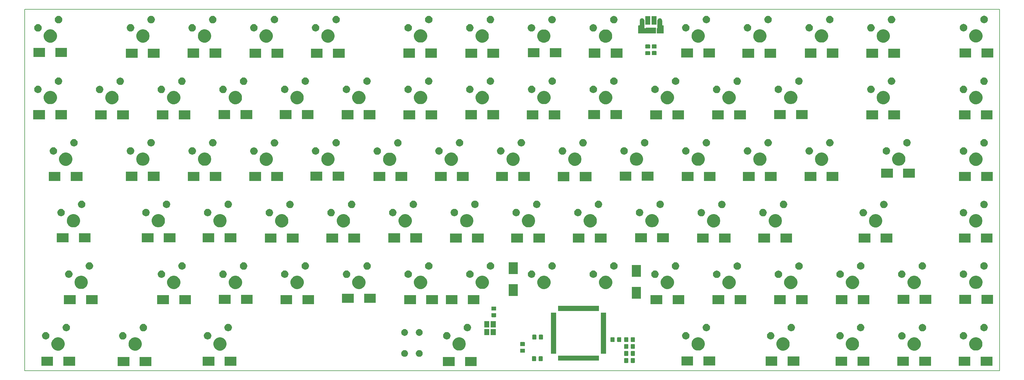
<source format=gbr>
%TF.GenerationSoftware,KiCad,Pcbnew,5.0.1*%
%TF.CreationDate,2019-04-01T22:15:05+02:00*%
%TF.ProjectId,sofaboard,736F6661626F6172642E6B696361645F,rev?*%
%TF.SameCoordinates,Original*%
%TF.FileFunction,Soldermask,Bot*%
%TF.FilePolarity,Negative*%
%FSLAX46Y46*%
G04 Gerber Fmt 4.6, Leading zero omitted, Abs format (unit mm)*
G04 Created by KiCad (PCBNEW 5.0.1) date Mon 01 Apr 2019 22:15:05 CEST*
%MOMM*%
%LPD*%
G01*
G04 APERTURE LIST*
%ADD10C,0.150000*%
%ADD11C,0.100000*%
G04 APERTURE END LIST*
D10*
X7620000Y11430000D02*
X7620000Y123190000D01*
X308610000Y11430000D02*
X7620000Y11430000D01*
X308610000Y123190000D02*
X308610000Y11430000D01*
X7620000Y123190000D02*
X308610000Y123190000D01*
D11*
G36*
X147171000Y12889000D02*
X143569000Y12889000D01*
X143569000Y15691000D01*
X147171000Y15691000D01*
X147171000Y12889000D01*
X147171000Y12889000D01*
G37*
G36*
X140371000Y12889000D02*
X136769000Y12889000D01*
X136769000Y15691000D01*
X140371000Y15691000D01*
X140371000Y12889000D01*
X140371000Y12889000D01*
G37*
G36*
X39941000Y12889000D02*
X36339000Y12889000D01*
X36339000Y15691000D01*
X39941000Y15691000D01*
X39941000Y12889000D01*
X39941000Y12889000D01*
G37*
G36*
X46741000Y12889000D02*
X43139000Y12889000D01*
X43139000Y15691000D01*
X46741000Y15691000D01*
X46741000Y12889000D01*
X46741000Y12889000D01*
G37*
G36*
X72991000Y12939000D02*
X69389000Y12939000D01*
X69389000Y15741000D01*
X72991000Y15741000D01*
X72991000Y12939000D01*
X72991000Y12939000D01*
G37*
G36*
X66191000Y12939000D02*
X62589000Y12939000D01*
X62589000Y15741000D01*
X66191000Y15741000D01*
X66191000Y12939000D01*
X66191000Y12939000D01*
G37*
G36*
X306401000Y12959000D02*
X302799000Y12959000D01*
X302799000Y15761000D01*
X306401000Y15761000D01*
X306401000Y12959000D01*
X306401000Y12959000D01*
G37*
G36*
X299601000Y12959000D02*
X295999000Y12959000D01*
X295999000Y15761000D01*
X299601000Y15761000D01*
X299601000Y12959000D01*
X299601000Y12959000D01*
G37*
G36*
X16391000Y12959000D02*
X12789000Y12959000D01*
X12789000Y15761000D01*
X16391000Y15761000D01*
X16391000Y12959000D01*
X16391000Y12959000D01*
G37*
G36*
X23191000Y12959000D02*
X19589000Y12959000D01*
X19589000Y15761000D01*
X23191000Y15761000D01*
X23191000Y12959000D01*
X23191000Y12959000D01*
G37*
G36*
X280641000Y12969000D02*
X277039000Y12969000D01*
X277039000Y15771000D01*
X280641000Y15771000D01*
X280641000Y12969000D01*
X280641000Y12969000D01*
G37*
G36*
X287441000Y12969000D02*
X283839000Y12969000D01*
X283839000Y15771000D01*
X287441000Y15771000D01*
X287441000Y12969000D01*
X287441000Y12969000D01*
G37*
G36*
X268391000Y12979000D02*
X264789000Y12979000D01*
X264789000Y15781000D01*
X268391000Y15781000D01*
X268391000Y12979000D01*
X268391000Y12979000D01*
G37*
G36*
X261591000Y12979000D02*
X257989000Y12979000D01*
X257989000Y15781000D01*
X261591000Y15781000D01*
X261591000Y12979000D01*
X261591000Y12979000D01*
G37*
G36*
X240001000Y12999000D02*
X236399000Y12999000D01*
X236399000Y15801000D01*
X240001000Y15801000D01*
X240001000Y12999000D01*
X240001000Y12999000D01*
G37*
G36*
X246801000Y12999000D02*
X243199000Y12999000D01*
X243199000Y15801000D01*
X246801000Y15801000D01*
X246801000Y12999000D01*
X246801000Y12999000D01*
G37*
G36*
X220791000Y13019000D02*
X217189000Y13019000D01*
X217189000Y15821000D01*
X220791000Y15821000D01*
X220791000Y13019000D01*
X220791000Y13019000D01*
G37*
G36*
X213991000Y13019000D02*
X210389000Y13019000D01*
X210389000Y15821000D01*
X213991000Y15821000D01*
X213991000Y13019000D01*
X213991000Y13019000D01*
G37*
G36*
X193803677Y15336535D02*
X193841364Y15325102D01*
X193876103Y15306534D01*
X193906548Y15281548D01*
X193931534Y15251103D01*
X193950102Y15216364D01*
X193961535Y15178677D01*
X193966000Y15133339D01*
X193966000Y14046661D01*
X193961535Y14001323D01*
X193950102Y13963636D01*
X193931534Y13928897D01*
X193906548Y13898452D01*
X193876103Y13873466D01*
X193841364Y13854898D01*
X193803677Y13843465D01*
X193758339Y13839000D01*
X192921661Y13839000D01*
X192876323Y13843465D01*
X192838636Y13854898D01*
X192803897Y13873466D01*
X192773452Y13898452D01*
X192748466Y13928897D01*
X192729898Y13963636D01*
X192718465Y14001323D01*
X192714000Y14046661D01*
X192714000Y15133339D01*
X192718465Y15178677D01*
X192729898Y15216364D01*
X192748466Y15251103D01*
X192773452Y15281548D01*
X192803897Y15306534D01*
X192838636Y15325102D01*
X192876323Y15336535D01*
X192921661Y15341000D01*
X193758339Y15341000D01*
X193803677Y15336535D01*
X193803677Y15336535D01*
G37*
G36*
X195853677Y15336535D02*
X195891364Y15325102D01*
X195926103Y15306534D01*
X195956548Y15281548D01*
X195981534Y15251103D01*
X196000102Y15216364D01*
X196011535Y15178677D01*
X196016000Y15133339D01*
X196016000Y14046661D01*
X196011535Y14001323D01*
X196000102Y13963636D01*
X195981534Y13928897D01*
X195956548Y13898452D01*
X195926103Y13873466D01*
X195891364Y13854898D01*
X195853677Y13843465D01*
X195808339Y13839000D01*
X194971661Y13839000D01*
X194926323Y13843465D01*
X194888636Y13854898D01*
X194853897Y13873466D01*
X194823452Y13898452D01*
X194798466Y13928897D01*
X194779898Y13963636D01*
X194768465Y14001323D01*
X194764000Y14046661D01*
X194764000Y15133339D01*
X194768465Y15178677D01*
X194779898Y15216364D01*
X194798466Y15251103D01*
X194823452Y15281548D01*
X194853897Y15306534D01*
X194888636Y15325102D01*
X194926323Y15336535D01*
X194971661Y15341000D01*
X195808339Y15341000D01*
X195853677Y15336535D01*
X195853677Y15336535D01*
G37*
G36*
X167403677Y15896535D02*
X167441364Y15885102D01*
X167476103Y15866534D01*
X167506548Y15841548D01*
X167531534Y15811103D01*
X167550102Y15776364D01*
X167561535Y15738677D01*
X167566000Y15693339D01*
X167566000Y14606661D01*
X167561535Y14561323D01*
X167550102Y14523636D01*
X167531534Y14488897D01*
X167506548Y14458452D01*
X167476103Y14433466D01*
X167441364Y14414898D01*
X167403677Y14403465D01*
X167358339Y14399000D01*
X166521661Y14399000D01*
X166476323Y14403465D01*
X166438636Y14414898D01*
X166403897Y14433466D01*
X166373452Y14458452D01*
X166348466Y14488897D01*
X166329898Y14523636D01*
X166318465Y14561323D01*
X166314000Y14606661D01*
X166314000Y15693339D01*
X166318465Y15738677D01*
X166329898Y15776364D01*
X166348466Y15811103D01*
X166373452Y15841548D01*
X166403897Y15866534D01*
X166438636Y15885102D01*
X166476323Y15896535D01*
X166521661Y15901000D01*
X167358339Y15901000D01*
X167403677Y15896535D01*
X167403677Y15896535D01*
G37*
G36*
X165353677Y15896535D02*
X165391364Y15885102D01*
X165426103Y15866534D01*
X165456548Y15841548D01*
X165481534Y15811103D01*
X165500102Y15776364D01*
X165511535Y15738677D01*
X165516000Y15693339D01*
X165516000Y14606661D01*
X165511535Y14561323D01*
X165500102Y14523636D01*
X165481534Y14488897D01*
X165456548Y14458452D01*
X165426103Y14433466D01*
X165391364Y14414898D01*
X165353677Y14403465D01*
X165308339Y14399000D01*
X164471661Y14399000D01*
X164426323Y14403465D01*
X164388636Y14414898D01*
X164353897Y14433466D01*
X164323452Y14458452D01*
X164298466Y14488897D01*
X164279898Y14523636D01*
X164268465Y14561323D01*
X164264000Y14606661D01*
X164264000Y15693339D01*
X164268465Y15738677D01*
X164279898Y15776364D01*
X164298466Y15811103D01*
X164323452Y15841548D01*
X164353897Y15866534D01*
X164388636Y15885102D01*
X164426323Y15896535D01*
X164471661Y15901000D01*
X165308339Y15901000D01*
X165353677Y15896535D01*
X165353677Y15896535D01*
G37*
G36*
X184956000Y14529000D02*
X172304000Y14529000D01*
X172304000Y16131000D01*
X184956000Y16131000D01*
X184956000Y14529000D01*
X184956000Y14529000D01*
G37*
G36*
X129746565Y17780611D02*
X129937834Y17701385D01*
X130109976Y17586363D01*
X130256363Y17439976D01*
X130371385Y17267834D01*
X130450611Y17076565D01*
X130491000Y16873516D01*
X130491000Y16666484D01*
X130450611Y16463435D01*
X130371385Y16272166D01*
X130256363Y16100024D01*
X130109976Y15953637D01*
X129937834Y15838615D01*
X129746565Y15759389D01*
X129543516Y15719000D01*
X129336484Y15719000D01*
X129133435Y15759389D01*
X128942166Y15838615D01*
X128770024Y15953637D01*
X128623637Y16100024D01*
X128508615Y16272166D01*
X128429389Y16463435D01*
X128389000Y16666484D01*
X128389000Y16873516D01*
X128429389Y17076565D01*
X128508615Y17267834D01*
X128623637Y17439976D01*
X128770024Y17586363D01*
X128942166Y17701385D01*
X129133435Y17780611D01*
X129336484Y17821000D01*
X129543516Y17821000D01*
X129746565Y17780611D01*
X129746565Y17780611D01*
G37*
G36*
X125246565Y17780611D02*
X125437834Y17701385D01*
X125609976Y17586363D01*
X125756363Y17439976D01*
X125871385Y17267834D01*
X125950611Y17076565D01*
X125991000Y16873516D01*
X125991000Y16666484D01*
X125950611Y16463435D01*
X125871385Y16272166D01*
X125756363Y16100024D01*
X125609976Y15953637D01*
X125437834Y15838615D01*
X125246565Y15759389D01*
X125043516Y15719000D01*
X124836484Y15719000D01*
X124633435Y15759389D01*
X124442166Y15838615D01*
X124270024Y15953637D01*
X124123637Y16100024D01*
X124008615Y16272166D01*
X123929389Y16463435D01*
X123889000Y16666484D01*
X123889000Y16873516D01*
X123929389Y17076565D01*
X124008615Y17267834D01*
X124123637Y17439976D01*
X124270024Y17586363D01*
X124442166Y17701385D01*
X124633435Y17780611D01*
X124836484Y17821000D01*
X125043516Y17821000D01*
X125246565Y17780611D01*
X125246565Y17780611D01*
G37*
G36*
X195868677Y17526535D02*
X195906364Y17515102D01*
X195941103Y17496534D01*
X195971548Y17471548D01*
X195996534Y17441103D01*
X196015102Y17406364D01*
X196026535Y17368677D01*
X196031000Y17323339D01*
X196031000Y16236661D01*
X196026535Y16191323D01*
X196015102Y16153636D01*
X195996534Y16118897D01*
X195971548Y16088452D01*
X195941103Y16063466D01*
X195906364Y16044898D01*
X195868677Y16033465D01*
X195823339Y16029000D01*
X194986661Y16029000D01*
X194941323Y16033465D01*
X194903636Y16044898D01*
X194868897Y16063466D01*
X194838452Y16088452D01*
X194813466Y16118897D01*
X194794898Y16153636D01*
X194783465Y16191323D01*
X194779000Y16236661D01*
X194779000Y17323339D01*
X194783465Y17368677D01*
X194794898Y17406364D01*
X194813466Y17441103D01*
X194838452Y17471548D01*
X194868897Y17496534D01*
X194903636Y17515102D01*
X194941323Y17526535D01*
X194986661Y17531000D01*
X195823339Y17531000D01*
X195868677Y17526535D01*
X195868677Y17526535D01*
G37*
G36*
X193818677Y17526535D02*
X193856364Y17515102D01*
X193891103Y17496534D01*
X193921548Y17471548D01*
X193946534Y17441103D01*
X193965102Y17406364D01*
X193976535Y17368677D01*
X193981000Y17323339D01*
X193981000Y16236661D01*
X193976535Y16191323D01*
X193965102Y16153636D01*
X193946534Y16118897D01*
X193921548Y16088452D01*
X193891103Y16063466D01*
X193856364Y16044898D01*
X193818677Y16033465D01*
X193773339Y16029000D01*
X192936661Y16029000D01*
X192891323Y16033465D01*
X192853636Y16044898D01*
X192818897Y16063466D01*
X192788452Y16088452D01*
X192763466Y16118897D01*
X192744898Y16153636D01*
X192733465Y16191323D01*
X192729000Y16236661D01*
X192729000Y17323339D01*
X192733465Y17368677D01*
X192744898Y17406364D01*
X192763466Y17441103D01*
X192788452Y17471548D01*
X192818897Y17496534D01*
X192853636Y17515102D01*
X192891323Y17526535D01*
X192936661Y17531000D01*
X193773339Y17531000D01*
X193818677Y17526535D01*
X193818677Y17526535D01*
G37*
G36*
X187131000Y16704000D02*
X185529000Y16704000D01*
X185529000Y29356000D01*
X187131000Y29356000D01*
X187131000Y16704000D01*
X187131000Y16704000D01*
G37*
G36*
X171731000Y16704000D02*
X170129000Y16704000D01*
X170129000Y29356000D01*
X171731000Y29356000D01*
X171731000Y16704000D01*
X171731000Y16704000D01*
G37*
G36*
X161928677Y18241535D02*
X161966364Y18230102D01*
X162001103Y18211534D01*
X162031548Y18186548D01*
X162056534Y18156103D01*
X162075102Y18121364D01*
X162086535Y18083677D01*
X162091000Y18038339D01*
X162091000Y17201661D01*
X162086535Y17156323D01*
X162075102Y17118636D01*
X162056534Y17083897D01*
X162031548Y17053452D01*
X162001103Y17028466D01*
X161966364Y17009898D01*
X161928677Y16998465D01*
X161883339Y16994000D01*
X160796661Y16994000D01*
X160751323Y16998465D01*
X160713636Y17009898D01*
X160678897Y17028466D01*
X160648452Y17053452D01*
X160623466Y17083897D01*
X160604898Y17118636D01*
X160593465Y17156323D01*
X160589000Y17201661D01*
X160589000Y18038339D01*
X160593465Y18083677D01*
X160604898Y18121364D01*
X160623466Y18156103D01*
X160648452Y18186548D01*
X160678897Y18211534D01*
X160713636Y18230102D01*
X160751323Y18241535D01*
X160796661Y18246000D01*
X161883339Y18246000D01*
X161928677Y18241535D01*
X161928677Y18241535D01*
G37*
G36*
X282858252Y21652182D02*
X282858254Y21652181D01*
X282858255Y21652181D01*
X283231513Y21497573D01*
X283552470Y21283116D01*
X283567439Y21273114D01*
X283853114Y20987439D01*
X283853116Y20987436D01*
X284077573Y20651513D01*
X284223898Y20298252D01*
X284232182Y20278252D01*
X284311000Y19882007D01*
X284311000Y19477993D01*
X284234171Y19091745D01*
X284232181Y19081745D01*
X284077573Y18708487D01*
X284077572Y18708486D01*
X283853114Y18372561D01*
X283567439Y18086886D01*
X283567436Y18086884D01*
X283231513Y17862427D01*
X282858255Y17707819D01*
X282858254Y17707819D01*
X282858252Y17707818D01*
X282462007Y17629000D01*
X282057993Y17629000D01*
X281661748Y17707818D01*
X281661746Y17707819D01*
X281661745Y17707819D01*
X281288487Y17862427D01*
X280952564Y18086884D01*
X280952561Y18086886D01*
X280666886Y18372561D01*
X280442428Y18708486D01*
X280442427Y18708487D01*
X280287819Y19081745D01*
X280285830Y19091745D01*
X280209000Y19477993D01*
X280209000Y19882007D01*
X280287818Y20278252D01*
X280296102Y20298252D01*
X280442427Y20651513D01*
X280666884Y20987436D01*
X280666886Y20987439D01*
X280952561Y21273114D01*
X280967530Y21283116D01*
X281288487Y21497573D01*
X281661745Y21652181D01*
X281661746Y21652181D01*
X281661748Y21652182D01*
X282057993Y21731000D01*
X282462007Y21731000D01*
X282858252Y21652182D01*
X282858252Y21652182D01*
G37*
G36*
X42338252Y21662182D02*
X42338254Y21662181D01*
X42338255Y21662181D01*
X42711513Y21507573D01*
X43017504Y21303116D01*
X43047439Y21283114D01*
X43333114Y20997439D01*
X43333116Y20997436D01*
X43557573Y20661513D01*
X43703898Y20308252D01*
X43712182Y20288252D01*
X43791000Y19892007D01*
X43791000Y19487993D01*
X43714171Y19101745D01*
X43712181Y19091745D01*
X43557573Y18718487D01*
X43372277Y18441173D01*
X43333114Y18382561D01*
X43047439Y18096886D01*
X43047436Y18096884D01*
X42711513Y17872427D01*
X42338255Y17717819D01*
X42338254Y17717819D01*
X42338252Y17717818D01*
X41942007Y17639000D01*
X41537993Y17639000D01*
X41141748Y17717818D01*
X41141746Y17717819D01*
X41141745Y17717819D01*
X40768487Y17872427D01*
X40432564Y18096884D01*
X40432561Y18096886D01*
X40146886Y18382561D01*
X40107723Y18441173D01*
X39922427Y18718487D01*
X39767819Y19091745D01*
X39765830Y19101745D01*
X39689000Y19487993D01*
X39689000Y19892007D01*
X39767818Y20288252D01*
X39776102Y20308252D01*
X39922427Y20661513D01*
X40146884Y20997436D01*
X40146886Y20997439D01*
X40432561Y21283114D01*
X40462496Y21303116D01*
X40768487Y21507573D01*
X41141745Y21662181D01*
X41141746Y21662181D01*
X41141748Y21662182D01*
X41537993Y21741000D01*
X41942007Y21741000D01*
X42338252Y21662182D01*
X42338252Y21662182D01*
G37*
G36*
X18538252Y21672182D02*
X18538254Y21672181D01*
X18538255Y21672181D01*
X18911513Y21517573D01*
X19198279Y21325962D01*
X19247439Y21293114D01*
X19533114Y21007439D01*
X19533116Y21007436D01*
X19757573Y20671513D01*
X19892873Y20344869D01*
X19912182Y20298252D01*
X19991000Y19902007D01*
X19991000Y19497993D01*
X19914171Y19111745D01*
X19912181Y19101745D01*
X19757573Y18728487D01*
X19565596Y18441173D01*
X19533114Y18392561D01*
X19247439Y18106886D01*
X19247436Y18106884D01*
X18911513Y17882427D01*
X18538255Y17727819D01*
X18538254Y17727819D01*
X18538252Y17727818D01*
X18142007Y17649000D01*
X17737993Y17649000D01*
X17341748Y17727818D01*
X17341746Y17727819D01*
X17341745Y17727819D01*
X16968487Y17882427D01*
X16632564Y18106884D01*
X16632561Y18106886D01*
X16346886Y18392561D01*
X16314404Y18441173D01*
X16122427Y18728487D01*
X15967819Y19101745D01*
X15965830Y19111745D01*
X15889000Y19497993D01*
X15889000Y19902007D01*
X15967818Y20298252D01*
X15987127Y20344869D01*
X16122427Y20671513D01*
X16346884Y21007436D01*
X16346886Y21007439D01*
X16632561Y21293114D01*
X16681721Y21325962D01*
X16968487Y21517573D01*
X17341745Y21672181D01*
X17341746Y21672181D01*
X17341748Y21672182D01*
X17737993Y21751000D01*
X18142007Y21751000D01*
X18538252Y21672182D01*
X18538252Y21672182D01*
G37*
G36*
X242358252Y21672182D02*
X242358254Y21672181D01*
X242358255Y21672181D01*
X242731513Y21517573D01*
X243018279Y21325962D01*
X243067439Y21293114D01*
X243353114Y21007439D01*
X243353116Y21007436D01*
X243577573Y20671513D01*
X243712873Y20344869D01*
X243732182Y20298252D01*
X243811000Y19902007D01*
X243811000Y19497993D01*
X243734171Y19111745D01*
X243732181Y19101745D01*
X243577573Y18728487D01*
X243385596Y18441173D01*
X243353114Y18392561D01*
X243067439Y18106886D01*
X243067436Y18106884D01*
X242731513Y17882427D01*
X242358255Y17727819D01*
X242358254Y17727819D01*
X242358252Y17727818D01*
X241962007Y17649000D01*
X241557993Y17649000D01*
X241161748Y17727818D01*
X241161746Y17727819D01*
X241161745Y17727819D01*
X240788487Y17882427D01*
X240452564Y18106884D01*
X240452561Y18106886D01*
X240166886Y18392561D01*
X240134404Y18441173D01*
X239942427Y18728487D01*
X239787819Y19101745D01*
X239785830Y19111745D01*
X239709000Y19497993D01*
X239709000Y19902007D01*
X239787818Y20298252D01*
X239807127Y20344869D01*
X239942427Y20671513D01*
X240166884Y21007436D01*
X240166886Y21007439D01*
X240452561Y21293114D01*
X240501721Y21325962D01*
X240788487Y21517573D01*
X241161745Y21672181D01*
X241161746Y21672181D01*
X241161748Y21672182D01*
X241557993Y21751000D01*
X241962007Y21751000D01*
X242358252Y21672182D01*
X242358252Y21672182D01*
G37*
G36*
X68518252Y21672182D02*
X68518254Y21672181D01*
X68518255Y21672181D01*
X68891513Y21517573D01*
X69178279Y21325962D01*
X69227439Y21293114D01*
X69513114Y21007439D01*
X69513116Y21007436D01*
X69737573Y20671513D01*
X69872873Y20344869D01*
X69892182Y20298252D01*
X69971000Y19902007D01*
X69971000Y19497993D01*
X69894171Y19111745D01*
X69892181Y19101745D01*
X69737573Y18728487D01*
X69545596Y18441173D01*
X69513114Y18392561D01*
X69227439Y18106886D01*
X69227436Y18106884D01*
X68891513Y17882427D01*
X68518255Y17727819D01*
X68518254Y17727819D01*
X68518252Y17727818D01*
X68122007Y17649000D01*
X67717993Y17649000D01*
X67321748Y17727818D01*
X67321746Y17727819D01*
X67321745Y17727819D01*
X66948487Y17882427D01*
X66612564Y18106884D01*
X66612561Y18106886D01*
X66326886Y18392561D01*
X66294404Y18441173D01*
X66102427Y18728487D01*
X65947819Y19101745D01*
X65945830Y19111745D01*
X65869000Y19497993D01*
X65869000Y19902007D01*
X65947818Y20298252D01*
X65967127Y20344869D01*
X66102427Y20671513D01*
X66326884Y21007436D01*
X66326886Y21007439D01*
X66612561Y21293114D01*
X66661721Y21325962D01*
X66948487Y21517573D01*
X67321745Y21672181D01*
X67321746Y21672181D01*
X67321748Y21672182D01*
X67717993Y21751000D01*
X68122007Y21751000D01*
X68518252Y21672182D01*
X68518252Y21672182D01*
G37*
G36*
X142358252Y21682182D02*
X142358254Y21682181D01*
X142358255Y21682181D01*
X142731513Y21527573D01*
X143018279Y21335962D01*
X143067439Y21303114D01*
X143353114Y21017439D01*
X143353116Y21017436D01*
X143577573Y20681513D01*
X143698778Y20388897D01*
X143732182Y20308252D01*
X143811000Y19912007D01*
X143811000Y19507993D01*
X143736588Y19133897D01*
X143732181Y19111745D01*
X143577573Y18738487D01*
X143557527Y18708486D01*
X143353114Y18402561D01*
X143067439Y18116886D01*
X143067436Y18116884D01*
X142731513Y17892427D01*
X142358255Y17737819D01*
X142358254Y17737819D01*
X142358252Y17737818D01*
X141962007Y17659000D01*
X141557993Y17659000D01*
X141161748Y17737818D01*
X141161746Y17737819D01*
X141161745Y17737819D01*
X140788487Y17892427D01*
X140452564Y18116884D01*
X140452561Y18116886D01*
X140166886Y18402561D01*
X139962473Y18708486D01*
X139942427Y18738487D01*
X139787819Y19111745D01*
X139783413Y19133897D01*
X139709000Y19507993D01*
X139709000Y19912007D01*
X139787818Y20308252D01*
X139821222Y20388897D01*
X139942427Y20681513D01*
X140166884Y21017436D01*
X140166886Y21017439D01*
X140452561Y21303114D01*
X140501721Y21335962D01*
X140788487Y21527573D01*
X141161745Y21682181D01*
X141161746Y21682181D01*
X141161748Y21682182D01*
X141557993Y21761000D01*
X141962007Y21761000D01*
X142358252Y21682182D01*
X142358252Y21682182D01*
G37*
G36*
X216158252Y21682182D02*
X216158254Y21682181D01*
X216158255Y21682181D01*
X216531513Y21527573D01*
X216818279Y21335962D01*
X216867439Y21303114D01*
X217153114Y21017439D01*
X217153116Y21017436D01*
X217377573Y20681513D01*
X217498778Y20388897D01*
X217532182Y20308252D01*
X217611000Y19912007D01*
X217611000Y19507993D01*
X217536588Y19133897D01*
X217532181Y19111745D01*
X217377573Y18738487D01*
X217357527Y18708486D01*
X217153114Y18402561D01*
X216867439Y18116886D01*
X216867436Y18116884D01*
X216531513Y17892427D01*
X216158255Y17737819D01*
X216158254Y17737819D01*
X216158252Y17737818D01*
X215762007Y17659000D01*
X215357993Y17659000D01*
X214961748Y17737818D01*
X214961746Y17737819D01*
X214961745Y17737819D01*
X214588487Y17892427D01*
X214252564Y18116884D01*
X214252561Y18116886D01*
X213966886Y18402561D01*
X213762473Y18708486D01*
X213742427Y18738487D01*
X213587819Y19111745D01*
X213583413Y19133897D01*
X213509000Y19507993D01*
X213509000Y19912007D01*
X213587818Y20308252D01*
X213621222Y20388897D01*
X213742427Y20681513D01*
X213966884Y21017436D01*
X213966886Y21017439D01*
X214252561Y21303114D01*
X214301721Y21335962D01*
X214588487Y21527573D01*
X214961745Y21682181D01*
X214961746Y21682181D01*
X214961748Y21682182D01*
X215357993Y21761000D01*
X215762007Y21761000D01*
X216158252Y21682182D01*
X216158252Y21682182D01*
G37*
G36*
X263778252Y21682182D02*
X263778254Y21682181D01*
X263778255Y21682181D01*
X264151513Y21527573D01*
X264438279Y21335962D01*
X264487439Y21303114D01*
X264773114Y21017439D01*
X264773116Y21017436D01*
X264997573Y20681513D01*
X265118778Y20388897D01*
X265152182Y20308252D01*
X265231000Y19912007D01*
X265231000Y19507993D01*
X265156588Y19133897D01*
X265152181Y19111745D01*
X264997573Y18738487D01*
X264977527Y18708486D01*
X264773114Y18402561D01*
X264487439Y18116886D01*
X264487436Y18116884D01*
X264151513Y17892427D01*
X263778255Y17737819D01*
X263778254Y17737819D01*
X263778252Y17737818D01*
X263382007Y17659000D01*
X262977993Y17659000D01*
X262581748Y17737818D01*
X262581746Y17737819D01*
X262581745Y17737819D01*
X262208487Y17892427D01*
X261872564Y18116884D01*
X261872561Y18116886D01*
X261586886Y18402561D01*
X261382473Y18708486D01*
X261362427Y18738487D01*
X261207819Y19111745D01*
X261203413Y19133897D01*
X261129000Y19507993D01*
X261129000Y19912007D01*
X261207818Y20308252D01*
X261241222Y20388897D01*
X261362427Y20681513D01*
X261586884Y21017436D01*
X261586886Y21017439D01*
X261872561Y21303114D01*
X261921721Y21335962D01*
X262208487Y21527573D01*
X262581745Y21682181D01*
X262581746Y21682181D01*
X262581748Y21682182D01*
X262977993Y21761000D01*
X263382007Y21761000D01*
X263778252Y21682182D01*
X263778252Y21682182D01*
G37*
G36*
X301878252Y21682182D02*
X301878254Y21682181D01*
X301878255Y21682181D01*
X302251513Y21527573D01*
X302538279Y21335962D01*
X302587439Y21303114D01*
X302873114Y21017439D01*
X302873116Y21017436D01*
X303097573Y20681513D01*
X303218778Y20388897D01*
X303252182Y20308252D01*
X303331000Y19912007D01*
X303331000Y19507993D01*
X303256588Y19133897D01*
X303252181Y19111745D01*
X303097573Y18738487D01*
X303077527Y18708486D01*
X302873114Y18402561D01*
X302587439Y18116886D01*
X302587436Y18116884D01*
X302251513Y17892427D01*
X301878255Y17737819D01*
X301878254Y17737819D01*
X301878252Y17737818D01*
X301482007Y17659000D01*
X301077993Y17659000D01*
X300681748Y17737818D01*
X300681746Y17737819D01*
X300681745Y17737819D01*
X300308487Y17892427D01*
X299972564Y18116884D01*
X299972561Y18116886D01*
X299686886Y18402561D01*
X299482473Y18708486D01*
X299462427Y18738487D01*
X299307819Y19111745D01*
X299303413Y19133897D01*
X299229000Y19507993D01*
X299229000Y19912007D01*
X299307818Y20308252D01*
X299341222Y20388897D01*
X299462427Y20681513D01*
X299686884Y21017436D01*
X299686886Y21017439D01*
X299972561Y21303114D01*
X300021721Y21335962D01*
X300308487Y21527573D01*
X300681745Y21682181D01*
X300681746Y21682181D01*
X300681748Y21682182D01*
X301077993Y21761000D01*
X301482007Y21761000D01*
X301878252Y21682182D01*
X301878252Y21682182D01*
G37*
G36*
X195848677Y19666535D02*
X195886364Y19655102D01*
X195921103Y19636534D01*
X195951548Y19611548D01*
X195976534Y19581103D01*
X195995102Y19546364D01*
X196006535Y19508677D01*
X196011000Y19463339D01*
X196011000Y18376661D01*
X196006535Y18331323D01*
X195995102Y18293636D01*
X195976534Y18258897D01*
X195951548Y18228452D01*
X195921103Y18203466D01*
X195886364Y18184898D01*
X195848677Y18173465D01*
X195803339Y18169000D01*
X194966661Y18169000D01*
X194921323Y18173465D01*
X194883636Y18184898D01*
X194848897Y18203466D01*
X194818452Y18228452D01*
X194793466Y18258897D01*
X194774898Y18293636D01*
X194763465Y18331323D01*
X194759000Y18376661D01*
X194759000Y19463339D01*
X194763465Y19508677D01*
X194774898Y19546364D01*
X194793466Y19581103D01*
X194818452Y19611548D01*
X194848897Y19636534D01*
X194883636Y19655102D01*
X194921323Y19666535D01*
X194966661Y19671000D01*
X195803339Y19671000D01*
X195848677Y19666535D01*
X195848677Y19666535D01*
G37*
G36*
X193798677Y19666535D02*
X193836364Y19655102D01*
X193871103Y19636534D01*
X193901548Y19611548D01*
X193926534Y19581103D01*
X193945102Y19546364D01*
X193956535Y19508677D01*
X193961000Y19463339D01*
X193961000Y18376661D01*
X193956535Y18331323D01*
X193945102Y18293636D01*
X193926534Y18258897D01*
X193901548Y18228452D01*
X193871103Y18203466D01*
X193836364Y18184898D01*
X193798677Y18173465D01*
X193753339Y18169000D01*
X192916661Y18169000D01*
X192871323Y18173465D01*
X192833636Y18184898D01*
X192798897Y18203466D01*
X192768452Y18228452D01*
X192743466Y18258897D01*
X192724898Y18293636D01*
X192713465Y18331323D01*
X192709000Y18376661D01*
X192709000Y19463339D01*
X192713465Y19508677D01*
X192724898Y19546364D01*
X192743466Y19581103D01*
X192768452Y19611548D01*
X192798897Y19636534D01*
X192833636Y19655102D01*
X192871323Y19666535D01*
X192916661Y19671000D01*
X193753339Y19671000D01*
X193798677Y19666535D01*
X193798677Y19666535D01*
G37*
G36*
X161928677Y20291535D02*
X161966364Y20280102D01*
X162001103Y20261534D01*
X162031548Y20236548D01*
X162056534Y20206103D01*
X162075102Y20171364D01*
X162086535Y20133677D01*
X162091000Y20088339D01*
X162091000Y19251661D01*
X162086535Y19206323D01*
X162075102Y19168636D01*
X162056534Y19133897D01*
X162031548Y19103452D01*
X162001103Y19078466D01*
X161966364Y19059898D01*
X161928677Y19048465D01*
X161883339Y19044000D01*
X160796661Y19044000D01*
X160751323Y19048465D01*
X160713636Y19059898D01*
X160678897Y19078466D01*
X160648452Y19103452D01*
X160623466Y19133897D01*
X160604898Y19168636D01*
X160593465Y19206323D01*
X160589000Y19251661D01*
X160589000Y20088339D01*
X160593465Y20133677D01*
X160604898Y20171364D01*
X160623466Y20206103D01*
X160648452Y20236548D01*
X160678897Y20261534D01*
X160713636Y20280102D01*
X160751323Y20291535D01*
X160796661Y20296000D01*
X161883339Y20296000D01*
X161928677Y20291535D01*
X161928677Y20291535D01*
G37*
G36*
X195873677Y21796535D02*
X195911364Y21785102D01*
X195946103Y21766534D01*
X195976548Y21741548D01*
X196001534Y21711103D01*
X196020102Y21676364D01*
X196031535Y21638677D01*
X196036000Y21593339D01*
X196036000Y20506661D01*
X196031535Y20461323D01*
X196020102Y20423636D01*
X196001534Y20388897D01*
X195976548Y20358452D01*
X195946103Y20333466D01*
X195911364Y20314898D01*
X195873677Y20303465D01*
X195828339Y20299000D01*
X194991661Y20299000D01*
X194946323Y20303465D01*
X194908636Y20314898D01*
X194873897Y20333466D01*
X194843452Y20358452D01*
X194818466Y20388897D01*
X194799898Y20423636D01*
X194788465Y20461323D01*
X194784000Y20506661D01*
X194784000Y21593339D01*
X194788465Y21638677D01*
X194799898Y21676364D01*
X194818466Y21711103D01*
X194843452Y21741548D01*
X194873897Y21766534D01*
X194908636Y21785102D01*
X194946323Y21796535D01*
X194991661Y21801000D01*
X195828339Y21801000D01*
X195873677Y21796535D01*
X195873677Y21796535D01*
G37*
G36*
X191643677Y21796535D02*
X191681364Y21785102D01*
X191716103Y21766534D01*
X191746548Y21741548D01*
X191771534Y21711103D01*
X191790102Y21676364D01*
X191801535Y21638677D01*
X191806000Y21593339D01*
X191806000Y20506661D01*
X191801535Y20461323D01*
X191790102Y20423636D01*
X191771534Y20388897D01*
X191746548Y20358452D01*
X191716103Y20333466D01*
X191681364Y20314898D01*
X191643677Y20303465D01*
X191598339Y20299000D01*
X190761661Y20299000D01*
X190716323Y20303465D01*
X190678636Y20314898D01*
X190643897Y20333466D01*
X190613452Y20358452D01*
X190588466Y20388897D01*
X190569898Y20423636D01*
X190558465Y20461323D01*
X190554000Y20506661D01*
X190554000Y21593339D01*
X190558465Y21638677D01*
X190569898Y21676364D01*
X190588466Y21711103D01*
X190613452Y21741548D01*
X190643897Y21766534D01*
X190678636Y21785102D01*
X190716323Y21796535D01*
X190761661Y21801000D01*
X191598339Y21801000D01*
X191643677Y21796535D01*
X191643677Y21796535D01*
G37*
G36*
X189593677Y21796535D02*
X189631364Y21785102D01*
X189666103Y21766534D01*
X189696548Y21741548D01*
X189721534Y21711103D01*
X189740102Y21676364D01*
X189751535Y21638677D01*
X189756000Y21593339D01*
X189756000Y20506661D01*
X189751535Y20461323D01*
X189740102Y20423636D01*
X189721534Y20388897D01*
X189696548Y20358452D01*
X189666103Y20333466D01*
X189631364Y20314898D01*
X189593677Y20303465D01*
X189548339Y20299000D01*
X188711661Y20299000D01*
X188666323Y20303465D01*
X188628636Y20314898D01*
X188593897Y20333466D01*
X188563452Y20358452D01*
X188538466Y20388897D01*
X188519898Y20423636D01*
X188508465Y20461323D01*
X188504000Y20506661D01*
X188504000Y21593339D01*
X188508465Y21638677D01*
X188519898Y21676364D01*
X188538466Y21711103D01*
X188563452Y21741548D01*
X188593897Y21766534D01*
X188628636Y21785102D01*
X188666323Y21796535D01*
X188711661Y21801000D01*
X189548339Y21801000D01*
X189593677Y21796535D01*
X189593677Y21796535D01*
G37*
G36*
X193823677Y21796535D02*
X193861364Y21785102D01*
X193896103Y21766534D01*
X193926548Y21741548D01*
X193951534Y21711103D01*
X193970102Y21676364D01*
X193981535Y21638677D01*
X193986000Y21593339D01*
X193986000Y20506661D01*
X193981535Y20461323D01*
X193970102Y20423636D01*
X193951534Y20388897D01*
X193926548Y20358452D01*
X193896103Y20333466D01*
X193861364Y20314898D01*
X193823677Y20303465D01*
X193778339Y20299000D01*
X192941661Y20299000D01*
X192896323Y20303465D01*
X192858636Y20314898D01*
X192823897Y20333466D01*
X192793452Y20358452D01*
X192768466Y20388897D01*
X192749898Y20423636D01*
X192738465Y20461323D01*
X192734000Y20506661D01*
X192734000Y21593339D01*
X192738465Y21638677D01*
X192749898Y21676364D01*
X192768466Y21711103D01*
X192793452Y21741548D01*
X192823897Y21766534D01*
X192858636Y21785102D01*
X192896323Y21796535D01*
X192941661Y21801000D01*
X193778339Y21801000D01*
X193823677Y21796535D01*
X193823677Y21796535D01*
G37*
G36*
X278785734Y23326768D02*
X278995202Y23240004D01*
X279183723Y23114038D01*
X279344038Y22953723D01*
X279470004Y22765202D01*
X279556768Y22555734D01*
X279601000Y22333365D01*
X279601000Y22106635D01*
X279556768Y21884266D01*
X279470004Y21674798D01*
X279344038Y21486277D01*
X279183723Y21325962D01*
X278995202Y21199996D01*
X278785734Y21113232D01*
X278563365Y21069000D01*
X278336635Y21069000D01*
X278114266Y21113232D01*
X277904798Y21199996D01*
X277716277Y21325962D01*
X277555962Y21486277D01*
X277429996Y21674798D01*
X277343232Y21884266D01*
X277299000Y22106635D01*
X277299000Y22333365D01*
X277343232Y22555734D01*
X277429996Y22765202D01*
X277555962Y22953723D01*
X277716277Y23114038D01*
X277904798Y23240004D01*
X278114266Y23326768D01*
X278336635Y23371000D01*
X278563365Y23371000D01*
X278785734Y23326768D01*
X278785734Y23326768D01*
G37*
G36*
X38265734Y23336768D02*
X38475202Y23250004D01*
X38663723Y23124038D01*
X38824038Y22963723D01*
X38950004Y22775202D01*
X39036768Y22565734D01*
X39081000Y22343365D01*
X39081000Y22116635D01*
X39036768Y21894266D01*
X38950004Y21684798D01*
X38824038Y21496277D01*
X38663723Y21335962D01*
X38475202Y21209996D01*
X38265734Y21123232D01*
X38043365Y21079000D01*
X37816635Y21079000D01*
X37594266Y21123232D01*
X37384798Y21209996D01*
X37196277Y21335962D01*
X37035962Y21496277D01*
X36909996Y21684798D01*
X36823232Y21894266D01*
X36779000Y22116635D01*
X36779000Y22343365D01*
X36823232Y22565734D01*
X36909996Y22775202D01*
X37035962Y22963723D01*
X37196277Y23124038D01*
X37384798Y23250004D01*
X37594266Y23336768D01*
X37816635Y23381000D01*
X38043365Y23381000D01*
X38265734Y23336768D01*
X38265734Y23336768D01*
G37*
G36*
X167478677Y22576535D02*
X167516364Y22565102D01*
X167551103Y22546534D01*
X167581548Y22521548D01*
X167606534Y22491103D01*
X167625102Y22456364D01*
X167636535Y22418677D01*
X167641000Y22373339D01*
X167641000Y21286661D01*
X167636535Y21241323D01*
X167625102Y21203636D01*
X167606534Y21168897D01*
X167581548Y21138452D01*
X167551103Y21113466D01*
X167516364Y21094898D01*
X167478677Y21083465D01*
X167433339Y21079000D01*
X166596661Y21079000D01*
X166551323Y21083465D01*
X166513636Y21094898D01*
X166478897Y21113466D01*
X166448452Y21138452D01*
X166423466Y21168897D01*
X166404898Y21203636D01*
X166393465Y21241323D01*
X166389000Y21286661D01*
X166389000Y22373339D01*
X166393465Y22418677D01*
X166404898Y22456364D01*
X166423466Y22491103D01*
X166448452Y22521548D01*
X166478897Y22546534D01*
X166513636Y22565102D01*
X166551323Y22576535D01*
X166596661Y22581000D01*
X167433339Y22581000D01*
X167478677Y22576535D01*
X167478677Y22576535D01*
G37*
G36*
X165428677Y22576535D02*
X165466364Y22565102D01*
X165501103Y22546534D01*
X165531548Y22521548D01*
X165556534Y22491103D01*
X165575102Y22456364D01*
X165586535Y22418677D01*
X165591000Y22373339D01*
X165591000Y21286661D01*
X165586535Y21241323D01*
X165575102Y21203636D01*
X165556534Y21168897D01*
X165531548Y21138452D01*
X165501103Y21113466D01*
X165466364Y21094898D01*
X165428677Y21083465D01*
X165383339Y21079000D01*
X164546661Y21079000D01*
X164501323Y21083465D01*
X164463636Y21094898D01*
X164428897Y21113466D01*
X164398452Y21138452D01*
X164373466Y21168897D01*
X164354898Y21203636D01*
X164343465Y21241323D01*
X164339000Y21286661D01*
X164339000Y22373339D01*
X164343465Y22418677D01*
X164354898Y22456364D01*
X164373466Y22491103D01*
X164398452Y22521548D01*
X164428897Y22546534D01*
X164463636Y22565102D01*
X164501323Y22576535D01*
X164546661Y22581000D01*
X165383339Y22581000D01*
X165428677Y22576535D01*
X165428677Y22576535D01*
G37*
G36*
X14465734Y23346768D02*
X14675202Y23260004D01*
X14863723Y23134038D01*
X15024038Y22973723D01*
X15150004Y22785202D01*
X15236768Y22575734D01*
X15281000Y22353365D01*
X15281000Y22126635D01*
X15236768Y21904266D01*
X15150004Y21694798D01*
X15024038Y21506277D01*
X14863723Y21345962D01*
X14675202Y21219996D01*
X14465734Y21133232D01*
X14243365Y21089000D01*
X14016635Y21089000D01*
X13794266Y21133232D01*
X13584798Y21219996D01*
X13396277Y21345962D01*
X13235962Y21506277D01*
X13109996Y21694798D01*
X13023232Y21904266D01*
X12979000Y22126635D01*
X12979000Y22353365D01*
X13023232Y22575734D01*
X13109996Y22785202D01*
X13235962Y22973723D01*
X13396277Y23134038D01*
X13584798Y23260004D01*
X13794266Y23346768D01*
X14016635Y23391000D01*
X14243365Y23391000D01*
X14465734Y23346768D01*
X14465734Y23346768D01*
G37*
G36*
X64445734Y23346768D02*
X64655202Y23260004D01*
X64843723Y23134038D01*
X65004038Y22973723D01*
X65130004Y22785202D01*
X65216768Y22575734D01*
X65261000Y22353365D01*
X65261000Y22126635D01*
X65216768Y21904266D01*
X65130004Y21694798D01*
X65004038Y21506277D01*
X64843723Y21345962D01*
X64655202Y21219996D01*
X64445734Y21133232D01*
X64223365Y21089000D01*
X63996635Y21089000D01*
X63774266Y21133232D01*
X63564798Y21219996D01*
X63376277Y21345962D01*
X63215962Y21506277D01*
X63089996Y21694798D01*
X63003232Y21904266D01*
X62959000Y22126635D01*
X62959000Y22353365D01*
X63003232Y22575734D01*
X63089996Y22785202D01*
X63215962Y22973723D01*
X63376277Y23134038D01*
X63564798Y23260004D01*
X63774266Y23346768D01*
X63996635Y23391000D01*
X64223365Y23391000D01*
X64445734Y23346768D01*
X64445734Y23346768D01*
G37*
G36*
X238285734Y23346768D02*
X238495202Y23260004D01*
X238683723Y23134038D01*
X238844038Y22973723D01*
X238970004Y22785202D01*
X239056768Y22575734D01*
X239101000Y22353365D01*
X239101000Y22126635D01*
X239056768Y21904266D01*
X238970004Y21694798D01*
X238844038Y21506277D01*
X238683723Y21345962D01*
X238495202Y21219996D01*
X238285734Y21133232D01*
X238063365Y21089000D01*
X237836635Y21089000D01*
X237614266Y21133232D01*
X237404798Y21219996D01*
X237216277Y21345962D01*
X237055962Y21506277D01*
X236929996Y21694798D01*
X236843232Y21904266D01*
X236799000Y22126635D01*
X236799000Y22353365D01*
X236843232Y22575734D01*
X236929996Y22785202D01*
X237055962Y22973723D01*
X237216277Y23134038D01*
X237404798Y23260004D01*
X237614266Y23346768D01*
X237836635Y23391000D01*
X238063365Y23391000D01*
X238285734Y23346768D01*
X238285734Y23346768D01*
G37*
G36*
X212085734Y23356768D02*
X212295202Y23270004D01*
X212483723Y23144038D01*
X212644038Y22983723D01*
X212770004Y22795202D01*
X212856768Y22585734D01*
X212901000Y22363365D01*
X212901000Y22136635D01*
X212856768Y21914266D01*
X212770004Y21704798D01*
X212644038Y21516277D01*
X212483723Y21355962D01*
X212295202Y21229996D01*
X212085734Y21143232D01*
X211863365Y21099000D01*
X211636635Y21099000D01*
X211414266Y21143232D01*
X211204798Y21229996D01*
X211016277Y21355962D01*
X210855962Y21516277D01*
X210729996Y21704798D01*
X210643232Y21914266D01*
X210599000Y22136635D01*
X210599000Y22363365D01*
X210643232Y22585734D01*
X210729996Y22795202D01*
X210855962Y22983723D01*
X211016277Y23144038D01*
X211204798Y23270004D01*
X211414266Y23356768D01*
X211636635Y23401000D01*
X211863365Y23401000D01*
X212085734Y23356768D01*
X212085734Y23356768D01*
G37*
G36*
X297805734Y23356768D02*
X298015202Y23270004D01*
X298203723Y23144038D01*
X298364038Y22983723D01*
X298490004Y22795202D01*
X298576768Y22585734D01*
X298621000Y22363365D01*
X298621000Y22136635D01*
X298576768Y21914266D01*
X298490004Y21704798D01*
X298364038Y21516277D01*
X298203723Y21355962D01*
X298015202Y21229996D01*
X297805734Y21143232D01*
X297583365Y21099000D01*
X297356635Y21099000D01*
X297134266Y21143232D01*
X296924798Y21229996D01*
X296736277Y21355962D01*
X296575962Y21516277D01*
X296449996Y21704798D01*
X296363232Y21914266D01*
X296319000Y22136635D01*
X296319000Y22363365D01*
X296363232Y22585734D01*
X296449996Y22795202D01*
X296575962Y22983723D01*
X296736277Y23144038D01*
X296924798Y23270004D01*
X297134266Y23356768D01*
X297356635Y23401000D01*
X297583365Y23401000D01*
X297805734Y23356768D01*
X297805734Y23356768D01*
G37*
G36*
X138285734Y23356768D02*
X138495202Y23270004D01*
X138683723Y23144038D01*
X138844038Y22983723D01*
X138970004Y22795202D01*
X139056768Y22585734D01*
X139101000Y22363365D01*
X139101000Y22136635D01*
X139056768Y21914266D01*
X138970004Y21704798D01*
X138844038Y21516277D01*
X138683723Y21355962D01*
X138495202Y21229996D01*
X138285734Y21143232D01*
X138063365Y21099000D01*
X137836635Y21099000D01*
X137614266Y21143232D01*
X137404798Y21229996D01*
X137216277Y21355962D01*
X137055962Y21516277D01*
X136929996Y21704798D01*
X136843232Y21914266D01*
X136799000Y22136635D01*
X136799000Y22363365D01*
X136843232Y22585734D01*
X136929996Y22795202D01*
X137055962Y22983723D01*
X137216277Y23144038D01*
X137404798Y23270004D01*
X137614266Y23356768D01*
X137836635Y23401000D01*
X138063365Y23401000D01*
X138285734Y23356768D01*
X138285734Y23356768D01*
G37*
G36*
X259705734Y23356768D02*
X259915202Y23270004D01*
X260103723Y23144038D01*
X260264038Y22983723D01*
X260390004Y22795202D01*
X260476768Y22585734D01*
X260521000Y22363365D01*
X260521000Y22136635D01*
X260476768Y21914266D01*
X260390004Y21704798D01*
X260264038Y21516277D01*
X260103723Y21355962D01*
X259915202Y21229996D01*
X259705734Y21143232D01*
X259483365Y21099000D01*
X259256635Y21099000D01*
X259034266Y21143232D01*
X258824798Y21229996D01*
X258636277Y21355962D01*
X258475962Y21516277D01*
X258349996Y21704798D01*
X258263232Y21914266D01*
X258219000Y22136635D01*
X258219000Y22363365D01*
X258263232Y22585734D01*
X258349996Y22795202D01*
X258475962Y22983723D01*
X258636277Y23144038D01*
X258824798Y23270004D01*
X259034266Y23356768D01*
X259256635Y23401000D01*
X259483365Y23401000D01*
X259705734Y23356768D01*
X259705734Y23356768D01*
G37*
G36*
X129746565Y24280611D02*
X129937834Y24201385D01*
X130109976Y24086363D01*
X130256363Y23939976D01*
X130371385Y23767834D01*
X130450611Y23576565D01*
X130491000Y23373516D01*
X130491000Y23166484D01*
X130450611Y22963435D01*
X130371385Y22772166D01*
X130256363Y22600024D01*
X130109976Y22453637D01*
X129937834Y22338615D01*
X129746565Y22259389D01*
X129543516Y22219000D01*
X129336484Y22219000D01*
X129133435Y22259389D01*
X128942166Y22338615D01*
X128770024Y22453637D01*
X128623637Y22600024D01*
X128508615Y22772166D01*
X128429389Y22963435D01*
X128389000Y23166484D01*
X128389000Y23373516D01*
X128429389Y23576565D01*
X128508615Y23767834D01*
X128623637Y23939976D01*
X128770024Y24086363D01*
X128942166Y24201385D01*
X129133435Y24280611D01*
X129336484Y24321000D01*
X129543516Y24321000D01*
X129746565Y24280611D01*
X129746565Y24280611D01*
G37*
G36*
X125246565Y24280611D02*
X125437834Y24201385D01*
X125609976Y24086363D01*
X125756363Y23939976D01*
X125871385Y23767834D01*
X125950611Y23576565D01*
X125991000Y23373516D01*
X125991000Y23166484D01*
X125950611Y22963435D01*
X125871385Y22772166D01*
X125756363Y22600024D01*
X125609976Y22453637D01*
X125437834Y22338615D01*
X125246565Y22259389D01*
X125043516Y22219000D01*
X124836484Y22219000D01*
X124633435Y22259389D01*
X124442166Y22338615D01*
X124270024Y22453637D01*
X124123637Y22600024D01*
X124008615Y22772166D01*
X123929389Y22963435D01*
X123889000Y23166484D01*
X123889000Y23373516D01*
X123929389Y23576565D01*
X124008615Y23767834D01*
X124123637Y23939976D01*
X124270024Y24086363D01*
X124442166Y24201385D01*
X124633435Y24280611D01*
X124836484Y24321000D01*
X125043516Y24321000D01*
X125246565Y24280611D01*
X125246565Y24280611D01*
G37*
G36*
X151101000Y22439000D02*
X149499000Y22439000D01*
X149499000Y24341000D01*
X151101000Y24341000D01*
X151101000Y22439000D01*
X151101000Y22439000D01*
G37*
G36*
X153101000Y22439000D02*
X151499000Y22439000D01*
X151499000Y24341000D01*
X153101000Y24341000D01*
X153101000Y22439000D01*
X153101000Y22439000D01*
G37*
G36*
X285135734Y25866768D02*
X285345202Y25780004D01*
X285533723Y25654038D01*
X285694038Y25493723D01*
X285820004Y25305202D01*
X285906768Y25095734D01*
X285951000Y24873365D01*
X285951000Y24646635D01*
X285906768Y24424266D01*
X285820004Y24214798D01*
X285694038Y24026277D01*
X285533723Y23865962D01*
X285345202Y23739996D01*
X285135734Y23653232D01*
X284913365Y23609000D01*
X284686635Y23609000D01*
X284464266Y23653232D01*
X284254798Y23739996D01*
X284066277Y23865962D01*
X283905962Y24026277D01*
X283779996Y24214798D01*
X283693232Y24424266D01*
X283649000Y24646635D01*
X283649000Y24873365D01*
X283693232Y25095734D01*
X283779996Y25305202D01*
X283905962Y25493723D01*
X284066277Y25654038D01*
X284254798Y25780004D01*
X284464266Y25866768D01*
X284686635Y25911000D01*
X284913365Y25911000D01*
X285135734Y25866768D01*
X285135734Y25866768D01*
G37*
G36*
X44615734Y25876768D02*
X44825202Y25790004D01*
X45013723Y25664038D01*
X45174038Y25503723D01*
X45300004Y25315202D01*
X45386768Y25105734D01*
X45431000Y24883365D01*
X45431000Y24656635D01*
X45386768Y24434266D01*
X45300004Y24224798D01*
X45174038Y24036277D01*
X45013723Y23875962D01*
X44825202Y23749996D01*
X44615734Y23663232D01*
X44393365Y23619000D01*
X44166635Y23619000D01*
X43944266Y23663232D01*
X43734798Y23749996D01*
X43546277Y23875962D01*
X43385962Y24036277D01*
X43259996Y24224798D01*
X43173232Y24434266D01*
X43129000Y24656635D01*
X43129000Y24883365D01*
X43173232Y25105734D01*
X43259996Y25315202D01*
X43385962Y25503723D01*
X43546277Y25664038D01*
X43734798Y25790004D01*
X43944266Y25876768D01*
X44166635Y25921000D01*
X44393365Y25921000D01*
X44615734Y25876768D01*
X44615734Y25876768D01*
G37*
G36*
X20815734Y25886768D02*
X21025202Y25800004D01*
X21213723Y25674038D01*
X21374038Y25513723D01*
X21500004Y25325202D01*
X21586768Y25115734D01*
X21631000Y24893365D01*
X21631000Y24666635D01*
X21586768Y24444266D01*
X21500004Y24234798D01*
X21374038Y24046277D01*
X21213723Y23885962D01*
X21025202Y23759996D01*
X20815734Y23673232D01*
X20593365Y23629000D01*
X20366635Y23629000D01*
X20144266Y23673232D01*
X19934798Y23759996D01*
X19746277Y23885962D01*
X19585962Y24046277D01*
X19459996Y24234798D01*
X19373232Y24444266D01*
X19329000Y24666635D01*
X19329000Y24893365D01*
X19373232Y25115734D01*
X19459996Y25325202D01*
X19585962Y25513723D01*
X19746277Y25674038D01*
X19934798Y25800004D01*
X20144266Y25886768D01*
X20366635Y25931000D01*
X20593365Y25931000D01*
X20815734Y25886768D01*
X20815734Y25886768D01*
G37*
G36*
X244635734Y25886768D02*
X244845202Y25800004D01*
X245033723Y25674038D01*
X245194038Y25513723D01*
X245320004Y25325202D01*
X245406768Y25115734D01*
X245451000Y24893365D01*
X245451000Y24666635D01*
X245406768Y24444266D01*
X245320004Y24234798D01*
X245194038Y24046277D01*
X245033723Y23885962D01*
X244845202Y23759996D01*
X244635734Y23673232D01*
X244413365Y23629000D01*
X244186635Y23629000D01*
X243964266Y23673232D01*
X243754798Y23759996D01*
X243566277Y23885962D01*
X243405962Y24046277D01*
X243279996Y24234798D01*
X243193232Y24444266D01*
X243149000Y24666635D01*
X243149000Y24893365D01*
X243193232Y25115734D01*
X243279996Y25325202D01*
X243405962Y25513723D01*
X243566277Y25674038D01*
X243754798Y25800004D01*
X243964266Y25886768D01*
X244186635Y25931000D01*
X244413365Y25931000D01*
X244635734Y25886768D01*
X244635734Y25886768D01*
G37*
G36*
X70795734Y25886768D02*
X71005202Y25800004D01*
X71193723Y25674038D01*
X71354038Y25513723D01*
X71480004Y25325202D01*
X71566768Y25115734D01*
X71611000Y24893365D01*
X71611000Y24666635D01*
X71566768Y24444266D01*
X71480004Y24234798D01*
X71354038Y24046277D01*
X71193723Y23885962D01*
X71005202Y23759996D01*
X70795734Y23673232D01*
X70573365Y23629000D01*
X70346635Y23629000D01*
X70124266Y23673232D01*
X69914798Y23759996D01*
X69726277Y23885962D01*
X69565962Y24046277D01*
X69439996Y24234798D01*
X69353232Y24444266D01*
X69309000Y24666635D01*
X69309000Y24893365D01*
X69353232Y25115734D01*
X69439996Y25325202D01*
X69565962Y25513723D01*
X69726277Y25674038D01*
X69914798Y25800004D01*
X70124266Y25886768D01*
X70346635Y25931000D01*
X70573365Y25931000D01*
X70795734Y25886768D01*
X70795734Y25886768D01*
G37*
G36*
X218435734Y25896768D02*
X218645202Y25810004D01*
X218833723Y25684038D01*
X218994038Y25523723D01*
X219120004Y25335202D01*
X219206768Y25125734D01*
X219251000Y24903365D01*
X219251000Y24676635D01*
X219206768Y24454266D01*
X219120004Y24244798D01*
X218994038Y24056277D01*
X218833723Y23895962D01*
X218645202Y23769996D01*
X218435734Y23683232D01*
X218213365Y23639000D01*
X217986635Y23639000D01*
X217764266Y23683232D01*
X217554798Y23769996D01*
X217366277Y23895962D01*
X217205962Y24056277D01*
X217079996Y24244798D01*
X216993232Y24454266D01*
X216949000Y24676635D01*
X216949000Y24903365D01*
X216993232Y25125734D01*
X217079996Y25335202D01*
X217205962Y25523723D01*
X217366277Y25684038D01*
X217554798Y25810004D01*
X217764266Y25896768D01*
X217986635Y25941000D01*
X218213365Y25941000D01*
X218435734Y25896768D01*
X218435734Y25896768D01*
G37*
G36*
X304155734Y25896768D02*
X304365202Y25810004D01*
X304553723Y25684038D01*
X304714038Y25523723D01*
X304840004Y25335202D01*
X304926768Y25125734D01*
X304971000Y24903365D01*
X304971000Y24676635D01*
X304926768Y24454266D01*
X304840004Y24244798D01*
X304714038Y24056277D01*
X304553723Y23895962D01*
X304365202Y23769996D01*
X304155734Y23683232D01*
X303933365Y23639000D01*
X303706635Y23639000D01*
X303484266Y23683232D01*
X303274798Y23769996D01*
X303086277Y23895962D01*
X302925962Y24056277D01*
X302799996Y24244798D01*
X302713232Y24454266D01*
X302669000Y24676635D01*
X302669000Y24903365D01*
X302713232Y25125734D01*
X302799996Y25335202D01*
X302925962Y25523723D01*
X303086277Y25684038D01*
X303274798Y25810004D01*
X303484266Y25896768D01*
X303706635Y25941000D01*
X303933365Y25941000D01*
X304155734Y25896768D01*
X304155734Y25896768D01*
G37*
G36*
X144635734Y25896768D02*
X144845202Y25810004D01*
X145033723Y25684038D01*
X145194038Y25523723D01*
X145320004Y25335202D01*
X145406768Y25125734D01*
X145451000Y24903365D01*
X145451000Y24676635D01*
X145406768Y24454266D01*
X145320004Y24244798D01*
X145194038Y24056277D01*
X145033723Y23895962D01*
X144845202Y23769996D01*
X144635734Y23683232D01*
X144413365Y23639000D01*
X144186635Y23639000D01*
X143964266Y23683232D01*
X143754798Y23769996D01*
X143566277Y23895962D01*
X143405962Y24056277D01*
X143279996Y24244798D01*
X143193232Y24454266D01*
X143149000Y24676635D01*
X143149000Y24903365D01*
X143193232Y25125734D01*
X143279996Y25335202D01*
X143405962Y25523723D01*
X143566277Y25684038D01*
X143754798Y25810004D01*
X143964266Y25896768D01*
X144186635Y25941000D01*
X144413365Y25941000D01*
X144635734Y25896768D01*
X144635734Y25896768D01*
G37*
G36*
X266055734Y25896768D02*
X266265202Y25810004D01*
X266453723Y25684038D01*
X266614038Y25523723D01*
X266740004Y25335202D01*
X266826768Y25125734D01*
X266871000Y24903365D01*
X266871000Y24676635D01*
X266826768Y24454266D01*
X266740004Y24244798D01*
X266614038Y24056277D01*
X266453723Y23895962D01*
X266265202Y23769996D01*
X266055734Y23683232D01*
X265833365Y23639000D01*
X265606635Y23639000D01*
X265384266Y23683232D01*
X265174798Y23769996D01*
X264986277Y23895962D01*
X264825962Y24056277D01*
X264699996Y24244798D01*
X264613232Y24454266D01*
X264569000Y24676635D01*
X264569000Y24903365D01*
X264613232Y25125734D01*
X264699996Y25335202D01*
X264825962Y25523723D01*
X264986277Y25684038D01*
X265174798Y25810004D01*
X265384266Y25896768D01*
X265606635Y25941000D01*
X265833365Y25941000D01*
X266055734Y25896768D01*
X266055734Y25896768D01*
G37*
G36*
X153101000Y24839000D02*
X151499000Y24839000D01*
X151499000Y26741000D01*
X153101000Y26741000D01*
X153101000Y24839000D01*
X153101000Y24839000D01*
G37*
G36*
X151101000Y24839000D02*
X149499000Y24839000D01*
X149499000Y26741000D01*
X151101000Y26741000D01*
X151101000Y24839000D01*
X151101000Y24839000D01*
G37*
G36*
X153048677Y29231535D02*
X153086364Y29220102D01*
X153121103Y29201534D01*
X153151548Y29176548D01*
X153176534Y29146103D01*
X153195102Y29111364D01*
X153206535Y29073677D01*
X153211000Y29028339D01*
X153211000Y28191661D01*
X153206535Y28146323D01*
X153195102Y28108636D01*
X153176534Y28073897D01*
X153151548Y28043452D01*
X153121103Y28018466D01*
X153086364Y27999898D01*
X153048677Y27988465D01*
X153003339Y27984000D01*
X151916661Y27984000D01*
X151871323Y27988465D01*
X151833636Y27999898D01*
X151798897Y28018466D01*
X151768452Y28043452D01*
X151743466Y28073897D01*
X151724898Y28108636D01*
X151713465Y28146323D01*
X151709000Y28191661D01*
X151709000Y29028339D01*
X151713465Y29073677D01*
X151724898Y29111364D01*
X151743466Y29146103D01*
X151768452Y29176548D01*
X151798897Y29201534D01*
X151833636Y29220102D01*
X151871323Y29231535D01*
X151916661Y29236000D01*
X153003339Y29236000D01*
X153048677Y29231535D01*
X153048677Y29231535D01*
G37*
G36*
X184956000Y29929000D02*
X172304000Y29929000D01*
X172304000Y31531000D01*
X184956000Y31531000D01*
X184956000Y29929000D01*
X184956000Y29929000D01*
G37*
G36*
X153048677Y31281535D02*
X153086364Y31270102D01*
X153121103Y31251534D01*
X153151548Y31226548D01*
X153176534Y31196103D01*
X153195102Y31161364D01*
X153206535Y31123677D01*
X153211000Y31078339D01*
X153211000Y30241661D01*
X153206535Y30196323D01*
X153195102Y30158636D01*
X153176534Y30123897D01*
X153151548Y30093452D01*
X153121103Y30068466D01*
X153086364Y30049898D01*
X153048677Y30038465D01*
X153003339Y30034000D01*
X151916661Y30034000D01*
X151871323Y30038465D01*
X151833636Y30049898D01*
X151798897Y30068466D01*
X151768452Y30093452D01*
X151743466Y30123897D01*
X151724898Y30158636D01*
X151713465Y30196323D01*
X151709000Y30241661D01*
X151709000Y31078339D01*
X151713465Y31123677D01*
X151724898Y31161364D01*
X151743466Y31196103D01*
X151768452Y31226548D01*
X151798897Y31251534D01*
X151833636Y31270102D01*
X151871323Y31281535D01*
X151916661Y31286000D01*
X153003339Y31286000D01*
X153048677Y31281535D01*
X153048677Y31281535D01*
G37*
G36*
X223601000Y31969000D02*
X219999000Y31969000D01*
X219999000Y34771000D01*
X223601000Y34771000D01*
X223601000Y31969000D01*
X223601000Y31969000D01*
G37*
G36*
X230401000Y31969000D02*
X226799000Y31969000D01*
X226799000Y34771000D01*
X230401000Y34771000D01*
X230401000Y31969000D01*
X230401000Y31969000D01*
G37*
G36*
X204471000Y31989000D02*
X200869000Y31989000D01*
X200869000Y34791000D01*
X204471000Y34791000D01*
X204471000Y31989000D01*
X204471000Y31989000D01*
G37*
G36*
X211271000Y31989000D02*
X207669000Y31989000D01*
X207669000Y34791000D01*
X211271000Y34791000D01*
X211271000Y31989000D01*
X211271000Y31989000D01*
G37*
G36*
X96991000Y31999000D02*
X93389000Y31999000D01*
X93389000Y34801000D01*
X96991000Y34801000D01*
X96991000Y31999000D01*
X96991000Y31999000D01*
G37*
G36*
X90191000Y31999000D02*
X86589000Y31999000D01*
X86589000Y34801000D01*
X90191000Y34801000D01*
X90191000Y31999000D01*
X90191000Y31999000D01*
G37*
G36*
X52161000Y32009000D02*
X48559000Y32009000D01*
X48559000Y34811000D01*
X52161000Y34811000D01*
X52161000Y32009000D01*
X52161000Y32009000D01*
G37*
G36*
X58961000Y32009000D02*
X55359000Y32009000D01*
X55359000Y34811000D01*
X58961000Y34811000D01*
X58961000Y32009000D01*
X58961000Y32009000D01*
G37*
G36*
X148051000Y32009000D02*
X144449000Y32009000D01*
X144449000Y34811000D01*
X148051000Y34811000D01*
X148051000Y32009000D01*
X148051000Y32009000D01*
G37*
G36*
X141251000Y32009000D02*
X137649000Y32009000D01*
X137649000Y34811000D01*
X141251000Y34811000D01*
X141251000Y32009000D01*
X141251000Y32009000D01*
G37*
G36*
X135221000Y32019000D02*
X131619000Y32019000D01*
X131619000Y34821000D01*
X135221000Y34821000D01*
X135221000Y32019000D01*
X135221000Y32019000D01*
G37*
G36*
X128421000Y32019000D02*
X124819000Y32019000D01*
X124819000Y34821000D01*
X128421000Y34821000D01*
X128421000Y32019000D01*
X128421000Y32019000D01*
G37*
G36*
X30181000Y32029000D02*
X26579000Y32029000D01*
X26579000Y34831000D01*
X30181000Y34831000D01*
X30181000Y32029000D01*
X30181000Y32029000D01*
G37*
G36*
X23381000Y32029000D02*
X19779000Y32029000D01*
X19779000Y34831000D01*
X23381000Y34831000D01*
X23381000Y32029000D01*
X23381000Y32029000D01*
G37*
G36*
X268451000Y32029000D02*
X264849000Y32029000D01*
X264849000Y34831000D01*
X268451000Y34831000D01*
X268451000Y32029000D01*
X268451000Y32029000D01*
G37*
G36*
X261651000Y32029000D02*
X258049000Y32029000D01*
X258049000Y34831000D01*
X261651000Y34831000D01*
X261651000Y32029000D01*
X261651000Y32029000D01*
G37*
G36*
X249391000Y32029000D02*
X245789000Y32029000D01*
X245789000Y34831000D01*
X249391000Y34831000D01*
X249391000Y32029000D01*
X249391000Y32029000D01*
G37*
G36*
X242591000Y32029000D02*
X238989000Y32029000D01*
X238989000Y34831000D01*
X242591000Y34831000D01*
X242591000Y32029000D01*
X242591000Y32029000D01*
G37*
G36*
X299811000Y32059000D02*
X296209000Y32059000D01*
X296209000Y34861000D01*
X299811000Y34861000D01*
X299811000Y32059000D01*
X299811000Y32059000D01*
G37*
G36*
X306611000Y32059000D02*
X303009000Y32059000D01*
X303009000Y34861000D01*
X306611000Y34861000D01*
X306611000Y32059000D01*
X306611000Y32059000D01*
G37*
G36*
X78021000Y32079000D02*
X74419000Y32079000D01*
X74419000Y34881000D01*
X78021000Y34881000D01*
X78021000Y32079000D01*
X78021000Y32079000D01*
G37*
G36*
X71221000Y32079000D02*
X67619000Y32079000D01*
X67619000Y34881000D01*
X71221000Y34881000D01*
X71221000Y32079000D01*
X71221000Y32079000D01*
G37*
G36*
X280731000Y32109000D02*
X277129000Y32109000D01*
X277129000Y34911000D01*
X280731000Y34911000D01*
X280731000Y32109000D01*
X280731000Y32109000D01*
G37*
G36*
X287531000Y32109000D02*
X283929000Y32109000D01*
X283929000Y34911000D01*
X287531000Y34911000D01*
X287531000Y32109000D01*
X287531000Y32109000D01*
G37*
G36*
X116021000Y32429000D02*
X112419000Y32429000D01*
X112419000Y35231000D01*
X116021000Y35231000D01*
X116021000Y32429000D01*
X116021000Y32429000D01*
G37*
G36*
X109221000Y32429000D02*
X105619000Y32429000D01*
X105619000Y35231000D01*
X109221000Y35231000D01*
X109221000Y32429000D01*
X109221000Y32429000D01*
G37*
G36*
X197901000Y33699000D02*
X195099000Y33699000D01*
X195099000Y37301000D01*
X197901000Y37301000D01*
X197901000Y33699000D01*
X197901000Y33699000D01*
G37*
G36*
X159841000Y34549000D02*
X157039000Y34549000D01*
X157039000Y38151000D01*
X159841000Y38151000D01*
X159841000Y34549000D01*
X159841000Y34549000D01*
G37*
G36*
X225698252Y40702182D02*
X225698254Y40702181D01*
X225698255Y40702181D01*
X226071513Y40547573D01*
X226347572Y40363116D01*
X226407439Y40323114D01*
X226693114Y40037439D01*
X226693116Y40037436D01*
X226917573Y39701513D01*
X227063898Y39348252D01*
X227072182Y39328252D01*
X227151000Y38932007D01*
X227151000Y38527993D01*
X227074171Y38141745D01*
X227072181Y38131745D01*
X226917573Y37758487D01*
X226917572Y37758486D01*
X226693114Y37422561D01*
X226407439Y37136886D01*
X226407436Y37136884D01*
X226071513Y36912427D01*
X225698255Y36757819D01*
X225698254Y36757819D01*
X225698252Y36757818D01*
X225302007Y36679000D01*
X224897993Y36679000D01*
X224501748Y36757818D01*
X224501746Y36757819D01*
X224501745Y36757819D01*
X224128487Y36912427D01*
X223792564Y37136884D01*
X223792561Y37136886D01*
X223506886Y37422561D01*
X223282428Y37758486D01*
X223282427Y37758487D01*
X223127819Y38131745D01*
X223125830Y38141745D01*
X223049000Y38527993D01*
X223049000Y38932007D01*
X223127818Y39328252D01*
X223136102Y39348252D01*
X223282427Y39701513D01*
X223506884Y40037436D01*
X223506886Y40037439D01*
X223792561Y40323114D01*
X223852428Y40363116D01*
X224128487Y40547573D01*
X224501745Y40702181D01*
X224501746Y40702181D01*
X224501748Y40702182D01*
X224897993Y40781000D01*
X225302007Y40781000D01*
X225698252Y40702182D01*
X225698252Y40702182D01*
G37*
G36*
X244748252Y40702182D02*
X244748254Y40702181D01*
X244748255Y40702181D01*
X245121513Y40547573D01*
X245397572Y40363116D01*
X245457439Y40323114D01*
X245743114Y40037439D01*
X245743116Y40037436D01*
X245967573Y39701513D01*
X246113898Y39348252D01*
X246122182Y39328252D01*
X246201000Y38932007D01*
X246201000Y38527993D01*
X246124171Y38141745D01*
X246122181Y38131745D01*
X245967573Y37758487D01*
X245967572Y37758486D01*
X245743114Y37422561D01*
X245457439Y37136886D01*
X245457436Y37136884D01*
X245121513Y36912427D01*
X244748255Y36757819D01*
X244748254Y36757819D01*
X244748252Y36757818D01*
X244352007Y36679000D01*
X243947993Y36679000D01*
X243551748Y36757818D01*
X243551746Y36757819D01*
X243551745Y36757819D01*
X243178487Y36912427D01*
X242842564Y37136884D01*
X242842561Y37136886D01*
X242556886Y37422561D01*
X242332428Y37758486D01*
X242332427Y37758487D01*
X242177819Y38131745D01*
X242175830Y38141745D01*
X242099000Y38527993D01*
X242099000Y38932007D01*
X242177818Y39328252D01*
X242186102Y39348252D01*
X242332427Y39701513D01*
X242556884Y40037436D01*
X242556886Y40037439D01*
X242842561Y40323114D01*
X242902428Y40363116D01*
X243178487Y40547573D01*
X243551745Y40702181D01*
X243551746Y40702181D01*
X243551748Y40702182D01*
X243947993Y40781000D01*
X244352007Y40781000D01*
X244748252Y40702182D01*
X244748252Y40702182D01*
G37*
G36*
X73288252Y40712182D02*
X73288254Y40712181D01*
X73288255Y40712181D01*
X73661513Y40557573D01*
X73952538Y40363116D01*
X73997439Y40333114D01*
X74283114Y40047439D01*
X74283116Y40047436D01*
X74507573Y39711513D01*
X74653898Y39358252D01*
X74662182Y39338252D01*
X74741000Y38942007D01*
X74741000Y38537993D01*
X74664171Y38151745D01*
X74662181Y38141745D01*
X74507573Y37768487D01*
X74303161Y37462564D01*
X74283114Y37432561D01*
X73997439Y37146886D01*
X73997436Y37146884D01*
X73661513Y36922427D01*
X73288255Y36767819D01*
X73288254Y36767819D01*
X73288252Y36767818D01*
X72892007Y36689000D01*
X72487993Y36689000D01*
X72091748Y36767818D01*
X72091746Y36767819D01*
X72091745Y36767819D01*
X71718487Y36922427D01*
X71382564Y37146884D01*
X71382561Y37146886D01*
X71096886Y37432561D01*
X71076839Y37462564D01*
X70872427Y37768487D01*
X70717819Y38141745D01*
X70715830Y38151745D01*
X70639000Y38537993D01*
X70639000Y38942007D01*
X70717818Y39338252D01*
X70726102Y39358252D01*
X70872427Y39711513D01*
X71096884Y40047436D01*
X71096886Y40047439D01*
X71382561Y40333114D01*
X71427462Y40363116D01*
X71718487Y40557573D01*
X72091745Y40712181D01*
X72091746Y40712181D01*
X72091748Y40712182D01*
X72487993Y40791000D01*
X72892007Y40791000D01*
X73288252Y40712182D01*
X73288252Y40712182D01*
G37*
G36*
X111408252Y40712182D02*
X111408254Y40712181D01*
X111408255Y40712181D01*
X111781513Y40557573D01*
X112072538Y40363116D01*
X112117439Y40333114D01*
X112403114Y40047439D01*
X112403116Y40047436D01*
X112627573Y39711513D01*
X112773898Y39358252D01*
X112782182Y39338252D01*
X112861000Y38942007D01*
X112861000Y38537993D01*
X112784171Y38151745D01*
X112782181Y38141745D01*
X112627573Y37768487D01*
X112423161Y37462564D01*
X112403114Y37432561D01*
X112117439Y37146886D01*
X112117436Y37146884D01*
X111781513Y36922427D01*
X111408255Y36767819D01*
X111408254Y36767819D01*
X111408252Y36767818D01*
X111012007Y36689000D01*
X110607993Y36689000D01*
X110211748Y36767818D01*
X110211746Y36767819D01*
X110211745Y36767819D01*
X109838487Y36922427D01*
X109502564Y37146884D01*
X109502561Y37146886D01*
X109216886Y37432561D01*
X109196839Y37462564D01*
X108992427Y37768487D01*
X108837819Y38141745D01*
X108835830Y38151745D01*
X108759000Y38537993D01*
X108759000Y38942007D01*
X108837818Y39338252D01*
X108846102Y39358252D01*
X108992427Y39711513D01*
X109216884Y40047436D01*
X109216886Y40047439D01*
X109502561Y40333114D01*
X109547462Y40363116D01*
X109838487Y40557573D01*
X110211745Y40712181D01*
X110211746Y40712181D01*
X110211748Y40712182D01*
X110607993Y40791000D01*
X111012007Y40791000D01*
X111408252Y40712182D01*
X111408252Y40712182D01*
G37*
G36*
X206638252Y40712182D02*
X206638254Y40712181D01*
X206638255Y40712181D01*
X207011513Y40557573D01*
X207302538Y40363116D01*
X207347439Y40333114D01*
X207633114Y40047439D01*
X207633116Y40047436D01*
X207857573Y39711513D01*
X208003898Y39358252D01*
X208012182Y39338252D01*
X208091000Y38942007D01*
X208091000Y38537993D01*
X208014171Y38151745D01*
X208012181Y38141745D01*
X207857573Y37768487D01*
X207653161Y37462564D01*
X207633114Y37432561D01*
X207347439Y37146886D01*
X207347436Y37146884D01*
X207011513Y36922427D01*
X206638255Y36767819D01*
X206638254Y36767819D01*
X206638252Y36767818D01*
X206242007Y36689000D01*
X205837993Y36689000D01*
X205441748Y36767818D01*
X205441746Y36767819D01*
X205441745Y36767819D01*
X205068487Y36922427D01*
X204732564Y37146884D01*
X204732561Y37146886D01*
X204446886Y37432561D01*
X204426839Y37462564D01*
X204222427Y37768487D01*
X204067819Y38141745D01*
X204065830Y38151745D01*
X203989000Y38537993D01*
X203989000Y38942007D01*
X204067818Y39338252D01*
X204076102Y39358252D01*
X204222427Y39711513D01*
X204446884Y40047436D01*
X204446886Y40047439D01*
X204732561Y40333114D01*
X204777462Y40363116D01*
X205068487Y40557573D01*
X205441745Y40712181D01*
X205441746Y40712181D01*
X205441748Y40712182D01*
X205837993Y40791000D01*
X206242007Y40791000D01*
X206638252Y40712182D01*
X206638252Y40712182D01*
G37*
G36*
X282838252Y40722182D02*
X282838254Y40722181D01*
X282838255Y40722181D01*
X283211513Y40567573D01*
X283498279Y40375962D01*
X283547439Y40343114D01*
X283833114Y40057439D01*
X283833116Y40057436D01*
X284057573Y39721513D01*
X284203898Y39368252D01*
X284212182Y39348252D01*
X284291000Y38952007D01*
X284291000Y38547993D01*
X284214171Y38161745D01*
X284212181Y38151745D01*
X284057573Y37778487D01*
X283846480Y37462564D01*
X283833114Y37442561D01*
X283547439Y37156886D01*
X283547436Y37156884D01*
X283211513Y36932427D01*
X282838255Y36777819D01*
X282838254Y36777819D01*
X282838252Y36777818D01*
X282442007Y36699000D01*
X282037993Y36699000D01*
X281641748Y36777818D01*
X281641746Y36777819D01*
X281641745Y36777819D01*
X281268487Y36932427D01*
X280932564Y37156884D01*
X280932561Y37156886D01*
X280646886Y37442561D01*
X280633520Y37462564D01*
X280422427Y37778487D01*
X280267819Y38151745D01*
X280265830Y38161745D01*
X280189000Y38547993D01*
X280189000Y38952007D01*
X280267818Y39348252D01*
X280276102Y39368252D01*
X280422427Y39721513D01*
X280646884Y40057436D01*
X280646886Y40057439D01*
X280932561Y40343114D01*
X280981721Y40375962D01*
X281268487Y40567573D01*
X281641745Y40722181D01*
X281641746Y40722181D01*
X281641748Y40722182D01*
X282037993Y40801000D01*
X282442007Y40801000D01*
X282838252Y40722182D01*
X282838252Y40722182D01*
G37*
G36*
X54258252Y40722182D02*
X54258254Y40722181D01*
X54258255Y40722181D01*
X54631513Y40567573D01*
X54918279Y40375962D01*
X54967439Y40343114D01*
X55253114Y40057439D01*
X55253116Y40057436D01*
X55477573Y39721513D01*
X55623898Y39368252D01*
X55632182Y39348252D01*
X55711000Y38952007D01*
X55711000Y38547993D01*
X55634171Y38161745D01*
X55632181Y38151745D01*
X55477573Y37778487D01*
X55266480Y37462564D01*
X55253114Y37442561D01*
X54967439Y37156886D01*
X54967436Y37156884D01*
X54631513Y36932427D01*
X54258255Y36777819D01*
X54258254Y36777819D01*
X54258252Y36777818D01*
X53862007Y36699000D01*
X53457993Y36699000D01*
X53061748Y36777818D01*
X53061746Y36777819D01*
X53061745Y36777819D01*
X52688487Y36932427D01*
X52352564Y37156884D01*
X52352561Y37156886D01*
X52066886Y37442561D01*
X52053520Y37462564D01*
X51842427Y37778487D01*
X51687819Y38151745D01*
X51685830Y38161745D01*
X51609000Y38547993D01*
X51609000Y38952007D01*
X51687818Y39348252D01*
X51696102Y39368252D01*
X51842427Y39721513D01*
X52066884Y40057436D01*
X52066886Y40057439D01*
X52352561Y40343114D01*
X52401721Y40375962D01*
X52688487Y40567573D01*
X53061745Y40722181D01*
X53061746Y40722181D01*
X53061748Y40722182D01*
X53457993Y40801000D01*
X53862007Y40801000D01*
X54258252Y40722182D01*
X54258252Y40722182D01*
G37*
G36*
X263798252Y40722182D02*
X263798254Y40722181D01*
X263798255Y40722181D01*
X264171513Y40567573D01*
X264458279Y40375962D01*
X264507439Y40343114D01*
X264793114Y40057439D01*
X264793116Y40057436D01*
X265017573Y39721513D01*
X265163898Y39368252D01*
X265172182Y39348252D01*
X265251000Y38952007D01*
X265251000Y38547993D01*
X265174171Y38161745D01*
X265172181Y38151745D01*
X265017573Y37778487D01*
X264806480Y37462564D01*
X264793114Y37442561D01*
X264507439Y37156886D01*
X264507436Y37156884D01*
X264171513Y36932427D01*
X263798255Y36777819D01*
X263798254Y36777819D01*
X263798252Y36777818D01*
X263402007Y36699000D01*
X262997993Y36699000D01*
X262601748Y36777818D01*
X262601746Y36777819D01*
X262601745Y36777819D01*
X262228487Y36932427D01*
X261892564Y37156884D01*
X261892561Y37156886D01*
X261606886Y37442561D01*
X261593520Y37462564D01*
X261382427Y37778487D01*
X261227819Y38151745D01*
X261225830Y38161745D01*
X261149000Y38547993D01*
X261149000Y38952007D01*
X261227818Y39348252D01*
X261236102Y39368252D01*
X261382427Y39721513D01*
X261606884Y40057436D01*
X261606886Y40057439D01*
X261892561Y40343114D01*
X261941721Y40375962D01*
X262228487Y40567573D01*
X262601745Y40722181D01*
X262601746Y40722181D01*
X262601748Y40722182D01*
X262997993Y40801000D01*
X263402007Y40801000D01*
X263798252Y40722182D01*
X263798252Y40722182D01*
G37*
G36*
X187598252Y40722182D02*
X187598254Y40722181D01*
X187598255Y40722181D01*
X187971513Y40567573D01*
X188258279Y40375962D01*
X188307439Y40343114D01*
X188593114Y40057439D01*
X188593116Y40057436D01*
X188817573Y39721513D01*
X188963898Y39368252D01*
X188972182Y39348252D01*
X189051000Y38952007D01*
X189051000Y38547993D01*
X188974171Y38161745D01*
X188972181Y38151745D01*
X188817573Y37778487D01*
X188606480Y37462564D01*
X188593114Y37442561D01*
X188307439Y37156886D01*
X188307436Y37156884D01*
X187971513Y36932427D01*
X187598255Y36777819D01*
X187598254Y36777819D01*
X187598252Y36777818D01*
X187202007Y36699000D01*
X186797993Y36699000D01*
X186401748Y36777818D01*
X186401746Y36777819D01*
X186401745Y36777819D01*
X186028487Y36932427D01*
X185692564Y37156884D01*
X185692561Y37156886D01*
X185406886Y37442561D01*
X185393520Y37462564D01*
X185182427Y37778487D01*
X185027819Y38151745D01*
X185025830Y38161745D01*
X184949000Y38547993D01*
X184949000Y38952007D01*
X185027818Y39348252D01*
X185036102Y39368252D01*
X185182427Y39721513D01*
X185406884Y40057436D01*
X185406886Y40057439D01*
X185692561Y40343114D01*
X185741721Y40375962D01*
X186028487Y40567573D01*
X186401745Y40722181D01*
X186401746Y40722181D01*
X186401748Y40722182D01*
X186797993Y40801000D01*
X187202007Y40801000D01*
X187598252Y40722182D01*
X187598252Y40722182D01*
G37*
G36*
X92338252Y40722182D02*
X92338254Y40722181D01*
X92338255Y40722181D01*
X92711513Y40567573D01*
X92998279Y40375962D01*
X93047439Y40343114D01*
X93333114Y40057439D01*
X93333116Y40057436D01*
X93557573Y39721513D01*
X93703898Y39368252D01*
X93712182Y39348252D01*
X93791000Y38952007D01*
X93791000Y38547993D01*
X93714171Y38161745D01*
X93712181Y38151745D01*
X93557573Y37778487D01*
X93346480Y37462564D01*
X93333114Y37442561D01*
X93047439Y37156886D01*
X93047436Y37156884D01*
X92711513Y36932427D01*
X92338255Y36777819D01*
X92338254Y36777819D01*
X92338252Y36777818D01*
X91942007Y36699000D01*
X91537993Y36699000D01*
X91141748Y36777818D01*
X91141746Y36777819D01*
X91141745Y36777819D01*
X90768487Y36932427D01*
X90432564Y37156884D01*
X90432561Y37156886D01*
X90146886Y37442561D01*
X90133520Y37462564D01*
X89922427Y37778487D01*
X89767819Y38151745D01*
X89765830Y38161745D01*
X89689000Y38547993D01*
X89689000Y38952007D01*
X89767818Y39348252D01*
X89776102Y39368252D01*
X89922427Y39721513D01*
X90146884Y40057436D01*
X90146886Y40057439D01*
X90432561Y40343114D01*
X90481721Y40375962D01*
X90768487Y40567573D01*
X91141745Y40722181D01*
X91141746Y40722181D01*
X91141748Y40722182D01*
X91537993Y40801000D01*
X91942007Y40801000D01*
X92338252Y40722182D01*
X92338252Y40722182D01*
G37*
G36*
X168538252Y40722182D02*
X168538254Y40722181D01*
X168538255Y40722181D01*
X168911513Y40567573D01*
X169198279Y40375962D01*
X169247439Y40343114D01*
X169533114Y40057439D01*
X169533116Y40057436D01*
X169757573Y39721513D01*
X169903898Y39368252D01*
X169912182Y39348252D01*
X169991000Y38952007D01*
X169991000Y38547993D01*
X169914171Y38161745D01*
X169912181Y38151745D01*
X169757573Y37778487D01*
X169546480Y37462564D01*
X169533114Y37442561D01*
X169247439Y37156886D01*
X169247436Y37156884D01*
X168911513Y36932427D01*
X168538255Y36777819D01*
X168538254Y36777819D01*
X168538252Y36777818D01*
X168142007Y36699000D01*
X167737993Y36699000D01*
X167341748Y36777818D01*
X167341746Y36777819D01*
X167341745Y36777819D01*
X166968487Y36932427D01*
X166632564Y37156884D01*
X166632561Y37156886D01*
X166346886Y37442561D01*
X166333520Y37462564D01*
X166122427Y37778487D01*
X165967819Y38151745D01*
X165965830Y38161745D01*
X165889000Y38547993D01*
X165889000Y38952007D01*
X165967818Y39348252D01*
X165976102Y39368252D01*
X166122427Y39721513D01*
X166346884Y40057436D01*
X166346886Y40057439D01*
X166632561Y40343114D01*
X166681721Y40375962D01*
X166968487Y40567573D01*
X167341745Y40722181D01*
X167341746Y40722181D01*
X167341748Y40722182D01*
X167737993Y40801000D01*
X168142007Y40801000D01*
X168538252Y40722182D01*
X168538252Y40722182D01*
G37*
G36*
X130448252Y40722182D02*
X130448254Y40722181D01*
X130448255Y40722181D01*
X130821513Y40567573D01*
X131108279Y40375962D01*
X131157439Y40343114D01*
X131443114Y40057439D01*
X131443116Y40057436D01*
X131667573Y39721513D01*
X131813898Y39368252D01*
X131822182Y39348252D01*
X131901000Y38952007D01*
X131901000Y38547993D01*
X131824171Y38161745D01*
X131822181Y38151745D01*
X131667573Y37778487D01*
X131456480Y37462564D01*
X131443114Y37442561D01*
X131157439Y37156886D01*
X131157436Y37156884D01*
X130821513Y36932427D01*
X130448255Y36777819D01*
X130448254Y36777819D01*
X130448252Y36777818D01*
X130052007Y36699000D01*
X129647993Y36699000D01*
X129251748Y36777818D01*
X129251746Y36777819D01*
X129251745Y36777819D01*
X128878487Y36932427D01*
X128542564Y37156884D01*
X128542561Y37156886D01*
X128256886Y37442561D01*
X128243520Y37462564D01*
X128032427Y37778487D01*
X127877819Y38151745D01*
X127875830Y38161745D01*
X127799000Y38547993D01*
X127799000Y38952007D01*
X127877818Y39348252D01*
X127886102Y39368252D01*
X128032427Y39721513D01*
X128256884Y40057436D01*
X128256886Y40057439D01*
X128542561Y40343114D01*
X128591721Y40375962D01*
X128878487Y40567573D01*
X129251745Y40722181D01*
X129251746Y40722181D01*
X129251748Y40722182D01*
X129647993Y40801000D01*
X130052007Y40801000D01*
X130448252Y40722182D01*
X130448252Y40722182D01*
G37*
G36*
X149498252Y40732182D02*
X149498254Y40732181D01*
X149498255Y40732181D01*
X149871513Y40577573D01*
X150158279Y40385962D01*
X150207439Y40353114D01*
X150493114Y40067439D01*
X150493116Y40067436D01*
X150717573Y39731513D01*
X150729999Y39701513D01*
X150872182Y39358252D01*
X150951000Y38962007D01*
X150951000Y38557993D01*
X150874171Y38171745D01*
X150872181Y38161745D01*
X150717573Y37788487D01*
X150697527Y37758486D01*
X150493114Y37452561D01*
X150207439Y37166886D01*
X150207436Y37166884D01*
X149871513Y36942427D01*
X149498255Y36787819D01*
X149498254Y36787819D01*
X149498252Y36787818D01*
X149102007Y36709000D01*
X148697993Y36709000D01*
X148301748Y36787818D01*
X148301746Y36787819D01*
X148301745Y36787819D01*
X147928487Y36942427D01*
X147592564Y37166884D01*
X147592561Y37166886D01*
X147306886Y37452561D01*
X147102473Y37758486D01*
X147082427Y37788487D01*
X146927819Y38161745D01*
X146925830Y38171745D01*
X146849000Y38557993D01*
X146849000Y38962007D01*
X146927818Y39358252D01*
X147070001Y39701513D01*
X147082427Y39731513D01*
X147306884Y40067436D01*
X147306886Y40067439D01*
X147592561Y40353114D01*
X147641721Y40385962D01*
X147928487Y40577573D01*
X148301745Y40732181D01*
X148301746Y40732181D01*
X148301748Y40732182D01*
X148697993Y40811000D01*
X149102007Y40811000D01*
X149498252Y40732182D01*
X149498252Y40732182D01*
G37*
G36*
X25668252Y40732182D02*
X25668254Y40732181D01*
X25668255Y40732181D01*
X26041513Y40577573D01*
X26328279Y40385962D01*
X26377439Y40353114D01*
X26663114Y40067439D01*
X26663116Y40067436D01*
X26887573Y39731513D01*
X26899999Y39701513D01*
X27042182Y39358252D01*
X27121000Y38962007D01*
X27121000Y38557993D01*
X27044171Y38171745D01*
X27042181Y38161745D01*
X26887573Y37788487D01*
X26867527Y37758486D01*
X26663114Y37452561D01*
X26377439Y37166886D01*
X26377436Y37166884D01*
X26041513Y36942427D01*
X25668255Y36787819D01*
X25668254Y36787819D01*
X25668252Y36787818D01*
X25272007Y36709000D01*
X24867993Y36709000D01*
X24471748Y36787818D01*
X24471746Y36787819D01*
X24471745Y36787819D01*
X24098487Y36942427D01*
X23762564Y37166884D01*
X23762561Y37166886D01*
X23476886Y37452561D01*
X23272473Y37758486D01*
X23252427Y37788487D01*
X23097819Y38161745D01*
X23095830Y38171745D01*
X23019000Y38557993D01*
X23019000Y38962007D01*
X23097818Y39358252D01*
X23240001Y39701513D01*
X23252427Y39731513D01*
X23476884Y40067436D01*
X23476886Y40067439D01*
X23762561Y40353114D01*
X23811721Y40385962D01*
X24098487Y40577573D01*
X24471745Y40732181D01*
X24471746Y40732181D01*
X24471748Y40732182D01*
X24867993Y40811000D01*
X25272007Y40811000D01*
X25668252Y40732182D01*
X25668252Y40732182D01*
G37*
G36*
X301888252Y40742182D02*
X301888254Y40742181D01*
X301888255Y40742181D01*
X302261513Y40587573D01*
X302548279Y40395962D01*
X302597439Y40363114D01*
X302883114Y40077439D01*
X302883116Y40077436D01*
X303107573Y39741513D01*
X303119999Y39711513D01*
X303262182Y39368252D01*
X303341000Y38972007D01*
X303341000Y38567993D01*
X303333044Y38527993D01*
X303262181Y38171745D01*
X303107573Y37798487D01*
X303087527Y37768486D01*
X302883114Y37462561D01*
X302597439Y37176886D01*
X302597436Y37176884D01*
X302261513Y36952427D01*
X301888255Y36797819D01*
X301888254Y36797819D01*
X301888252Y36797818D01*
X301492007Y36719000D01*
X301087993Y36719000D01*
X300691748Y36797818D01*
X300691746Y36797819D01*
X300691745Y36797819D01*
X300318487Y36952427D01*
X299982564Y37176884D01*
X299982561Y37176886D01*
X299696886Y37462561D01*
X299492473Y37768486D01*
X299472427Y37798487D01*
X299317819Y38171745D01*
X299246957Y38527993D01*
X299239000Y38567993D01*
X299239000Y38972007D01*
X299317818Y39368252D01*
X299460001Y39711513D01*
X299472427Y39741513D01*
X299696884Y40077436D01*
X299696886Y40077439D01*
X299982561Y40363114D01*
X300031721Y40395962D01*
X300318487Y40587573D01*
X300691745Y40742181D01*
X300691746Y40742181D01*
X300691748Y40742182D01*
X301087993Y40821000D01*
X301492007Y40821000D01*
X301888252Y40742182D01*
X301888252Y40742182D01*
G37*
G36*
X240675734Y42376768D02*
X240885202Y42290004D01*
X241073723Y42164038D01*
X241234038Y42003723D01*
X241360004Y41815202D01*
X241446768Y41605734D01*
X241491000Y41383365D01*
X241491000Y41156635D01*
X241446768Y40934266D01*
X241360004Y40724798D01*
X241234038Y40536277D01*
X241073723Y40375962D01*
X240885202Y40249996D01*
X240675734Y40163232D01*
X240453365Y40119000D01*
X240226635Y40119000D01*
X240004266Y40163232D01*
X239794798Y40249996D01*
X239606277Y40375962D01*
X239445962Y40536277D01*
X239319996Y40724798D01*
X239233232Y40934266D01*
X239189000Y41156635D01*
X239189000Y41383365D01*
X239233232Y41605734D01*
X239319996Y41815202D01*
X239445962Y42003723D01*
X239606277Y42164038D01*
X239794798Y42290004D01*
X240004266Y42376768D01*
X240226635Y42421000D01*
X240453365Y42421000D01*
X240675734Y42376768D01*
X240675734Y42376768D01*
G37*
G36*
X221625734Y42376768D02*
X221835202Y42290004D01*
X222023723Y42164038D01*
X222184038Y42003723D01*
X222310004Y41815202D01*
X222396768Y41605734D01*
X222441000Y41383365D01*
X222441000Y41156635D01*
X222396768Y40934266D01*
X222310004Y40724798D01*
X222184038Y40536277D01*
X222023723Y40375962D01*
X221835202Y40249996D01*
X221625734Y40163232D01*
X221403365Y40119000D01*
X221176635Y40119000D01*
X220954266Y40163232D01*
X220744798Y40249996D01*
X220556277Y40375962D01*
X220395962Y40536277D01*
X220269996Y40724798D01*
X220183232Y40934266D01*
X220139000Y41156635D01*
X220139000Y41383365D01*
X220183232Y41605734D01*
X220269996Y41815202D01*
X220395962Y42003723D01*
X220556277Y42164038D01*
X220744798Y42290004D01*
X220954266Y42376768D01*
X221176635Y42421000D01*
X221403365Y42421000D01*
X221625734Y42376768D01*
X221625734Y42376768D01*
G37*
G36*
X202565734Y42386768D02*
X202775202Y42300004D01*
X202963723Y42174038D01*
X203124038Y42013723D01*
X203250004Y41825202D01*
X203336768Y41615734D01*
X203381000Y41393365D01*
X203381000Y41166635D01*
X203336768Y40944266D01*
X203250004Y40734798D01*
X203124038Y40546277D01*
X202963723Y40385962D01*
X202775202Y40259996D01*
X202565734Y40173232D01*
X202343365Y40129000D01*
X202116635Y40129000D01*
X201894266Y40173232D01*
X201684798Y40259996D01*
X201496277Y40385962D01*
X201335962Y40546277D01*
X201209996Y40734798D01*
X201123232Y40944266D01*
X201079000Y41166635D01*
X201079000Y41393365D01*
X201123232Y41615734D01*
X201209996Y41825202D01*
X201335962Y42013723D01*
X201496277Y42174038D01*
X201684798Y42300004D01*
X201894266Y42386768D01*
X202116635Y42431000D01*
X202343365Y42431000D01*
X202565734Y42386768D01*
X202565734Y42386768D01*
G37*
G36*
X69215734Y42386768D02*
X69425202Y42300004D01*
X69613723Y42174038D01*
X69774038Y42013723D01*
X69900004Y41825202D01*
X69986768Y41615734D01*
X70031000Y41393365D01*
X70031000Y41166635D01*
X69986768Y40944266D01*
X69900004Y40734798D01*
X69774038Y40546277D01*
X69613723Y40385962D01*
X69425202Y40259996D01*
X69215734Y40173232D01*
X68993365Y40129000D01*
X68766635Y40129000D01*
X68544266Y40173232D01*
X68334798Y40259996D01*
X68146277Y40385962D01*
X67985962Y40546277D01*
X67859996Y40734798D01*
X67773232Y40944266D01*
X67729000Y41166635D01*
X67729000Y41393365D01*
X67773232Y41615734D01*
X67859996Y41825202D01*
X67985962Y42013723D01*
X68146277Y42174038D01*
X68334798Y42300004D01*
X68544266Y42386768D01*
X68766635Y42431000D01*
X68993365Y42431000D01*
X69215734Y42386768D01*
X69215734Y42386768D01*
G37*
G36*
X107335734Y42386768D02*
X107545202Y42300004D01*
X107733723Y42174038D01*
X107894038Y42013723D01*
X108020004Y41825202D01*
X108106768Y41615734D01*
X108151000Y41393365D01*
X108151000Y41166635D01*
X108106768Y40944266D01*
X108020004Y40734798D01*
X107894038Y40546277D01*
X107733723Y40385962D01*
X107545202Y40259996D01*
X107335734Y40173232D01*
X107113365Y40129000D01*
X106886635Y40129000D01*
X106664266Y40173232D01*
X106454798Y40259996D01*
X106266277Y40385962D01*
X106105962Y40546277D01*
X105979996Y40734798D01*
X105893232Y40944266D01*
X105849000Y41166635D01*
X105849000Y41393365D01*
X105893232Y41615734D01*
X105979996Y41825202D01*
X106105962Y42013723D01*
X106266277Y42174038D01*
X106454798Y42300004D01*
X106664266Y42386768D01*
X106886635Y42431000D01*
X107113365Y42431000D01*
X107335734Y42386768D01*
X107335734Y42386768D01*
G37*
G36*
X183525734Y42396768D02*
X183735202Y42310004D01*
X183923723Y42184038D01*
X184084038Y42023723D01*
X184210004Y41835202D01*
X184296768Y41625734D01*
X184341000Y41403365D01*
X184341000Y41176635D01*
X184296768Y40954266D01*
X184210004Y40744798D01*
X184084038Y40556277D01*
X183923723Y40395962D01*
X183735202Y40269996D01*
X183525734Y40183232D01*
X183303365Y40139000D01*
X183076635Y40139000D01*
X182854266Y40183232D01*
X182644798Y40269996D01*
X182456277Y40395962D01*
X182295962Y40556277D01*
X182169996Y40744798D01*
X182083232Y40954266D01*
X182039000Y41176635D01*
X182039000Y41403365D01*
X182083232Y41625734D01*
X182169996Y41835202D01*
X182295962Y42023723D01*
X182456277Y42184038D01*
X182644798Y42310004D01*
X182854266Y42396768D01*
X183076635Y42441000D01*
X183303365Y42441000D01*
X183525734Y42396768D01*
X183525734Y42396768D01*
G37*
G36*
X278765734Y42396768D02*
X278975202Y42310004D01*
X279163723Y42184038D01*
X279324038Y42023723D01*
X279450004Y41835202D01*
X279536768Y41625734D01*
X279581000Y41403365D01*
X279581000Y41176635D01*
X279536768Y40954266D01*
X279450004Y40744798D01*
X279324038Y40556277D01*
X279163723Y40395962D01*
X278975202Y40269996D01*
X278765734Y40183232D01*
X278543365Y40139000D01*
X278316635Y40139000D01*
X278094266Y40183232D01*
X277884798Y40269996D01*
X277696277Y40395962D01*
X277535962Y40556277D01*
X277409996Y40744798D01*
X277323232Y40954266D01*
X277279000Y41176635D01*
X277279000Y41403365D01*
X277323232Y41625734D01*
X277409996Y41835202D01*
X277535962Y42023723D01*
X277696277Y42184038D01*
X277884798Y42310004D01*
X278094266Y42396768D01*
X278316635Y42441000D01*
X278543365Y42441000D01*
X278765734Y42396768D01*
X278765734Y42396768D01*
G37*
G36*
X50185734Y42396768D02*
X50395202Y42310004D01*
X50583723Y42184038D01*
X50744038Y42023723D01*
X50870004Y41835202D01*
X50956768Y41625734D01*
X51001000Y41403365D01*
X51001000Y41176635D01*
X50956768Y40954266D01*
X50870004Y40744798D01*
X50744038Y40556277D01*
X50583723Y40395962D01*
X50395202Y40269996D01*
X50185734Y40183232D01*
X49963365Y40139000D01*
X49736635Y40139000D01*
X49514266Y40183232D01*
X49304798Y40269996D01*
X49116277Y40395962D01*
X48955962Y40556277D01*
X48829996Y40744798D01*
X48743232Y40954266D01*
X48699000Y41176635D01*
X48699000Y41403365D01*
X48743232Y41625734D01*
X48829996Y41835202D01*
X48955962Y42023723D01*
X49116277Y42184038D01*
X49304798Y42310004D01*
X49514266Y42396768D01*
X49736635Y42441000D01*
X49963365Y42441000D01*
X50185734Y42396768D01*
X50185734Y42396768D01*
G37*
G36*
X88265734Y42396768D02*
X88475202Y42310004D01*
X88663723Y42184038D01*
X88824038Y42023723D01*
X88950004Y41835202D01*
X89036768Y41625734D01*
X89081000Y41403365D01*
X89081000Y41176635D01*
X89036768Y40954266D01*
X88950004Y40744798D01*
X88824038Y40556277D01*
X88663723Y40395962D01*
X88475202Y40269996D01*
X88265734Y40183232D01*
X88043365Y40139000D01*
X87816635Y40139000D01*
X87594266Y40183232D01*
X87384798Y40269996D01*
X87196277Y40395962D01*
X87035962Y40556277D01*
X86909996Y40744798D01*
X86823232Y40954266D01*
X86779000Y41176635D01*
X86779000Y41403365D01*
X86823232Y41625734D01*
X86909996Y41835202D01*
X87035962Y42023723D01*
X87196277Y42184038D01*
X87384798Y42310004D01*
X87594266Y42396768D01*
X87816635Y42441000D01*
X88043365Y42441000D01*
X88265734Y42396768D01*
X88265734Y42396768D01*
G37*
G36*
X259725734Y42396768D02*
X259935202Y42310004D01*
X260123723Y42184038D01*
X260284038Y42023723D01*
X260410004Y41835202D01*
X260496768Y41625734D01*
X260541000Y41403365D01*
X260541000Y41176635D01*
X260496768Y40954266D01*
X260410004Y40744798D01*
X260284038Y40556277D01*
X260123723Y40395962D01*
X259935202Y40269996D01*
X259725734Y40183232D01*
X259503365Y40139000D01*
X259276635Y40139000D01*
X259054266Y40183232D01*
X258844798Y40269996D01*
X258656277Y40395962D01*
X258495962Y40556277D01*
X258369996Y40744798D01*
X258283232Y40954266D01*
X258239000Y41176635D01*
X258239000Y41403365D01*
X258283232Y41625734D01*
X258369996Y41835202D01*
X258495962Y42023723D01*
X258656277Y42184038D01*
X258844798Y42310004D01*
X259054266Y42396768D01*
X259276635Y42441000D01*
X259503365Y42441000D01*
X259725734Y42396768D01*
X259725734Y42396768D01*
G37*
G36*
X164465734Y42396768D02*
X164675202Y42310004D01*
X164863723Y42184038D01*
X165024038Y42023723D01*
X165150004Y41835202D01*
X165236768Y41625734D01*
X165281000Y41403365D01*
X165281000Y41176635D01*
X165236768Y40954266D01*
X165150004Y40744798D01*
X165024038Y40556277D01*
X164863723Y40395962D01*
X164675202Y40269996D01*
X164465734Y40183232D01*
X164243365Y40139000D01*
X164016635Y40139000D01*
X163794266Y40183232D01*
X163584798Y40269996D01*
X163396277Y40395962D01*
X163235962Y40556277D01*
X163109996Y40744798D01*
X163023232Y40954266D01*
X162979000Y41176635D01*
X162979000Y41403365D01*
X163023232Y41625734D01*
X163109996Y41835202D01*
X163235962Y42023723D01*
X163396277Y42184038D01*
X163584798Y42310004D01*
X163794266Y42396768D01*
X164016635Y42441000D01*
X164243365Y42441000D01*
X164465734Y42396768D01*
X164465734Y42396768D01*
G37*
G36*
X126375734Y42396768D02*
X126585202Y42310004D01*
X126773723Y42184038D01*
X126934038Y42023723D01*
X127060004Y41835202D01*
X127146768Y41625734D01*
X127191000Y41403365D01*
X127191000Y41176635D01*
X127146768Y40954266D01*
X127060004Y40744798D01*
X126934038Y40556277D01*
X126773723Y40395962D01*
X126585202Y40269996D01*
X126375734Y40183232D01*
X126153365Y40139000D01*
X125926635Y40139000D01*
X125704266Y40183232D01*
X125494798Y40269996D01*
X125306277Y40395962D01*
X125145962Y40556277D01*
X125019996Y40744798D01*
X124933232Y40954266D01*
X124889000Y41176635D01*
X124889000Y41403365D01*
X124933232Y41625734D01*
X125019996Y41835202D01*
X125145962Y42023723D01*
X125306277Y42184038D01*
X125494798Y42310004D01*
X125704266Y42396768D01*
X125926635Y42441000D01*
X126153365Y42441000D01*
X126375734Y42396768D01*
X126375734Y42396768D01*
G37*
G36*
X145425734Y42406768D02*
X145635202Y42320004D01*
X145823723Y42194038D01*
X145984038Y42033723D01*
X146110004Y41845202D01*
X146196768Y41635734D01*
X146241000Y41413365D01*
X146241000Y41186635D01*
X146196768Y40964266D01*
X146110004Y40754798D01*
X145984038Y40566277D01*
X145823723Y40405962D01*
X145635202Y40279996D01*
X145425734Y40193232D01*
X145203365Y40149000D01*
X144976635Y40149000D01*
X144754266Y40193232D01*
X144544798Y40279996D01*
X144356277Y40405962D01*
X144195962Y40566277D01*
X144069996Y40754798D01*
X143983232Y40964266D01*
X143939000Y41186635D01*
X143939000Y41413365D01*
X143983232Y41635734D01*
X144069996Y41845202D01*
X144195962Y42033723D01*
X144356277Y42194038D01*
X144544798Y42320004D01*
X144754266Y42406768D01*
X144976635Y42451000D01*
X145203365Y42451000D01*
X145425734Y42406768D01*
X145425734Y42406768D01*
G37*
G36*
X21595734Y42406768D02*
X21805202Y42320004D01*
X21993723Y42194038D01*
X22154038Y42033723D01*
X22280004Y41845202D01*
X22366768Y41635734D01*
X22411000Y41413365D01*
X22411000Y41186635D01*
X22366768Y40964266D01*
X22280004Y40754798D01*
X22154038Y40566277D01*
X21993723Y40405962D01*
X21805202Y40279996D01*
X21595734Y40193232D01*
X21373365Y40149000D01*
X21146635Y40149000D01*
X20924266Y40193232D01*
X20714798Y40279996D01*
X20526277Y40405962D01*
X20365962Y40566277D01*
X20239996Y40754798D01*
X20153232Y40964266D01*
X20109000Y41186635D01*
X20109000Y41413365D01*
X20153232Y41635734D01*
X20239996Y41845202D01*
X20365962Y42033723D01*
X20526277Y42194038D01*
X20714798Y42320004D01*
X20924266Y42406768D01*
X21146635Y42451000D01*
X21373365Y42451000D01*
X21595734Y42406768D01*
X21595734Y42406768D01*
G37*
G36*
X297815734Y42416768D02*
X298025202Y42330004D01*
X298213723Y42204038D01*
X298374038Y42043723D01*
X298500004Y41855202D01*
X298586768Y41645734D01*
X298631000Y41423365D01*
X298631000Y41196635D01*
X298586768Y40974266D01*
X298500004Y40764798D01*
X298374038Y40576277D01*
X298213723Y40415962D01*
X298025202Y40289996D01*
X297815734Y40203232D01*
X297593365Y40159000D01*
X297366635Y40159000D01*
X297144266Y40203232D01*
X296934798Y40289996D01*
X296746277Y40415962D01*
X296585962Y40576277D01*
X296459996Y40764798D01*
X296373232Y40974266D01*
X296329000Y41196635D01*
X296329000Y41423365D01*
X296373232Y41645734D01*
X296459996Y41855202D01*
X296585962Y42043723D01*
X296746277Y42204038D01*
X296934798Y42330004D01*
X297144266Y42416768D01*
X297366635Y42461000D01*
X297593365Y42461000D01*
X297815734Y42416768D01*
X297815734Y42416768D01*
G37*
G36*
X197901000Y40499000D02*
X195099000Y40499000D01*
X195099000Y44101000D01*
X197901000Y44101000D01*
X197901000Y40499000D01*
X197901000Y40499000D01*
G37*
G36*
X159841000Y41349000D02*
X157039000Y41349000D01*
X157039000Y44951000D01*
X159841000Y44951000D01*
X159841000Y41349000D01*
X159841000Y41349000D01*
G37*
G36*
X227975734Y44916768D02*
X228185202Y44830004D01*
X228373723Y44704038D01*
X228534038Y44543723D01*
X228660004Y44355202D01*
X228746768Y44145734D01*
X228791000Y43923365D01*
X228791000Y43696635D01*
X228746768Y43474266D01*
X228660004Y43264798D01*
X228534038Y43076277D01*
X228373723Y42915962D01*
X228185202Y42789996D01*
X227975734Y42703232D01*
X227753365Y42659000D01*
X227526635Y42659000D01*
X227304266Y42703232D01*
X227094798Y42789996D01*
X226906277Y42915962D01*
X226745962Y43076277D01*
X226619996Y43264798D01*
X226533232Y43474266D01*
X226489000Y43696635D01*
X226489000Y43923365D01*
X226533232Y44145734D01*
X226619996Y44355202D01*
X226745962Y44543723D01*
X226906277Y44704038D01*
X227094798Y44830004D01*
X227304266Y44916768D01*
X227526635Y44961000D01*
X227753365Y44961000D01*
X227975734Y44916768D01*
X227975734Y44916768D01*
G37*
G36*
X247025734Y44916768D02*
X247235202Y44830004D01*
X247423723Y44704038D01*
X247584038Y44543723D01*
X247710004Y44355202D01*
X247796768Y44145734D01*
X247841000Y43923365D01*
X247841000Y43696635D01*
X247796768Y43474266D01*
X247710004Y43264798D01*
X247584038Y43076277D01*
X247423723Y42915962D01*
X247235202Y42789996D01*
X247025734Y42703232D01*
X246803365Y42659000D01*
X246576635Y42659000D01*
X246354266Y42703232D01*
X246144798Y42789996D01*
X245956277Y42915962D01*
X245795962Y43076277D01*
X245669996Y43264798D01*
X245583232Y43474266D01*
X245539000Y43696635D01*
X245539000Y43923365D01*
X245583232Y44145734D01*
X245669996Y44355202D01*
X245795962Y44543723D01*
X245956277Y44704038D01*
X246144798Y44830004D01*
X246354266Y44916768D01*
X246576635Y44961000D01*
X246803365Y44961000D01*
X247025734Y44916768D01*
X247025734Y44916768D01*
G37*
G36*
X113685734Y44926768D02*
X113895202Y44840004D01*
X114083723Y44714038D01*
X114244038Y44553723D01*
X114370004Y44365202D01*
X114456768Y44155734D01*
X114501000Y43933365D01*
X114501000Y43706635D01*
X114456768Y43484266D01*
X114370004Y43274798D01*
X114244038Y43086277D01*
X114083723Y42925962D01*
X113895202Y42799996D01*
X113685734Y42713232D01*
X113463365Y42669000D01*
X113236635Y42669000D01*
X113014266Y42713232D01*
X112804798Y42799996D01*
X112616277Y42925962D01*
X112455962Y43086277D01*
X112329996Y43274798D01*
X112243232Y43484266D01*
X112199000Y43706635D01*
X112199000Y43933365D01*
X112243232Y44155734D01*
X112329996Y44365202D01*
X112455962Y44553723D01*
X112616277Y44714038D01*
X112804798Y44840004D01*
X113014266Y44926768D01*
X113236635Y44971000D01*
X113463365Y44971000D01*
X113685734Y44926768D01*
X113685734Y44926768D01*
G37*
G36*
X75565734Y44926768D02*
X75775202Y44840004D01*
X75963723Y44714038D01*
X76124038Y44553723D01*
X76250004Y44365202D01*
X76336768Y44155734D01*
X76381000Y43933365D01*
X76381000Y43706635D01*
X76336768Y43484266D01*
X76250004Y43274798D01*
X76124038Y43086277D01*
X75963723Y42925962D01*
X75775202Y42799996D01*
X75565734Y42713232D01*
X75343365Y42669000D01*
X75116635Y42669000D01*
X74894266Y42713232D01*
X74684798Y42799996D01*
X74496277Y42925962D01*
X74335962Y43086277D01*
X74209996Y43274798D01*
X74123232Y43484266D01*
X74079000Y43706635D01*
X74079000Y43933365D01*
X74123232Y44155734D01*
X74209996Y44365202D01*
X74335962Y44553723D01*
X74496277Y44714038D01*
X74684798Y44840004D01*
X74894266Y44926768D01*
X75116635Y44971000D01*
X75343365Y44971000D01*
X75565734Y44926768D01*
X75565734Y44926768D01*
G37*
G36*
X208915734Y44926768D02*
X209125202Y44840004D01*
X209313723Y44714038D01*
X209474038Y44553723D01*
X209600004Y44365202D01*
X209686768Y44155734D01*
X209731000Y43933365D01*
X209731000Y43706635D01*
X209686768Y43484266D01*
X209600004Y43274798D01*
X209474038Y43086277D01*
X209313723Y42925962D01*
X209125202Y42799996D01*
X208915734Y42713232D01*
X208693365Y42669000D01*
X208466635Y42669000D01*
X208244266Y42713232D01*
X208034798Y42799996D01*
X207846277Y42925962D01*
X207685962Y43086277D01*
X207559996Y43274798D01*
X207473232Y43484266D01*
X207429000Y43706635D01*
X207429000Y43933365D01*
X207473232Y44155734D01*
X207559996Y44365202D01*
X207685962Y44553723D01*
X207846277Y44714038D01*
X208034798Y44840004D01*
X208244266Y44926768D01*
X208466635Y44971000D01*
X208693365Y44971000D01*
X208915734Y44926768D01*
X208915734Y44926768D01*
G37*
G36*
X56535734Y44936768D02*
X56745202Y44850004D01*
X56933723Y44724038D01*
X57094038Y44563723D01*
X57220004Y44375202D01*
X57306768Y44165734D01*
X57351000Y43943365D01*
X57351000Y43716635D01*
X57306768Y43494266D01*
X57220004Y43284798D01*
X57094038Y43096277D01*
X56933723Y42935962D01*
X56745202Y42809996D01*
X56535734Y42723232D01*
X56313365Y42679000D01*
X56086635Y42679000D01*
X55864266Y42723232D01*
X55654798Y42809996D01*
X55466277Y42935962D01*
X55305962Y43096277D01*
X55179996Y43284798D01*
X55093232Y43494266D01*
X55049000Y43716635D01*
X55049000Y43943365D01*
X55093232Y44165734D01*
X55179996Y44375202D01*
X55305962Y44563723D01*
X55466277Y44724038D01*
X55654798Y44850004D01*
X55864266Y44936768D01*
X56086635Y44981000D01*
X56313365Y44981000D01*
X56535734Y44936768D01*
X56535734Y44936768D01*
G37*
G36*
X170815734Y44936768D02*
X171025202Y44850004D01*
X171213723Y44724038D01*
X171374038Y44563723D01*
X171500004Y44375202D01*
X171586768Y44165734D01*
X171631000Y43943365D01*
X171631000Y43716635D01*
X171586768Y43494266D01*
X171500004Y43284798D01*
X171374038Y43096277D01*
X171213723Y42935962D01*
X171025202Y42809996D01*
X170815734Y42723232D01*
X170593365Y42679000D01*
X170366635Y42679000D01*
X170144266Y42723232D01*
X169934798Y42809996D01*
X169746277Y42935962D01*
X169585962Y43096277D01*
X169459996Y43284798D01*
X169373232Y43494266D01*
X169329000Y43716635D01*
X169329000Y43943365D01*
X169373232Y44165734D01*
X169459996Y44375202D01*
X169585962Y44563723D01*
X169746277Y44724038D01*
X169934798Y44850004D01*
X170144266Y44936768D01*
X170366635Y44981000D01*
X170593365Y44981000D01*
X170815734Y44936768D01*
X170815734Y44936768D01*
G37*
G36*
X132725734Y44936768D02*
X132935202Y44850004D01*
X133123723Y44724038D01*
X133284038Y44563723D01*
X133410004Y44375202D01*
X133496768Y44165734D01*
X133541000Y43943365D01*
X133541000Y43716635D01*
X133496768Y43494266D01*
X133410004Y43284798D01*
X133284038Y43096277D01*
X133123723Y42935962D01*
X132935202Y42809996D01*
X132725734Y42723232D01*
X132503365Y42679000D01*
X132276635Y42679000D01*
X132054266Y42723232D01*
X131844798Y42809996D01*
X131656277Y42935962D01*
X131495962Y43096277D01*
X131369996Y43284798D01*
X131283232Y43494266D01*
X131239000Y43716635D01*
X131239000Y43943365D01*
X131283232Y44165734D01*
X131369996Y44375202D01*
X131495962Y44563723D01*
X131656277Y44724038D01*
X131844798Y44850004D01*
X132054266Y44936768D01*
X132276635Y44981000D01*
X132503365Y44981000D01*
X132725734Y44936768D01*
X132725734Y44936768D01*
G37*
G36*
X94615734Y44936768D02*
X94825202Y44850004D01*
X95013723Y44724038D01*
X95174038Y44563723D01*
X95300004Y44375202D01*
X95386768Y44165734D01*
X95431000Y43943365D01*
X95431000Y43716635D01*
X95386768Y43494266D01*
X95300004Y43284798D01*
X95174038Y43096277D01*
X95013723Y42935962D01*
X94825202Y42809996D01*
X94615734Y42723232D01*
X94393365Y42679000D01*
X94166635Y42679000D01*
X93944266Y42723232D01*
X93734798Y42809996D01*
X93546277Y42935962D01*
X93385962Y43096277D01*
X93259996Y43284798D01*
X93173232Y43494266D01*
X93129000Y43716635D01*
X93129000Y43943365D01*
X93173232Y44165734D01*
X93259996Y44375202D01*
X93385962Y44563723D01*
X93546277Y44724038D01*
X93734798Y44850004D01*
X93944266Y44936768D01*
X94166635Y44981000D01*
X94393365Y44981000D01*
X94615734Y44936768D01*
X94615734Y44936768D01*
G37*
G36*
X266075734Y44936768D02*
X266285202Y44850004D01*
X266473723Y44724038D01*
X266634038Y44563723D01*
X266760004Y44375202D01*
X266846768Y44165734D01*
X266891000Y43943365D01*
X266891000Y43716635D01*
X266846768Y43494266D01*
X266760004Y43284798D01*
X266634038Y43096277D01*
X266473723Y42935962D01*
X266285202Y42809996D01*
X266075734Y42723232D01*
X265853365Y42679000D01*
X265626635Y42679000D01*
X265404266Y42723232D01*
X265194798Y42809996D01*
X265006277Y42935962D01*
X264845962Y43096277D01*
X264719996Y43284798D01*
X264633232Y43494266D01*
X264589000Y43716635D01*
X264589000Y43943365D01*
X264633232Y44165734D01*
X264719996Y44375202D01*
X264845962Y44563723D01*
X265006277Y44724038D01*
X265194798Y44850004D01*
X265404266Y44936768D01*
X265626635Y44981000D01*
X265853365Y44981000D01*
X266075734Y44936768D01*
X266075734Y44936768D01*
G37*
G36*
X285115734Y44936768D02*
X285325202Y44850004D01*
X285513723Y44724038D01*
X285674038Y44563723D01*
X285800004Y44375202D01*
X285886768Y44165734D01*
X285931000Y43943365D01*
X285931000Y43716635D01*
X285886768Y43494266D01*
X285800004Y43284798D01*
X285674038Y43096277D01*
X285513723Y42935962D01*
X285325202Y42809996D01*
X285115734Y42723232D01*
X284893365Y42679000D01*
X284666635Y42679000D01*
X284444266Y42723232D01*
X284234798Y42809996D01*
X284046277Y42935962D01*
X283885962Y43096277D01*
X283759996Y43284798D01*
X283673232Y43494266D01*
X283629000Y43716635D01*
X283629000Y43943365D01*
X283673232Y44165734D01*
X283759996Y44375202D01*
X283885962Y44563723D01*
X284046277Y44724038D01*
X284234798Y44850004D01*
X284444266Y44936768D01*
X284666635Y44981000D01*
X284893365Y44981000D01*
X285115734Y44936768D01*
X285115734Y44936768D01*
G37*
G36*
X189875734Y44936768D02*
X190085202Y44850004D01*
X190273723Y44724038D01*
X190434038Y44563723D01*
X190560004Y44375202D01*
X190646768Y44165734D01*
X190691000Y43943365D01*
X190691000Y43716635D01*
X190646768Y43494266D01*
X190560004Y43284798D01*
X190434038Y43096277D01*
X190273723Y42935962D01*
X190085202Y42809996D01*
X189875734Y42723232D01*
X189653365Y42679000D01*
X189426635Y42679000D01*
X189204266Y42723232D01*
X188994798Y42809996D01*
X188806277Y42935962D01*
X188645962Y43096277D01*
X188519996Y43284798D01*
X188433232Y43494266D01*
X188389000Y43716635D01*
X188389000Y43943365D01*
X188433232Y44165734D01*
X188519996Y44375202D01*
X188645962Y44563723D01*
X188806277Y44724038D01*
X188994798Y44850004D01*
X189204266Y44936768D01*
X189426635Y44981000D01*
X189653365Y44981000D01*
X189875734Y44936768D01*
X189875734Y44936768D01*
G37*
G36*
X151775734Y44946768D02*
X151985202Y44860004D01*
X152173723Y44734038D01*
X152334038Y44573723D01*
X152460004Y44385202D01*
X152546768Y44175734D01*
X152591000Y43953365D01*
X152591000Y43726635D01*
X152546768Y43504266D01*
X152460004Y43294798D01*
X152334038Y43106277D01*
X152173723Y42945962D01*
X151985202Y42819996D01*
X151775734Y42733232D01*
X151553365Y42689000D01*
X151326635Y42689000D01*
X151104266Y42733232D01*
X150894798Y42819996D01*
X150706277Y42945962D01*
X150545962Y43106277D01*
X150419996Y43294798D01*
X150333232Y43504266D01*
X150289000Y43726635D01*
X150289000Y43953365D01*
X150333232Y44175734D01*
X150419996Y44385202D01*
X150545962Y44573723D01*
X150706277Y44734038D01*
X150894798Y44860004D01*
X151104266Y44946768D01*
X151326635Y44991000D01*
X151553365Y44991000D01*
X151775734Y44946768D01*
X151775734Y44946768D01*
G37*
G36*
X27945734Y44946768D02*
X28155202Y44860004D01*
X28343723Y44734038D01*
X28504038Y44573723D01*
X28630004Y44385202D01*
X28716768Y44175734D01*
X28761000Y43953365D01*
X28761000Y43726635D01*
X28716768Y43504266D01*
X28630004Y43294798D01*
X28504038Y43106277D01*
X28343723Y42945962D01*
X28155202Y42819996D01*
X27945734Y42733232D01*
X27723365Y42689000D01*
X27496635Y42689000D01*
X27274266Y42733232D01*
X27064798Y42819996D01*
X26876277Y42945962D01*
X26715962Y43106277D01*
X26589996Y43294798D01*
X26503232Y43504266D01*
X26459000Y43726635D01*
X26459000Y43953365D01*
X26503232Y44175734D01*
X26589996Y44385202D01*
X26715962Y44573723D01*
X26876277Y44734038D01*
X27064798Y44860004D01*
X27274266Y44946768D01*
X27496635Y44991000D01*
X27723365Y44991000D01*
X27945734Y44946768D01*
X27945734Y44946768D01*
G37*
G36*
X304165734Y44956768D02*
X304375202Y44870004D01*
X304563723Y44744038D01*
X304724038Y44583723D01*
X304850004Y44395202D01*
X304936768Y44185734D01*
X304981000Y43963365D01*
X304981000Y43736635D01*
X304936768Y43514266D01*
X304850004Y43304798D01*
X304724038Y43116277D01*
X304563723Y42955962D01*
X304375202Y42829996D01*
X304165734Y42743232D01*
X303943365Y42699000D01*
X303716635Y42699000D01*
X303494266Y42743232D01*
X303284798Y42829996D01*
X303096277Y42955962D01*
X302935962Y43116277D01*
X302809996Y43304798D01*
X302723232Y43514266D01*
X302679000Y43736635D01*
X302679000Y43963365D01*
X302723232Y44185734D01*
X302809996Y44395202D01*
X302935962Y44583723D01*
X303096277Y44744038D01*
X303284798Y44870004D01*
X303494266Y44956768D01*
X303716635Y45001000D01*
X303943365Y45001000D01*
X304165734Y44956768D01*
X304165734Y44956768D01*
G37*
G36*
X244551000Y51039000D02*
X240949000Y51039000D01*
X240949000Y53841000D01*
X244551000Y53841000D01*
X244551000Y51039000D01*
X244551000Y51039000D01*
G37*
G36*
X237751000Y51039000D02*
X234149000Y51039000D01*
X234149000Y53841000D01*
X237751000Y53841000D01*
X237751000Y51039000D01*
X237751000Y51039000D01*
G37*
G36*
X275511000Y51039000D02*
X271909000Y51039000D01*
X271909000Y53841000D01*
X275511000Y53841000D01*
X275511000Y51039000D01*
X275511000Y51039000D01*
G37*
G36*
X268711000Y51039000D02*
X265109000Y51039000D01*
X265109000Y53841000D01*
X268711000Y53841000D01*
X268711000Y51039000D01*
X268711000Y51039000D01*
G37*
G36*
X149371000Y51049000D02*
X145769000Y51049000D01*
X145769000Y53851000D01*
X149371000Y53851000D01*
X149371000Y51049000D01*
X149371000Y51049000D01*
G37*
G36*
X142571000Y51049000D02*
X138969000Y51049000D01*
X138969000Y53851000D01*
X142571000Y53851000D01*
X142571000Y51049000D01*
X142571000Y51049000D01*
G37*
G36*
X187261000Y51059000D02*
X183659000Y51059000D01*
X183659000Y53861000D01*
X187261000Y53861000D01*
X187261000Y51059000D01*
X187261000Y51059000D01*
G37*
G36*
X180461000Y51059000D02*
X176859000Y51059000D01*
X176859000Y53861000D01*
X180461000Y53861000D01*
X180461000Y51059000D01*
X180461000Y51059000D01*
G37*
G36*
X218801000Y51059000D02*
X215199000Y51059000D01*
X215199000Y53861000D01*
X218801000Y53861000D01*
X218801000Y51059000D01*
X218801000Y51059000D01*
G37*
G36*
X225601000Y51059000D02*
X221999000Y51059000D01*
X221999000Y53861000D01*
X225601000Y53861000D01*
X225601000Y51059000D01*
X225601000Y51059000D01*
G37*
G36*
X111181000Y51069000D02*
X107579000Y51069000D01*
X107579000Y53871000D01*
X111181000Y53871000D01*
X111181000Y51069000D01*
X111181000Y51069000D01*
G37*
G36*
X306461000Y51069000D02*
X302859000Y51069000D01*
X302859000Y53871000D01*
X306461000Y53871000D01*
X306461000Y51069000D01*
X306461000Y51069000D01*
G37*
G36*
X299661000Y51069000D02*
X296059000Y51069000D01*
X296059000Y53871000D01*
X299661000Y53871000D01*
X299661000Y51069000D01*
X299661000Y51069000D01*
G37*
G36*
X104381000Y51069000D02*
X100779000Y51069000D01*
X100779000Y53871000D01*
X104381000Y53871000D01*
X104381000Y51069000D01*
X104381000Y51069000D01*
G37*
G36*
X92191000Y51079000D02*
X88589000Y51079000D01*
X88589000Y53881000D01*
X92191000Y53881000D01*
X92191000Y51079000D01*
X92191000Y51079000D01*
G37*
G36*
X161471000Y51079000D02*
X157869000Y51079000D01*
X157869000Y53881000D01*
X161471000Y53881000D01*
X161471000Y51079000D01*
X161471000Y51079000D01*
G37*
G36*
X168271000Y51079000D02*
X164669000Y51079000D01*
X164669000Y53881000D01*
X168271000Y53881000D01*
X168271000Y51079000D01*
X168271000Y51079000D01*
G37*
G36*
X85391000Y51079000D02*
X81789000Y51079000D01*
X81789000Y53881000D01*
X85391000Y53881000D01*
X85391000Y51079000D01*
X85391000Y51079000D01*
G37*
G36*
X130321000Y51099000D02*
X126719000Y51099000D01*
X126719000Y53901000D01*
X130321000Y53901000D01*
X130321000Y51099000D01*
X130321000Y51099000D01*
G37*
G36*
X123521000Y51099000D02*
X119919000Y51099000D01*
X119919000Y53901000D01*
X123521000Y53901000D01*
X123521000Y51099000D01*
X123521000Y51099000D01*
G37*
G36*
X54191000Y51109000D02*
X50589000Y51109000D01*
X50589000Y53911000D01*
X54191000Y53911000D01*
X54191000Y51109000D01*
X54191000Y51109000D01*
G37*
G36*
X72981000Y51109000D02*
X69379000Y51109000D01*
X69379000Y53911000D01*
X72981000Y53911000D01*
X72981000Y51109000D01*
X72981000Y51109000D01*
G37*
G36*
X66181000Y51109000D02*
X62579000Y51109000D01*
X62579000Y53911000D01*
X66181000Y53911000D01*
X66181000Y51109000D01*
X66181000Y51109000D01*
G37*
G36*
X47391000Y51109000D02*
X43789000Y51109000D01*
X43789000Y53911000D01*
X47391000Y53911000D01*
X47391000Y51109000D01*
X47391000Y51109000D01*
G37*
G36*
X206521000Y51119000D02*
X202919000Y51119000D01*
X202919000Y53921000D01*
X206521000Y53921000D01*
X206521000Y51119000D01*
X206521000Y51119000D01*
G37*
G36*
X199721000Y51119000D02*
X196119000Y51119000D01*
X196119000Y53921000D01*
X199721000Y53921000D01*
X199721000Y51119000D01*
X199721000Y51119000D01*
G37*
G36*
X21161000Y51129000D02*
X17559000Y51129000D01*
X17559000Y53931000D01*
X21161000Y53931000D01*
X21161000Y51129000D01*
X21161000Y51129000D01*
G37*
G36*
X27961000Y51129000D02*
X24359000Y51129000D01*
X24359000Y53931000D01*
X27961000Y53931000D01*
X27961000Y51129000D01*
X27961000Y51129000D01*
G37*
G36*
X301868252Y59752182D02*
X301868254Y59752181D01*
X301868255Y59752181D01*
X302241513Y59597573D01*
X302517572Y59413116D01*
X302577439Y59373114D01*
X302863114Y59087439D01*
X302863116Y59087436D01*
X303087573Y58751513D01*
X303233898Y58398252D01*
X303242182Y58378252D01*
X303321000Y57982007D01*
X303321000Y57577993D01*
X303244171Y57191745D01*
X303242181Y57181745D01*
X303087573Y56808487D01*
X303087572Y56808486D01*
X302863114Y56472561D01*
X302577439Y56186886D01*
X302577436Y56186884D01*
X302241513Y55962427D01*
X301868255Y55807819D01*
X301868254Y55807819D01*
X301868252Y55807818D01*
X301472007Y55729000D01*
X301067993Y55729000D01*
X300671748Y55807818D01*
X300671746Y55807819D01*
X300671745Y55807819D01*
X300298487Y55962427D01*
X299962564Y56186884D01*
X299962561Y56186886D01*
X299676886Y56472561D01*
X299452428Y56808486D01*
X299452427Y56808487D01*
X299297819Y57181745D01*
X299295830Y57191745D01*
X299219000Y57577993D01*
X299219000Y57982007D01*
X299297818Y58378252D01*
X299306102Y58398252D01*
X299452427Y58751513D01*
X299676884Y59087436D01*
X299676886Y59087439D01*
X299962561Y59373114D01*
X300022428Y59413116D01*
X300298487Y59597573D01*
X300671745Y59752181D01*
X300671746Y59752181D01*
X300671748Y59752182D01*
X301067993Y59831000D01*
X301472007Y59831000D01*
X301868252Y59752182D01*
X301868252Y59752182D01*
G37*
G36*
X87588252Y59752182D02*
X87588254Y59752181D01*
X87588255Y59752181D01*
X87961513Y59597573D01*
X88237572Y59413116D01*
X88297439Y59373114D01*
X88583114Y59087439D01*
X88583116Y59087436D01*
X88807573Y58751513D01*
X88953898Y58398252D01*
X88962182Y58378252D01*
X89041000Y57982007D01*
X89041000Y57577993D01*
X88964171Y57191745D01*
X88962181Y57181745D01*
X88807573Y56808487D01*
X88807572Y56808486D01*
X88583114Y56472561D01*
X88297439Y56186886D01*
X88297436Y56186884D01*
X87961513Y55962427D01*
X87588255Y55807819D01*
X87588254Y55807819D01*
X87588252Y55807818D01*
X87192007Y55729000D01*
X86787993Y55729000D01*
X86391748Y55807818D01*
X86391746Y55807819D01*
X86391745Y55807819D01*
X86018487Y55962427D01*
X85682564Y56186884D01*
X85682561Y56186886D01*
X85396886Y56472561D01*
X85172428Y56808486D01*
X85172427Y56808487D01*
X85017819Y57181745D01*
X85015830Y57191745D01*
X84939000Y57577993D01*
X84939000Y57982007D01*
X85017818Y58378252D01*
X85026102Y58398252D01*
X85172427Y58751513D01*
X85396884Y59087436D01*
X85396886Y59087439D01*
X85682561Y59373114D01*
X85742428Y59413116D01*
X86018487Y59597573D01*
X86391745Y59752181D01*
X86391746Y59752181D01*
X86391748Y59752182D01*
X86787993Y59831000D01*
X87192007Y59831000D01*
X87588252Y59752182D01*
X87588252Y59752182D01*
G37*
G36*
X270948252Y59752182D02*
X270948254Y59752181D01*
X270948255Y59752181D01*
X271321513Y59597573D01*
X271597572Y59413116D01*
X271657439Y59373114D01*
X271943114Y59087439D01*
X271943116Y59087436D01*
X272167573Y58751513D01*
X272313898Y58398252D01*
X272322182Y58378252D01*
X272401000Y57982007D01*
X272401000Y57577993D01*
X272324171Y57191745D01*
X272322181Y57181745D01*
X272167573Y56808487D01*
X272167572Y56808486D01*
X271943114Y56472561D01*
X271657439Y56186886D01*
X271657436Y56186884D01*
X271321513Y55962427D01*
X270948255Y55807819D01*
X270948254Y55807819D01*
X270948252Y55807818D01*
X270552007Y55729000D01*
X270147993Y55729000D01*
X269751748Y55807818D01*
X269751746Y55807819D01*
X269751745Y55807819D01*
X269378487Y55962427D01*
X269042564Y56186884D01*
X269042561Y56186886D01*
X268756886Y56472561D01*
X268532428Y56808486D01*
X268532427Y56808487D01*
X268377819Y57181745D01*
X268375830Y57191745D01*
X268299000Y57577993D01*
X268299000Y57982007D01*
X268377818Y58378252D01*
X268386102Y58398252D01*
X268532427Y58751513D01*
X268756884Y59087436D01*
X268756886Y59087439D01*
X269042561Y59373114D01*
X269102428Y59413116D01*
X269378487Y59597573D01*
X269751745Y59752181D01*
X269751746Y59752181D01*
X269751748Y59752182D01*
X270147993Y59831000D01*
X270552007Y59831000D01*
X270948252Y59752182D01*
X270948252Y59752182D01*
G37*
G36*
X220928252Y59752182D02*
X220928254Y59752181D01*
X220928255Y59752181D01*
X221301513Y59597573D01*
X221577572Y59413116D01*
X221637439Y59373114D01*
X221923114Y59087439D01*
X221923116Y59087436D01*
X222147573Y58751513D01*
X222293898Y58398252D01*
X222302182Y58378252D01*
X222381000Y57982007D01*
X222381000Y57577993D01*
X222304171Y57191745D01*
X222302181Y57181745D01*
X222147573Y56808487D01*
X222147572Y56808486D01*
X221923114Y56472561D01*
X221637439Y56186886D01*
X221637436Y56186884D01*
X221301513Y55962427D01*
X220928255Y55807819D01*
X220928254Y55807819D01*
X220928252Y55807818D01*
X220532007Y55729000D01*
X220127993Y55729000D01*
X219731748Y55807818D01*
X219731746Y55807819D01*
X219731745Y55807819D01*
X219358487Y55962427D01*
X219022564Y56186884D01*
X219022561Y56186886D01*
X218736886Y56472561D01*
X218512428Y56808486D01*
X218512427Y56808487D01*
X218357819Y57181745D01*
X218355830Y57191745D01*
X218279000Y57577993D01*
X218279000Y57982007D01*
X218357818Y58378252D01*
X218366102Y58398252D01*
X218512427Y58751513D01*
X218736884Y59087436D01*
X218736886Y59087439D01*
X219022561Y59373114D01*
X219082428Y59413116D01*
X219358487Y59597573D01*
X219731745Y59752181D01*
X219731746Y59752181D01*
X219731748Y59752182D01*
X220127993Y59831000D01*
X220532007Y59831000D01*
X220928252Y59752182D01*
X220928252Y59752182D01*
G37*
G36*
X239978252Y59762182D02*
X239978254Y59762181D01*
X239978255Y59762181D01*
X240351513Y59607573D01*
X240642538Y59413116D01*
X240687439Y59383114D01*
X240973114Y59097439D01*
X240973116Y59097436D01*
X241197573Y58761513D01*
X241343898Y58408252D01*
X241352182Y58388252D01*
X241431000Y57992007D01*
X241431000Y57587993D01*
X241354171Y57201745D01*
X241352181Y57191745D01*
X241197573Y56818487D01*
X240993161Y56512564D01*
X240973114Y56482561D01*
X240687439Y56196886D01*
X240687436Y56196884D01*
X240351513Y55972427D01*
X239978255Y55817819D01*
X239978254Y55817819D01*
X239978252Y55817818D01*
X239582007Y55739000D01*
X239177993Y55739000D01*
X238781748Y55817818D01*
X238781746Y55817819D01*
X238781745Y55817819D01*
X238408487Y55972427D01*
X238072564Y56196884D01*
X238072561Y56196886D01*
X237786886Y56482561D01*
X237766839Y56512564D01*
X237562427Y56818487D01*
X237407819Y57191745D01*
X237405830Y57201745D01*
X237329000Y57587993D01*
X237329000Y57992007D01*
X237407818Y58388252D01*
X237416102Y58408252D01*
X237562427Y58761513D01*
X237786884Y59097436D01*
X237786886Y59097439D01*
X238072561Y59383114D01*
X238117462Y59413116D01*
X238408487Y59607573D01*
X238781745Y59762181D01*
X238781746Y59762181D01*
X238781748Y59762182D01*
X239177993Y59841000D01*
X239582007Y59841000D01*
X239978252Y59762182D01*
X239978252Y59762182D01*
G37*
G36*
X106638252Y59762182D02*
X106638254Y59762181D01*
X106638255Y59762181D01*
X107011513Y59607573D01*
X107302538Y59413116D01*
X107347439Y59383114D01*
X107633114Y59097439D01*
X107633116Y59097436D01*
X107857573Y58761513D01*
X108003898Y58408252D01*
X108012182Y58388252D01*
X108091000Y57992007D01*
X108091000Y57587993D01*
X108014171Y57201745D01*
X108012181Y57191745D01*
X107857573Y56818487D01*
X107653161Y56512564D01*
X107633114Y56482561D01*
X107347439Y56196886D01*
X107347436Y56196884D01*
X107011513Y55972427D01*
X106638255Y55817819D01*
X106638254Y55817819D01*
X106638252Y55817818D01*
X106242007Y55739000D01*
X105837993Y55739000D01*
X105441748Y55817818D01*
X105441746Y55817819D01*
X105441745Y55817819D01*
X105068487Y55972427D01*
X104732564Y56196884D01*
X104732561Y56196886D01*
X104446886Y56482561D01*
X104426839Y56512564D01*
X104222427Y56818487D01*
X104067819Y57191745D01*
X104065830Y57201745D01*
X103989000Y57587993D01*
X103989000Y57992007D01*
X104067818Y58388252D01*
X104076102Y58408252D01*
X104222427Y58761513D01*
X104446884Y59097436D01*
X104446886Y59097439D01*
X104732561Y59383114D01*
X104777462Y59413116D01*
X105068487Y59607573D01*
X105441745Y59762181D01*
X105441746Y59762181D01*
X105441748Y59762182D01*
X105837993Y59841000D01*
X106242007Y59841000D01*
X106638252Y59762182D01*
X106638252Y59762182D01*
G37*
G36*
X182838252Y59772182D02*
X182838254Y59772181D01*
X182838255Y59772181D01*
X183211513Y59617573D01*
X183498279Y59425962D01*
X183547439Y59393114D01*
X183833114Y59107439D01*
X183833116Y59107436D01*
X184057573Y58771513D01*
X184203898Y58418252D01*
X184212182Y58398252D01*
X184291000Y58002007D01*
X184291000Y57597993D01*
X184214171Y57211745D01*
X184212181Y57201745D01*
X184057573Y56828487D01*
X183846480Y56512564D01*
X183833114Y56492561D01*
X183547439Y56206886D01*
X183547436Y56206884D01*
X183211513Y55982427D01*
X182838255Y55827819D01*
X182838254Y55827819D01*
X182838252Y55827818D01*
X182442007Y55749000D01*
X182037993Y55749000D01*
X181641748Y55827818D01*
X181641746Y55827819D01*
X181641745Y55827819D01*
X181268487Y55982427D01*
X180932564Y56206884D01*
X180932561Y56206886D01*
X180646886Y56492561D01*
X180633520Y56512564D01*
X180422427Y56828487D01*
X180267819Y57201745D01*
X180265830Y57211745D01*
X180189000Y57597993D01*
X180189000Y58002007D01*
X180267818Y58398252D01*
X180276102Y58418252D01*
X180422427Y58771513D01*
X180646884Y59107436D01*
X180646886Y59107439D01*
X180932561Y59393114D01*
X180981721Y59425962D01*
X181268487Y59617573D01*
X181641745Y59772181D01*
X181641746Y59772181D01*
X181641748Y59772182D01*
X182037993Y59851000D01*
X182442007Y59851000D01*
X182838252Y59772182D01*
X182838252Y59772182D01*
G37*
G36*
X125698252Y59772182D02*
X125698254Y59772181D01*
X125698255Y59772181D01*
X126071513Y59617573D01*
X126358279Y59425962D01*
X126407439Y59393114D01*
X126693114Y59107439D01*
X126693116Y59107436D01*
X126917573Y58771513D01*
X127063898Y58418252D01*
X127072182Y58398252D01*
X127151000Y58002007D01*
X127151000Y57597993D01*
X127074171Y57211745D01*
X127072181Y57201745D01*
X126917573Y56828487D01*
X126706480Y56512564D01*
X126693114Y56492561D01*
X126407439Y56206886D01*
X126407436Y56206884D01*
X126071513Y55982427D01*
X125698255Y55827819D01*
X125698254Y55827819D01*
X125698252Y55827818D01*
X125302007Y55749000D01*
X124897993Y55749000D01*
X124501748Y55827818D01*
X124501746Y55827819D01*
X124501745Y55827819D01*
X124128487Y55982427D01*
X123792564Y56206884D01*
X123792561Y56206886D01*
X123506886Y56492561D01*
X123493520Y56512564D01*
X123282427Y56828487D01*
X123127819Y57201745D01*
X123125830Y57211745D01*
X123049000Y57597993D01*
X123049000Y58002007D01*
X123127818Y58398252D01*
X123136102Y58418252D01*
X123282427Y58771513D01*
X123506884Y59107436D01*
X123506886Y59107439D01*
X123792561Y59393114D01*
X123841721Y59425962D01*
X124128487Y59617573D01*
X124501745Y59772181D01*
X124501746Y59772181D01*
X124501748Y59772182D01*
X124897993Y59851000D01*
X125302007Y59851000D01*
X125698252Y59772182D01*
X125698252Y59772182D01*
G37*
G36*
X68528252Y59782182D02*
X68528254Y59782181D01*
X68528255Y59782181D01*
X68901513Y59627573D01*
X69188279Y59435962D01*
X69237439Y59403114D01*
X69523114Y59117439D01*
X69523116Y59117436D01*
X69747573Y58781513D01*
X69759999Y58751513D01*
X69902182Y58408252D01*
X69981000Y58012007D01*
X69981000Y57607993D01*
X69904171Y57221745D01*
X69902181Y57211745D01*
X69747573Y56838487D01*
X69727527Y56808486D01*
X69523114Y56502561D01*
X69237439Y56216886D01*
X69237436Y56216884D01*
X68901513Y55992427D01*
X68528255Y55837819D01*
X68528254Y55837819D01*
X68528252Y55837818D01*
X68132007Y55759000D01*
X67727993Y55759000D01*
X67331748Y55837818D01*
X67331746Y55837819D01*
X67331745Y55837819D01*
X66958487Y55992427D01*
X66622564Y56216884D01*
X66622561Y56216886D01*
X66336886Y56502561D01*
X66132473Y56808486D01*
X66112427Y56838487D01*
X65957819Y57211745D01*
X65955830Y57221745D01*
X65879000Y57607993D01*
X65879000Y58012007D01*
X65957818Y58408252D01*
X66100001Y58751513D01*
X66112427Y58781513D01*
X66336884Y59117436D01*
X66336886Y59117439D01*
X66622561Y59403114D01*
X66671721Y59435962D01*
X66958487Y59627573D01*
X67331745Y59782181D01*
X67331746Y59782181D01*
X67331748Y59782182D01*
X67727993Y59861000D01*
X68132007Y59861000D01*
X68528252Y59782182D01*
X68528252Y59782182D01*
G37*
G36*
X23288252Y59782182D02*
X23288254Y59782181D01*
X23288255Y59782181D01*
X23661513Y59627573D01*
X23948279Y59435962D01*
X23997439Y59403114D01*
X24283114Y59117439D01*
X24283116Y59117436D01*
X24507573Y58781513D01*
X24519999Y58751513D01*
X24662182Y58408252D01*
X24741000Y58012007D01*
X24741000Y57607993D01*
X24664171Y57221745D01*
X24662181Y57211745D01*
X24507573Y56838487D01*
X24487527Y56808486D01*
X24283114Y56502561D01*
X23997439Y56216886D01*
X23997436Y56216884D01*
X23661513Y55992427D01*
X23288255Y55837819D01*
X23288254Y55837819D01*
X23288252Y55837818D01*
X22892007Y55759000D01*
X22487993Y55759000D01*
X22091748Y55837818D01*
X22091746Y55837819D01*
X22091745Y55837819D01*
X21718487Y55992427D01*
X21382564Y56216884D01*
X21382561Y56216886D01*
X21096886Y56502561D01*
X20892473Y56808486D01*
X20872427Y56838487D01*
X20717819Y57211745D01*
X20715830Y57221745D01*
X20639000Y57607993D01*
X20639000Y58012007D01*
X20717818Y58408252D01*
X20860001Y58751513D01*
X20872427Y58781513D01*
X21096884Y59117436D01*
X21096886Y59117439D01*
X21382561Y59403114D01*
X21431721Y59435962D01*
X21718487Y59627573D01*
X22091745Y59782181D01*
X22091746Y59782181D01*
X22091748Y59782182D01*
X22487993Y59861000D01*
X22892007Y59861000D01*
X23288252Y59782182D01*
X23288252Y59782182D01*
G37*
G36*
X163778252Y59782182D02*
X163778254Y59782181D01*
X163778255Y59782181D01*
X164151513Y59627573D01*
X164438279Y59435962D01*
X164487439Y59403114D01*
X164773114Y59117439D01*
X164773116Y59117436D01*
X164997573Y58781513D01*
X165009999Y58751513D01*
X165152182Y58408252D01*
X165231000Y58012007D01*
X165231000Y57607993D01*
X165154171Y57221745D01*
X165152181Y57211745D01*
X164997573Y56838487D01*
X164977527Y56808486D01*
X164773114Y56502561D01*
X164487439Y56216886D01*
X164487436Y56216884D01*
X164151513Y55992427D01*
X163778255Y55837819D01*
X163778254Y55837819D01*
X163778252Y55837818D01*
X163382007Y55759000D01*
X162977993Y55759000D01*
X162581748Y55837818D01*
X162581746Y55837819D01*
X162581745Y55837819D01*
X162208487Y55992427D01*
X161872564Y56216884D01*
X161872561Y56216886D01*
X161586886Y56502561D01*
X161382473Y56808486D01*
X161362427Y56838487D01*
X161207819Y57211745D01*
X161205830Y57221745D01*
X161129000Y57607993D01*
X161129000Y58012007D01*
X161207818Y58408252D01*
X161350001Y58751513D01*
X161362427Y58781513D01*
X161586884Y59117436D01*
X161586886Y59117439D01*
X161872561Y59403114D01*
X161921721Y59435962D01*
X162208487Y59627573D01*
X162581745Y59782181D01*
X162581746Y59782181D01*
X162581748Y59782182D01*
X162977993Y59861000D01*
X163382007Y59861000D01*
X163778252Y59782182D01*
X163778252Y59782182D01*
G37*
G36*
X49488252Y59792182D02*
X49488254Y59792181D01*
X49488255Y59792181D01*
X49861513Y59637573D01*
X50148279Y59445962D01*
X50197439Y59413114D01*
X50483114Y59127439D01*
X50483116Y59127436D01*
X50707573Y58791513D01*
X50719999Y58761513D01*
X50862182Y58418252D01*
X50941000Y58022007D01*
X50941000Y57617993D01*
X50933044Y57577993D01*
X50862181Y57221745D01*
X50707573Y56848487D01*
X50687527Y56818486D01*
X50483114Y56512561D01*
X50197439Y56226886D01*
X50197436Y56226884D01*
X49861513Y56002427D01*
X49488255Y55847819D01*
X49488254Y55847819D01*
X49488252Y55847818D01*
X49092007Y55769000D01*
X48687993Y55769000D01*
X48291748Y55847818D01*
X48291746Y55847819D01*
X48291745Y55847819D01*
X47918487Y56002427D01*
X47582564Y56226884D01*
X47582561Y56226886D01*
X47296886Y56512561D01*
X47092473Y56818486D01*
X47072427Y56848487D01*
X46917819Y57221745D01*
X46846957Y57577993D01*
X46839000Y57617993D01*
X46839000Y58022007D01*
X46917818Y58418252D01*
X47060001Y58761513D01*
X47072427Y58791513D01*
X47296884Y59127436D01*
X47296886Y59127439D01*
X47582561Y59413114D01*
X47631721Y59445962D01*
X47918487Y59637573D01*
X48291745Y59792181D01*
X48291746Y59792181D01*
X48291748Y59792182D01*
X48687993Y59871000D01*
X49092007Y59871000D01*
X49488252Y59792182D01*
X49488252Y59792182D01*
G37*
G36*
X144708252Y59792182D02*
X144708254Y59792181D01*
X144708255Y59792181D01*
X145081513Y59637573D01*
X145368279Y59445962D01*
X145417439Y59413114D01*
X145703114Y59127439D01*
X145703116Y59127436D01*
X145927573Y58791513D01*
X145939999Y58761513D01*
X146082182Y58418252D01*
X146161000Y58022007D01*
X146161000Y57617993D01*
X146153044Y57577993D01*
X146082181Y57221745D01*
X145927573Y56848487D01*
X145907527Y56818486D01*
X145703114Y56512561D01*
X145417439Y56226886D01*
X145417436Y56226884D01*
X145081513Y56002427D01*
X144708255Y55847819D01*
X144708254Y55847819D01*
X144708252Y55847818D01*
X144312007Y55769000D01*
X143907993Y55769000D01*
X143511748Y55847818D01*
X143511746Y55847819D01*
X143511745Y55847819D01*
X143138487Y56002427D01*
X142802564Y56226884D01*
X142802561Y56226886D01*
X142516886Y56512561D01*
X142312473Y56818486D01*
X142292427Y56848487D01*
X142137819Y57221745D01*
X142066957Y57577993D01*
X142059000Y57617993D01*
X142059000Y58022007D01*
X142137818Y58418252D01*
X142280001Y58761513D01*
X142292427Y58791513D01*
X142516884Y59127436D01*
X142516886Y59127439D01*
X142802561Y59413114D01*
X142851721Y59445962D01*
X143138487Y59637573D01*
X143511745Y59792181D01*
X143511746Y59792181D01*
X143511748Y59792182D01*
X143907993Y59871000D01*
X144312007Y59871000D01*
X144708252Y59792182D01*
X144708252Y59792182D01*
G37*
G36*
X201898252Y59792182D02*
X201898254Y59792181D01*
X201898255Y59792181D01*
X202271513Y59637573D01*
X202558279Y59445962D01*
X202607439Y59413114D01*
X202893114Y59127439D01*
X202893116Y59127436D01*
X203117573Y58791513D01*
X203129999Y58761513D01*
X203272182Y58418252D01*
X203351000Y58022007D01*
X203351000Y57617993D01*
X203343044Y57577993D01*
X203272181Y57221745D01*
X203117573Y56848487D01*
X203097527Y56818486D01*
X202893114Y56512561D01*
X202607439Y56226886D01*
X202607436Y56226884D01*
X202271513Y56002427D01*
X201898255Y55847819D01*
X201898254Y55847819D01*
X201898252Y55847818D01*
X201502007Y55769000D01*
X201097993Y55769000D01*
X200701748Y55847818D01*
X200701746Y55847819D01*
X200701745Y55847819D01*
X200328487Y56002427D01*
X199992564Y56226884D01*
X199992561Y56226886D01*
X199706886Y56512561D01*
X199502473Y56818486D01*
X199482427Y56848487D01*
X199327819Y57221745D01*
X199256957Y57577993D01*
X199249000Y57617993D01*
X199249000Y58022007D01*
X199327818Y58418252D01*
X199470001Y58761513D01*
X199482427Y58791513D01*
X199706884Y59127436D01*
X199706886Y59127439D01*
X199992561Y59413114D01*
X200041721Y59445962D01*
X200328487Y59637573D01*
X200701745Y59792181D01*
X200701746Y59792181D01*
X200701748Y59792182D01*
X201097993Y59871000D01*
X201502007Y59871000D01*
X201898252Y59792182D01*
X201898252Y59792182D01*
G37*
G36*
X297795734Y61426768D02*
X298005202Y61340004D01*
X298193723Y61214038D01*
X298354038Y61053723D01*
X298480004Y60865202D01*
X298566768Y60655734D01*
X298611000Y60433365D01*
X298611000Y60206635D01*
X298566768Y59984266D01*
X298480004Y59774798D01*
X298354038Y59586277D01*
X298193723Y59425962D01*
X298005202Y59299996D01*
X297795734Y59213232D01*
X297573365Y59169000D01*
X297346635Y59169000D01*
X297124266Y59213232D01*
X296914798Y59299996D01*
X296726277Y59425962D01*
X296565962Y59586277D01*
X296439996Y59774798D01*
X296353232Y59984266D01*
X296309000Y60206635D01*
X296309000Y60433365D01*
X296353232Y60655734D01*
X296439996Y60865202D01*
X296565962Y61053723D01*
X296726277Y61214038D01*
X296914798Y61340004D01*
X297124266Y61426768D01*
X297346635Y61471000D01*
X297573365Y61471000D01*
X297795734Y61426768D01*
X297795734Y61426768D01*
G37*
G36*
X266875734Y61426768D02*
X267085202Y61340004D01*
X267273723Y61214038D01*
X267434038Y61053723D01*
X267560004Y60865202D01*
X267646768Y60655734D01*
X267691000Y60433365D01*
X267691000Y60206635D01*
X267646768Y59984266D01*
X267560004Y59774798D01*
X267434038Y59586277D01*
X267273723Y59425962D01*
X267085202Y59299996D01*
X266875734Y59213232D01*
X266653365Y59169000D01*
X266426635Y59169000D01*
X266204266Y59213232D01*
X265994798Y59299996D01*
X265806277Y59425962D01*
X265645962Y59586277D01*
X265519996Y59774798D01*
X265433232Y59984266D01*
X265389000Y60206635D01*
X265389000Y60433365D01*
X265433232Y60655734D01*
X265519996Y60865202D01*
X265645962Y61053723D01*
X265806277Y61214038D01*
X265994798Y61340004D01*
X266204266Y61426768D01*
X266426635Y61471000D01*
X266653365Y61471000D01*
X266875734Y61426768D01*
X266875734Y61426768D01*
G37*
G36*
X83515734Y61426768D02*
X83725202Y61340004D01*
X83913723Y61214038D01*
X84074038Y61053723D01*
X84200004Y60865202D01*
X84286768Y60655734D01*
X84331000Y60433365D01*
X84331000Y60206635D01*
X84286768Y59984266D01*
X84200004Y59774798D01*
X84074038Y59586277D01*
X83913723Y59425962D01*
X83725202Y59299996D01*
X83515734Y59213232D01*
X83293365Y59169000D01*
X83066635Y59169000D01*
X82844266Y59213232D01*
X82634798Y59299996D01*
X82446277Y59425962D01*
X82285962Y59586277D01*
X82159996Y59774798D01*
X82073232Y59984266D01*
X82029000Y60206635D01*
X82029000Y60433365D01*
X82073232Y60655734D01*
X82159996Y60865202D01*
X82285962Y61053723D01*
X82446277Y61214038D01*
X82634798Y61340004D01*
X82844266Y61426768D01*
X83066635Y61471000D01*
X83293365Y61471000D01*
X83515734Y61426768D01*
X83515734Y61426768D01*
G37*
G36*
X216855734Y61426768D02*
X217065202Y61340004D01*
X217253723Y61214038D01*
X217414038Y61053723D01*
X217540004Y60865202D01*
X217626768Y60655734D01*
X217671000Y60433365D01*
X217671000Y60206635D01*
X217626768Y59984266D01*
X217540004Y59774798D01*
X217414038Y59586277D01*
X217253723Y59425962D01*
X217065202Y59299996D01*
X216855734Y59213232D01*
X216633365Y59169000D01*
X216406635Y59169000D01*
X216184266Y59213232D01*
X215974798Y59299996D01*
X215786277Y59425962D01*
X215625962Y59586277D01*
X215499996Y59774798D01*
X215413232Y59984266D01*
X215369000Y60206635D01*
X215369000Y60433365D01*
X215413232Y60655734D01*
X215499996Y60865202D01*
X215625962Y61053723D01*
X215786277Y61214038D01*
X215974798Y61340004D01*
X216184266Y61426768D01*
X216406635Y61471000D01*
X216633365Y61471000D01*
X216855734Y61426768D01*
X216855734Y61426768D01*
G37*
G36*
X235905734Y61436768D02*
X236115202Y61350004D01*
X236303723Y61224038D01*
X236464038Y61063723D01*
X236590004Y60875202D01*
X236676768Y60665734D01*
X236721000Y60443365D01*
X236721000Y60216635D01*
X236676768Y59994266D01*
X236590004Y59784798D01*
X236464038Y59596277D01*
X236303723Y59435962D01*
X236115202Y59309996D01*
X235905734Y59223232D01*
X235683365Y59179000D01*
X235456635Y59179000D01*
X235234266Y59223232D01*
X235024798Y59309996D01*
X234836277Y59435962D01*
X234675962Y59596277D01*
X234549996Y59784798D01*
X234463232Y59994266D01*
X234419000Y60216635D01*
X234419000Y60443365D01*
X234463232Y60665734D01*
X234549996Y60875202D01*
X234675962Y61063723D01*
X234836277Y61224038D01*
X235024798Y61350004D01*
X235234266Y61436768D01*
X235456635Y61481000D01*
X235683365Y61481000D01*
X235905734Y61436768D01*
X235905734Y61436768D01*
G37*
G36*
X102565734Y61436768D02*
X102775202Y61350004D01*
X102963723Y61224038D01*
X103124038Y61063723D01*
X103250004Y60875202D01*
X103336768Y60665734D01*
X103381000Y60443365D01*
X103381000Y60216635D01*
X103336768Y59994266D01*
X103250004Y59784798D01*
X103124038Y59596277D01*
X102963723Y59435962D01*
X102775202Y59309996D01*
X102565734Y59223232D01*
X102343365Y59179000D01*
X102116635Y59179000D01*
X101894266Y59223232D01*
X101684798Y59309996D01*
X101496277Y59435962D01*
X101335962Y59596277D01*
X101209996Y59784798D01*
X101123232Y59994266D01*
X101079000Y60216635D01*
X101079000Y60443365D01*
X101123232Y60665734D01*
X101209996Y60875202D01*
X101335962Y61063723D01*
X101496277Y61224038D01*
X101684798Y61350004D01*
X101894266Y61436768D01*
X102116635Y61481000D01*
X102343365Y61481000D01*
X102565734Y61436768D01*
X102565734Y61436768D01*
G37*
G36*
X178765734Y61446768D02*
X178975202Y61360004D01*
X179163723Y61234038D01*
X179324038Y61073723D01*
X179450004Y60885202D01*
X179536768Y60675734D01*
X179581000Y60453365D01*
X179581000Y60226635D01*
X179536768Y60004266D01*
X179450004Y59794798D01*
X179324038Y59606277D01*
X179163723Y59445962D01*
X178975202Y59319996D01*
X178765734Y59233232D01*
X178543365Y59189000D01*
X178316635Y59189000D01*
X178094266Y59233232D01*
X177884798Y59319996D01*
X177696277Y59445962D01*
X177535962Y59606277D01*
X177409996Y59794798D01*
X177323232Y60004266D01*
X177279000Y60226635D01*
X177279000Y60453365D01*
X177323232Y60675734D01*
X177409996Y60885202D01*
X177535962Y61073723D01*
X177696277Y61234038D01*
X177884798Y61360004D01*
X178094266Y61446768D01*
X178316635Y61491000D01*
X178543365Y61491000D01*
X178765734Y61446768D01*
X178765734Y61446768D01*
G37*
G36*
X121625734Y61446768D02*
X121835202Y61360004D01*
X122023723Y61234038D01*
X122184038Y61073723D01*
X122310004Y60885202D01*
X122396768Y60675734D01*
X122441000Y60453365D01*
X122441000Y60226635D01*
X122396768Y60004266D01*
X122310004Y59794798D01*
X122184038Y59606277D01*
X122023723Y59445962D01*
X121835202Y59319996D01*
X121625734Y59233232D01*
X121403365Y59189000D01*
X121176635Y59189000D01*
X120954266Y59233232D01*
X120744798Y59319996D01*
X120556277Y59445962D01*
X120395962Y59606277D01*
X120269996Y59794798D01*
X120183232Y60004266D01*
X120139000Y60226635D01*
X120139000Y60453365D01*
X120183232Y60675734D01*
X120269996Y60885202D01*
X120395962Y61073723D01*
X120556277Y61234038D01*
X120744798Y61360004D01*
X120954266Y61446768D01*
X121176635Y61491000D01*
X121403365Y61491000D01*
X121625734Y61446768D01*
X121625734Y61446768D01*
G37*
G36*
X159705734Y61456768D02*
X159915202Y61370004D01*
X160103723Y61244038D01*
X160264038Y61083723D01*
X160390004Y60895202D01*
X160476768Y60685734D01*
X160521000Y60463365D01*
X160521000Y60236635D01*
X160476768Y60014266D01*
X160390004Y59804798D01*
X160264038Y59616277D01*
X160103723Y59455962D01*
X159915202Y59329996D01*
X159705734Y59243232D01*
X159483365Y59199000D01*
X159256635Y59199000D01*
X159034266Y59243232D01*
X158824798Y59329996D01*
X158636277Y59455962D01*
X158475962Y59616277D01*
X158349996Y59804798D01*
X158263232Y60014266D01*
X158219000Y60236635D01*
X158219000Y60463365D01*
X158263232Y60685734D01*
X158349996Y60895202D01*
X158475962Y61083723D01*
X158636277Y61244038D01*
X158824798Y61370004D01*
X159034266Y61456768D01*
X159256635Y61501000D01*
X159483365Y61501000D01*
X159705734Y61456768D01*
X159705734Y61456768D01*
G37*
G36*
X64455734Y61456768D02*
X64665202Y61370004D01*
X64853723Y61244038D01*
X65014038Y61083723D01*
X65140004Y60895202D01*
X65226768Y60685734D01*
X65271000Y60463365D01*
X65271000Y60236635D01*
X65226768Y60014266D01*
X65140004Y59804798D01*
X65014038Y59616277D01*
X64853723Y59455962D01*
X64665202Y59329996D01*
X64455734Y59243232D01*
X64233365Y59199000D01*
X64006635Y59199000D01*
X63784266Y59243232D01*
X63574798Y59329996D01*
X63386277Y59455962D01*
X63225962Y59616277D01*
X63099996Y59804798D01*
X63013232Y60014266D01*
X62969000Y60236635D01*
X62969000Y60463365D01*
X63013232Y60685734D01*
X63099996Y60895202D01*
X63225962Y61083723D01*
X63386277Y61244038D01*
X63574798Y61370004D01*
X63784266Y61456768D01*
X64006635Y61501000D01*
X64233365Y61501000D01*
X64455734Y61456768D01*
X64455734Y61456768D01*
G37*
G36*
X19215734Y61456768D02*
X19425202Y61370004D01*
X19613723Y61244038D01*
X19774038Y61083723D01*
X19900004Y60895202D01*
X19986768Y60685734D01*
X20031000Y60463365D01*
X20031000Y60236635D01*
X19986768Y60014266D01*
X19900004Y59804798D01*
X19774038Y59616277D01*
X19613723Y59455962D01*
X19425202Y59329996D01*
X19215734Y59243232D01*
X18993365Y59199000D01*
X18766635Y59199000D01*
X18544266Y59243232D01*
X18334798Y59329996D01*
X18146277Y59455962D01*
X17985962Y59616277D01*
X17859996Y59804798D01*
X17773232Y60014266D01*
X17729000Y60236635D01*
X17729000Y60463365D01*
X17773232Y60685734D01*
X17859996Y60895202D01*
X17985962Y61083723D01*
X18146277Y61244038D01*
X18334798Y61370004D01*
X18544266Y61456768D01*
X18766635Y61501000D01*
X18993365Y61501000D01*
X19215734Y61456768D01*
X19215734Y61456768D01*
G37*
G36*
X140635734Y61466768D02*
X140845202Y61380004D01*
X141033723Y61254038D01*
X141194038Y61093723D01*
X141320004Y60905202D01*
X141406768Y60695734D01*
X141451000Y60473365D01*
X141451000Y60246635D01*
X141406768Y60024266D01*
X141320004Y59814798D01*
X141194038Y59626277D01*
X141033723Y59465962D01*
X140845202Y59339996D01*
X140635734Y59253232D01*
X140413365Y59209000D01*
X140186635Y59209000D01*
X139964266Y59253232D01*
X139754798Y59339996D01*
X139566277Y59465962D01*
X139405962Y59626277D01*
X139279996Y59814798D01*
X139193232Y60024266D01*
X139149000Y60246635D01*
X139149000Y60473365D01*
X139193232Y60695734D01*
X139279996Y60905202D01*
X139405962Y61093723D01*
X139566277Y61254038D01*
X139754798Y61380004D01*
X139964266Y61466768D01*
X140186635Y61511000D01*
X140413365Y61511000D01*
X140635734Y61466768D01*
X140635734Y61466768D01*
G37*
G36*
X45415734Y61466768D02*
X45625202Y61380004D01*
X45813723Y61254038D01*
X45974038Y61093723D01*
X46100004Y60905202D01*
X46186768Y60695734D01*
X46231000Y60473365D01*
X46231000Y60246635D01*
X46186768Y60024266D01*
X46100004Y59814798D01*
X45974038Y59626277D01*
X45813723Y59465962D01*
X45625202Y59339996D01*
X45415734Y59253232D01*
X45193365Y59209000D01*
X44966635Y59209000D01*
X44744266Y59253232D01*
X44534798Y59339996D01*
X44346277Y59465962D01*
X44185962Y59626277D01*
X44059996Y59814798D01*
X43973232Y60024266D01*
X43929000Y60246635D01*
X43929000Y60473365D01*
X43973232Y60695734D01*
X44059996Y60905202D01*
X44185962Y61093723D01*
X44346277Y61254038D01*
X44534798Y61380004D01*
X44744266Y61466768D01*
X44966635Y61511000D01*
X45193365Y61511000D01*
X45415734Y61466768D01*
X45415734Y61466768D01*
G37*
G36*
X197825734Y61466768D02*
X198035202Y61380004D01*
X198223723Y61254038D01*
X198384038Y61093723D01*
X198510004Y60905202D01*
X198596768Y60695734D01*
X198641000Y60473365D01*
X198641000Y60246635D01*
X198596768Y60024266D01*
X198510004Y59814798D01*
X198384038Y59626277D01*
X198223723Y59465962D01*
X198035202Y59339996D01*
X197825734Y59253232D01*
X197603365Y59209000D01*
X197376635Y59209000D01*
X197154266Y59253232D01*
X196944798Y59339996D01*
X196756277Y59465962D01*
X196595962Y59626277D01*
X196469996Y59814798D01*
X196383232Y60024266D01*
X196339000Y60246635D01*
X196339000Y60473365D01*
X196383232Y60695734D01*
X196469996Y60905202D01*
X196595962Y61093723D01*
X196756277Y61254038D01*
X196944798Y61380004D01*
X197154266Y61466768D01*
X197376635Y61511000D01*
X197603365Y61511000D01*
X197825734Y61466768D01*
X197825734Y61466768D01*
G37*
G36*
X304145734Y63966768D02*
X304355202Y63880004D01*
X304543723Y63754038D01*
X304704038Y63593723D01*
X304830004Y63405202D01*
X304916768Y63195734D01*
X304961000Y62973365D01*
X304961000Y62746635D01*
X304916768Y62524266D01*
X304830004Y62314798D01*
X304704038Y62126277D01*
X304543723Y61965962D01*
X304355202Y61839996D01*
X304145734Y61753232D01*
X303923365Y61709000D01*
X303696635Y61709000D01*
X303474266Y61753232D01*
X303264798Y61839996D01*
X303076277Y61965962D01*
X302915962Y62126277D01*
X302789996Y62314798D01*
X302703232Y62524266D01*
X302659000Y62746635D01*
X302659000Y62973365D01*
X302703232Y63195734D01*
X302789996Y63405202D01*
X302915962Y63593723D01*
X303076277Y63754038D01*
X303264798Y63880004D01*
X303474266Y63966768D01*
X303696635Y64011000D01*
X303923365Y64011000D01*
X304145734Y63966768D01*
X304145734Y63966768D01*
G37*
G36*
X89865734Y63966768D02*
X90075202Y63880004D01*
X90263723Y63754038D01*
X90424038Y63593723D01*
X90550004Y63405202D01*
X90636768Y63195734D01*
X90681000Y62973365D01*
X90681000Y62746635D01*
X90636768Y62524266D01*
X90550004Y62314798D01*
X90424038Y62126277D01*
X90263723Y61965962D01*
X90075202Y61839996D01*
X89865734Y61753232D01*
X89643365Y61709000D01*
X89416635Y61709000D01*
X89194266Y61753232D01*
X88984798Y61839996D01*
X88796277Y61965962D01*
X88635962Y62126277D01*
X88509996Y62314798D01*
X88423232Y62524266D01*
X88379000Y62746635D01*
X88379000Y62973365D01*
X88423232Y63195734D01*
X88509996Y63405202D01*
X88635962Y63593723D01*
X88796277Y63754038D01*
X88984798Y63880004D01*
X89194266Y63966768D01*
X89416635Y64011000D01*
X89643365Y64011000D01*
X89865734Y63966768D01*
X89865734Y63966768D01*
G37*
G36*
X223205734Y63966768D02*
X223415202Y63880004D01*
X223603723Y63754038D01*
X223764038Y63593723D01*
X223890004Y63405202D01*
X223976768Y63195734D01*
X224021000Y62973365D01*
X224021000Y62746635D01*
X223976768Y62524266D01*
X223890004Y62314798D01*
X223764038Y62126277D01*
X223603723Y61965962D01*
X223415202Y61839996D01*
X223205734Y61753232D01*
X222983365Y61709000D01*
X222756635Y61709000D01*
X222534266Y61753232D01*
X222324798Y61839996D01*
X222136277Y61965962D01*
X221975962Y62126277D01*
X221849996Y62314798D01*
X221763232Y62524266D01*
X221719000Y62746635D01*
X221719000Y62973365D01*
X221763232Y63195734D01*
X221849996Y63405202D01*
X221975962Y63593723D01*
X222136277Y63754038D01*
X222324798Y63880004D01*
X222534266Y63966768D01*
X222756635Y64011000D01*
X222983365Y64011000D01*
X223205734Y63966768D01*
X223205734Y63966768D01*
G37*
G36*
X273225734Y63966768D02*
X273435202Y63880004D01*
X273623723Y63754038D01*
X273784038Y63593723D01*
X273910004Y63405202D01*
X273996768Y63195734D01*
X274041000Y62973365D01*
X274041000Y62746635D01*
X273996768Y62524266D01*
X273910004Y62314798D01*
X273784038Y62126277D01*
X273623723Y61965962D01*
X273435202Y61839996D01*
X273225734Y61753232D01*
X273003365Y61709000D01*
X272776635Y61709000D01*
X272554266Y61753232D01*
X272344798Y61839996D01*
X272156277Y61965962D01*
X271995962Y62126277D01*
X271869996Y62314798D01*
X271783232Y62524266D01*
X271739000Y62746635D01*
X271739000Y62973365D01*
X271783232Y63195734D01*
X271869996Y63405202D01*
X271995962Y63593723D01*
X272156277Y63754038D01*
X272344798Y63880004D01*
X272554266Y63966768D01*
X272776635Y64011000D01*
X273003365Y64011000D01*
X273225734Y63966768D01*
X273225734Y63966768D01*
G37*
G36*
X242255734Y63976768D02*
X242465202Y63890004D01*
X242653723Y63764038D01*
X242814038Y63603723D01*
X242940004Y63415202D01*
X243026768Y63205734D01*
X243071000Y62983365D01*
X243071000Y62756635D01*
X243026768Y62534266D01*
X242940004Y62324798D01*
X242814038Y62136277D01*
X242653723Y61975962D01*
X242465202Y61849996D01*
X242255734Y61763232D01*
X242033365Y61719000D01*
X241806635Y61719000D01*
X241584266Y61763232D01*
X241374798Y61849996D01*
X241186277Y61975962D01*
X241025962Y62136277D01*
X240899996Y62324798D01*
X240813232Y62534266D01*
X240769000Y62756635D01*
X240769000Y62983365D01*
X240813232Y63205734D01*
X240899996Y63415202D01*
X241025962Y63603723D01*
X241186277Y63764038D01*
X241374798Y63890004D01*
X241584266Y63976768D01*
X241806635Y64021000D01*
X242033365Y64021000D01*
X242255734Y63976768D01*
X242255734Y63976768D01*
G37*
G36*
X108915734Y63976768D02*
X109125202Y63890004D01*
X109313723Y63764038D01*
X109474038Y63603723D01*
X109600004Y63415202D01*
X109686768Y63205734D01*
X109731000Y62983365D01*
X109731000Y62756635D01*
X109686768Y62534266D01*
X109600004Y62324798D01*
X109474038Y62136277D01*
X109313723Y61975962D01*
X109125202Y61849996D01*
X108915734Y61763232D01*
X108693365Y61719000D01*
X108466635Y61719000D01*
X108244266Y61763232D01*
X108034798Y61849996D01*
X107846277Y61975962D01*
X107685962Y62136277D01*
X107559996Y62324798D01*
X107473232Y62534266D01*
X107429000Y62756635D01*
X107429000Y62983365D01*
X107473232Y63205734D01*
X107559996Y63415202D01*
X107685962Y63603723D01*
X107846277Y63764038D01*
X108034798Y63890004D01*
X108244266Y63976768D01*
X108466635Y64021000D01*
X108693365Y64021000D01*
X108915734Y63976768D01*
X108915734Y63976768D01*
G37*
G36*
X127975734Y63986768D02*
X128185202Y63900004D01*
X128373723Y63774038D01*
X128534038Y63613723D01*
X128660004Y63425202D01*
X128746768Y63215734D01*
X128791000Y62993365D01*
X128791000Y62766635D01*
X128746768Y62544266D01*
X128660004Y62334798D01*
X128534038Y62146277D01*
X128373723Y61985962D01*
X128185202Y61859996D01*
X127975734Y61773232D01*
X127753365Y61729000D01*
X127526635Y61729000D01*
X127304266Y61773232D01*
X127094798Y61859996D01*
X126906277Y61985962D01*
X126745962Y62146277D01*
X126619996Y62334798D01*
X126533232Y62544266D01*
X126489000Y62766635D01*
X126489000Y62993365D01*
X126533232Y63215734D01*
X126619996Y63425202D01*
X126745962Y63613723D01*
X126906277Y63774038D01*
X127094798Y63900004D01*
X127304266Y63986768D01*
X127526635Y64031000D01*
X127753365Y64031000D01*
X127975734Y63986768D01*
X127975734Y63986768D01*
G37*
G36*
X185115734Y63986768D02*
X185325202Y63900004D01*
X185513723Y63774038D01*
X185674038Y63613723D01*
X185800004Y63425202D01*
X185886768Y63215734D01*
X185931000Y62993365D01*
X185931000Y62766635D01*
X185886768Y62544266D01*
X185800004Y62334798D01*
X185674038Y62146277D01*
X185513723Y61985962D01*
X185325202Y61859996D01*
X185115734Y61773232D01*
X184893365Y61729000D01*
X184666635Y61729000D01*
X184444266Y61773232D01*
X184234798Y61859996D01*
X184046277Y61985962D01*
X183885962Y62146277D01*
X183759996Y62334798D01*
X183673232Y62544266D01*
X183629000Y62766635D01*
X183629000Y62993365D01*
X183673232Y63215734D01*
X183759996Y63425202D01*
X183885962Y63613723D01*
X184046277Y63774038D01*
X184234798Y63900004D01*
X184444266Y63986768D01*
X184666635Y64031000D01*
X184893365Y64031000D01*
X185115734Y63986768D01*
X185115734Y63986768D01*
G37*
G36*
X70805734Y63996768D02*
X71015202Y63910004D01*
X71203723Y63784038D01*
X71364038Y63623723D01*
X71490004Y63435202D01*
X71576768Y63225734D01*
X71621000Y63003365D01*
X71621000Y62776635D01*
X71576768Y62554266D01*
X71490004Y62344798D01*
X71364038Y62156277D01*
X71203723Y61995962D01*
X71015202Y61869996D01*
X70805734Y61783232D01*
X70583365Y61739000D01*
X70356635Y61739000D01*
X70134266Y61783232D01*
X69924798Y61869996D01*
X69736277Y61995962D01*
X69575962Y62156277D01*
X69449996Y62344798D01*
X69363232Y62554266D01*
X69319000Y62776635D01*
X69319000Y63003365D01*
X69363232Y63225734D01*
X69449996Y63435202D01*
X69575962Y63623723D01*
X69736277Y63784038D01*
X69924798Y63910004D01*
X70134266Y63996768D01*
X70356635Y64041000D01*
X70583365Y64041000D01*
X70805734Y63996768D01*
X70805734Y63996768D01*
G37*
G36*
X25565734Y63996768D02*
X25775202Y63910004D01*
X25963723Y63784038D01*
X26124038Y63623723D01*
X26250004Y63435202D01*
X26336768Y63225734D01*
X26381000Y63003365D01*
X26381000Y62776635D01*
X26336768Y62554266D01*
X26250004Y62344798D01*
X26124038Y62156277D01*
X25963723Y61995962D01*
X25775202Y61869996D01*
X25565734Y61783232D01*
X25343365Y61739000D01*
X25116635Y61739000D01*
X24894266Y61783232D01*
X24684798Y61869996D01*
X24496277Y61995962D01*
X24335962Y62156277D01*
X24209996Y62344798D01*
X24123232Y62554266D01*
X24079000Y62776635D01*
X24079000Y63003365D01*
X24123232Y63225734D01*
X24209996Y63435202D01*
X24335962Y63623723D01*
X24496277Y63784038D01*
X24684798Y63910004D01*
X24894266Y63996768D01*
X25116635Y64041000D01*
X25343365Y64041000D01*
X25565734Y63996768D01*
X25565734Y63996768D01*
G37*
G36*
X166055734Y63996768D02*
X166265202Y63910004D01*
X166453723Y63784038D01*
X166614038Y63623723D01*
X166740004Y63435202D01*
X166826768Y63225734D01*
X166871000Y63003365D01*
X166871000Y62776635D01*
X166826768Y62554266D01*
X166740004Y62344798D01*
X166614038Y62156277D01*
X166453723Y61995962D01*
X166265202Y61869996D01*
X166055734Y61783232D01*
X165833365Y61739000D01*
X165606635Y61739000D01*
X165384266Y61783232D01*
X165174798Y61869996D01*
X164986277Y61995962D01*
X164825962Y62156277D01*
X164699996Y62344798D01*
X164613232Y62554266D01*
X164569000Y62776635D01*
X164569000Y63003365D01*
X164613232Y63225734D01*
X164699996Y63435202D01*
X164825962Y63623723D01*
X164986277Y63784038D01*
X165174798Y63910004D01*
X165384266Y63996768D01*
X165606635Y64041000D01*
X165833365Y64041000D01*
X166055734Y63996768D01*
X166055734Y63996768D01*
G37*
G36*
X204175734Y64006768D02*
X204385202Y63920004D01*
X204573723Y63794038D01*
X204734038Y63633723D01*
X204860004Y63445202D01*
X204946768Y63235734D01*
X204991000Y63013365D01*
X204991000Y62786635D01*
X204946768Y62564266D01*
X204860004Y62354798D01*
X204734038Y62166277D01*
X204573723Y62005962D01*
X204385202Y61879996D01*
X204175734Y61793232D01*
X203953365Y61749000D01*
X203726635Y61749000D01*
X203504266Y61793232D01*
X203294798Y61879996D01*
X203106277Y62005962D01*
X202945962Y62166277D01*
X202819996Y62354798D01*
X202733232Y62564266D01*
X202689000Y62786635D01*
X202689000Y63013365D01*
X202733232Y63235734D01*
X202819996Y63445202D01*
X202945962Y63633723D01*
X203106277Y63794038D01*
X203294798Y63920004D01*
X203504266Y64006768D01*
X203726635Y64051000D01*
X203953365Y64051000D01*
X204175734Y64006768D01*
X204175734Y64006768D01*
G37*
G36*
X146985734Y64006768D02*
X147195202Y63920004D01*
X147383723Y63794038D01*
X147544038Y63633723D01*
X147670004Y63445202D01*
X147756768Y63235734D01*
X147801000Y63013365D01*
X147801000Y62786635D01*
X147756768Y62564266D01*
X147670004Y62354798D01*
X147544038Y62166277D01*
X147383723Y62005962D01*
X147195202Y61879996D01*
X146985734Y61793232D01*
X146763365Y61749000D01*
X146536635Y61749000D01*
X146314266Y61793232D01*
X146104798Y61879996D01*
X145916277Y62005962D01*
X145755962Y62166277D01*
X145629996Y62354798D01*
X145543232Y62564266D01*
X145499000Y62786635D01*
X145499000Y63013365D01*
X145543232Y63235734D01*
X145629996Y63445202D01*
X145755962Y63633723D01*
X145916277Y63794038D01*
X146104798Y63920004D01*
X146314266Y64006768D01*
X146536635Y64051000D01*
X146763365Y64051000D01*
X146985734Y64006768D01*
X146985734Y64006768D01*
G37*
G36*
X51765734Y64006768D02*
X51975202Y63920004D01*
X52163723Y63794038D01*
X52324038Y63633723D01*
X52450004Y63445202D01*
X52536768Y63235734D01*
X52581000Y63013365D01*
X52581000Y62786635D01*
X52536768Y62564266D01*
X52450004Y62354798D01*
X52324038Y62166277D01*
X52163723Y62005962D01*
X51975202Y61879996D01*
X51765734Y61793232D01*
X51543365Y61749000D01*
X51316635Y61749000D01*
X51094266Y61793232D01*
X50884798Y61879996D01*
X50696277Y62005962D01*
X50535962Y62166277D01*
X50409996Y62354798D01*
X50323232Y62564266D01*
X50279000Y62786635D01*
X50279000Y63013365D01*
X50323232Y63235734D01*
X50409996Y63445202D01*
X50535962Y63633723D01*
X50696277Y63794038D01*
X50884798Y63920004D01*
X51094266Y64006768D01*
X51316635Y64051000D01*
X51543365Y64051000D01*
X51765734Y64006768D01*
X51765734Y64006768D01*
G37*
G36*
X182601000Y70059000D02*
X178999000Y70059000D01*
X178999000Y72861000D01*
X182601000Y72861000D01*
X182601000Y70059000D01*
X182601000Y70059000D01*
G37*
G36*
X175801000Y70059000D02*
X172199000Y70059000D01*
X172199000Y72861000D01*
X175801000Y72861000D01*
X175801000Y70059000D01*
X175801000Y70059000D01*
G37*
G36*
X258831000Y70079000D02*
X255229000Y70079000D01*
X255229000Y72881000D01*
X258831000Y72881000D01*
X258831000Y70079000D01*
X258831000Y70079000D01*
G37*
G36*
X252031000Y70079000D02*
X248429000Y70079000D01*
X248429000Y72881000D01*
X252031000Y72881000D01*
X252031000Y70079000D01*
X252031000Y70079000D01*
G37*
G36*
X87391000Y70089000D02*
X83789000Y70089000D01*
X83789000Y72891000D01*
X87391000Y72891000D01*
X87391000Y70089000D01*
X87391000Y70089000D01*
G37*
G36*
X118941000Y70089000D02*
X115339000Y70089000D01*
X115339000Y72891000D01*
X118941000Y72891000D01*
X118941000Y70089000D01*
X118941000Y70089000D01*
G37*
G36*
X25461000Y70089000D02*
X21859000Y70089000D01*
X21859000Y72891000D01*
X25461000Y72891000D01*
X25461000Y70089000D01*
X25461000Y70089000D01*
G37*
G36*
X125741000Y70089000D02*
X122139000Y70089000D01*
X122139000Y72891000D01*
X125741000Y72891000D01*
X125741000Y70089000D01*
X125741000Y70089000D01*
G37*
G36*
X18661000Y70089000D02*
X15059000Y70089000D01*
X15059000Y72891000D01*
X18661000Y72891000D01*
X18661000Y70089000D01*
X18661000Y70089000D01*
G37*
G36*
X80591000Y70089000D02*
X76989000Y70089000D01*
X76989000Y72891000D01*
X80591000Y72891000D01*
X80591000Y70089000D01*
X80591000Y70089000D01*
G37*
G36*
X163601000Y70099000D02*
X159999000Y70099000D01*
X159999000Y72901000D01*
X163601000Y72901000D01*
X163601000Y70099000D01*
X163601000Y70099000D01*
G37*
G36*
X156801000Y70099000D02*
X153199000Y70099000D01*
X153199000Y72901000D01*
X156801000Y72901000D01*
X156801000Y70099000D01*
X156801000Y70099000D01*
G37*
G36*
X214141000Y70109000D02*
X210539000Y70109000D01*
X210539000Y72911000D01*
X214141000Y72911000D01*
X214141000Y70109000D01*
X214141000Y70109000D01*
G37*
G36*
X68381000Y70109000D02*
X64779000Y70109000D01*
X64779000Y72911000D01*
X68381000Y72911000D01*
X68381000Y70109000D01*
X68381000Y70109000D01*
G37*
G36*
X61581000Y70109000D02*
X57979000Y70109000D01*
X57979000Y72911000D01*
X61581000Y72911000D01*
X61581000Y70109000D01*
X61581000Y70109000D01*
G37*
G36*
X220941000Y70109000D02*
X217339000Y70109000D01*
X217339000Y72911000D01*
X220941000Y72911000D01*
X220941000Y70109000D01*
X220941000Y70109000D01*
G37*
G36*
X137911000Y70119000D02*
X134309000Y70119000D01*
X134309000Y72921000D01*
X137911000Y72921000D01*
X137911000Y70119000D01*
X137911000Y70119000D01*
G37*
G36*
X232991000Y70119000D02*
X229389000Y70119000D01*
X229389000Y72921000D01*
X232991000Y72921000D01*
X232991000Y70119000D01*
X232991000Y70119000D01*
G37*
G36*
X144711000Y70119000D02*
X141109000Y70119000D01*
X141109000Y72921000D01*
X144711000Y72921000D01*
X144711000Y70119000D01*
X144711000Y70119000D01*
G37*
G36*
X239791000Y70119000D02*
X236189000Y70119000D01*
X236189000Y72921000D01*
X239791000Y72921000D01*
X239791000Y70119000D01*
X239791000Y70119000D01*
G37*
G36*
X299721000Y70139000D02*
X296119000Y70139000D01*
X296119000Y72941000D01*
X299721000Y72941000D01*
X299721000Y70139000D01*
X299721000Y70139000D01*
G37*
G36*
X306521000Y70139000D02*
X302919000Y70139000D01*
X302919000Y72941000D01*
X306521000Y72941000D01*
X306521000Y70139000D01*
X306521000Y70139000D01*
G37*
G36*
X49271000Y70149000D02*
X45669000Y70149000D01*
X45669000Y72951000D01*
X49271000Y72951000D01*
X49271000Y70149000D01*
X49271000Y70149000D01*
G37*
G36*
X42471000Y70149000D02*
X38869000Y70149000D01*
X38869000Y72951000D01*
X42471000Y72951000D01*
X42471000Y70149000D01*
X42471000Y70149000D01*
G37*
G36*
X194941000Y70159000D02*
X191339000Y70159000D01*
X191339000Y72961000D01*
X194941000Y72961000D01*
X194941000Y70159000D01*
X194941000Y70159000D01*
G37*
G36*
X106281000Y70159000D02*
X102679000Y70159000D01*
X102679000Y72961000D01*
X106281000Y72961000D01*
X106281000Y70159000D01*
X106281000Y70159000D01*
G37*
G36*
X99481000Y70159000D02*
X95879000Y70159000D01*
X95879000Y72961000D01*
X99481000Y72961000D01*
X99481000Y70159000D01*
X99481000Y70159000D01*
G37*
G36*
X201741000Y70159000D02*
X198139000Y70159000D01*
X198139000Y72961000D01*
X201741000Y72961000D01*
X201741000Y70159000D01*
X201741000Y70159000D01*
G37*
G36*
X282461000Y71129000D02*
X278859000Y71129000D01*
X278859000Y73931000D01*
X282461000Y73931000D01*
X282461000Y71129000D01*
X282461000Y71129000D01*
G37*
G36*
X275661000Y71129000D02*
X272059000Y71129000D01*
X272059000Y73931000D01*
X275661000Y73931000D01*
X275661000Y71129000D01*
X275661000Y71129000D01*
G37*
G36*
X120908252Y78792182D02*
X120908254Y78792181D01*
X120908255Y78792181D01*
X121281513Y78637573D01*
X121542606Y78463116D01*
X121617439Y78413114D01*
X121903114Y78127439D01*
X121903116Y78127436D01*
X122127573Y77791513D01*
X122273898Y77438252D01*
X122282182Y77418252D01*
X122361000Y77022007D01*
X122361000Y76617993D01*
X122284171Y76231745D01*
X122282181Y76221745D01*
X122127573Y75848487D01*
X122127572Y75848486D01*
X121903114Y75512561D01*
X121617439Y75226886D01*
X121617436Y75226884D01*
X121281513Y75002427D01*
X120908255Y74847819D01*
X120908254Y74847819D01*
X120908252Y74847818D01*
X120512007Y74769000D01*
X120107993Y74769000D01*
X119711748Y74847818D01*
X119711746Y74847819D01*
X119711745Y74847819D01*
X119338487Y75002427D01*
X119002564Y75226884D01*
X119002561Y75226886D01*
X118716886Y75512561D01*
X118492428Y75848486D01*
X118492427Y75848487D01*
X118337819Y76221745D01*
X118335830Y76231745D01*
X118259000Y76617993D01*
X118259000Y77022007D01*
X118337818Y77418252D01*
X118346102Y77438252D01*
X118492427Y77791513D01*
X118716884Y78127436D01*
X118716886Y78127439D01*
X119002561Y78413114D01*
X119077394Y78463116D01*
X119338487Y78637573D01*
X119711745Y78792181D01*
X119711746Y78792181D01*
X119711748Y78792182D01*
X120107993Y78871000D01*
X120512007Y78871000D01*
X120908252Y78792182D01*
X120908252Y78792182D01*
G37*
G36*
X82818252Y78802182D02*
X82818254Y78802181D01*
X82818255Y78802181D01*
X83191513Y78647573D01*
X83467572Y78463116D01*
X83527439Y78423114D01*
X83813114Y78137439D01*
X83813116Y78137436D01*
X84037573Y77801513D01*
X84183898Y77448252D01*
X84192182Y77428252D01*
X84271000Y77032007D01*
X84271000Y76627993D01*
X84194171Y76241745D01*
X84192181Y76231745D01*
X84037573Y75858487D01*
X83839843Y75562564D01*
X83813114Y75522561D01*
X83527439Y75236886D01*
X83527436Y75236884D01*
X83191513Y75012427D01*
X82818255Y74857819D01*
X82818254Y74857819D01*
X82818252Y74857818D01*
X82422007Y74779000D01*
X82017993Y74779000D01*
X81621748Y74857818D01*
X81621746Y74857819D01*
X81621745Y74857819D01*
X81248487Y75012427D01*
X80912564Y75236884D01*
X80912561Y75236886D01*
X80626886Y75522561D01*
X80600157Y75562564D01*
X80402427Y75858487D01*
X80247819Y76231745D01*
X80245830Y76241745D01*
X80169000Y76627993D01*
X80169000Y77032007D01*
X80247818Y77428252D01*
X80256102Y77448252D01*
X80402427Y77801513D01*
X80626884Y78137436D01*
X80626886Y78137439D01*
X80912561Y78423114D01*
X80972428Y78463116D01*
X81248487Y78647573D01*
X81621745Y78802181D01*
X81621746Y78802181D01*
X81621748Y78802182D01*
X82017993Y78881000D01*
X82422007Y78881000D01*
X82818252Y78802182D01*
X82818252Y78802182D01*
G37*
G36*
X178078252Y78812182D02*
X178078254Y78812181D01*
X178078255Y78812181D01*
X178451513Y78657573D01*
X178738279Y78465962D01*
X178787439Y78433114D01*
X179073114Y78147439D01*
X179073116Y78147436D01*
X179297573Y77811513D01*
X179443898Y77458252D01*
X179452182Y77438252D01*
X179531000Y77042007D01*
X179531000Y76637993D01*
X179454171Y76251745D01*
X179452181Y76241745D01*
X179297573Y75868487D01*
X179093161Y75562564D01*
X179073114Y75532561D01*
X178787439Y75246886D01*
X178787436Y75246884D01*
X178451513Y75022427D01*
X178078255Y74867819D01*
X178078254Y74867819D01*
X178078252Y74867818D01*
X177682007Y74789000D01*
X177277993Y74789000D01*
X176881748Y74867818D01*
X176881746Y74867819D01*
X176881745Y74867819D01*
X176508487Y75022427D01*
X176172564Y75246884D01*
X176172561Y75246886D01*
X175886886Y75532561D01*
X175866839Y75562564D01*
X175662427Y75868487D01*
X175507819Y76241745D01*
X175505830Y76251745D01*
X175429000Y76637993D01*
X175429000Y77042007D01*
X175507818Y77438252D01*
X175516102Y77458252D01*
X175662427Y77811513D01*
X175886884Y78147436D01*
X175886886Y78147439D01*
X176172561Y78433114D01*
X176221721Y78465962D01*
X176508487Y78657573D01*
X176881745Y78812181D01*
X176881746Y78812181D01*
X176881748Y78812182D01*
X177277993Y78891000D01*
X177682007Y78891000D01*
X178078252Y78812182D01*
X178078252Y78812182D01*
G37*
G36*
X301898252Y78812182D02*
X301898254Y78812181D01*
X301898255Y78812181D01*
X302271513Y78657573D01*
X302558279Y78465962D01*
X302607439Y78433114D01*
X302893114Y78147439D01*
X302893116Y78147436D01*
X303117573Y77811513D01*
X303263898Y77458252D01*
X303272182Y77438252D01*
X303351000Y77042007D01*
X303351000Y76637993D01*
X303274171Y76251745D01*
X303272181Y76241745D01*
X303117573Y75868487D01*
X302913161Y75562564D01*
X302893114Y75532561D01*
X302607439Y75246886D01*
X302607436Y75246884D01*
X302271513Y75022427D01*
X301898255Y74867819D01*
X301898254Y74867819D01*
X301898252Y74867818D01*
X301502007Y74789000D01*
X301097993Y74789000D01*
X300701748Y74867818D01*
X300701746Y74867819D01*
X300701745Y74867819D01*
X300328487Y75022427D01*
X299992564Y75246884D01*
X299992561Y75246886D01*
X299706886Y75532561D01*
X299686839Y75562564D01*
X299482427Y75868487D01*
X299327819Y76241745D01*
X299325830Y76251745D01*
X299249000Y76637993D01*
X299249000Y77042007D01*
X299327818Y77438252D01*
X299336102Y77458252D01*
X299482427Y77811513D01*
X299706884Y78147436D01*
X299706886Y78147439D01*
X299992561Y78433114D01*
X300041721Y78465962D01*
X300328487Y78657573D01*
X300701745Y78812181D01*
X300701746Y78812181D01*
X300701748Y78812182D01*
X301097993Y78891000D01*
X301502007Y78891000D01*
X301898252Y78812182D01*
X301898252Y78812182D01*
G37*
G36*
X159018252Y78822182D02*
X159018254Y78822181D01*
X159018255Y78822181D01*
X159391513Y78667573D01*
X159678279Y78475962D01*
X159727439Y78443114D01*
X160013114Y78157439D01*
X160013116Y78157436D01*
X160237573Y77821513D01*
X160383898Y77468252D01*
X160392182Y77448252D01*
X160471000Y77052007D01*
X160471000Y76647993D01*
X160394171Y76261745D01*
X160392181Y76251745D01*
X160237573Y75878487D01*
X160217527Y75848486D01*
X160013114Y75542561D01*
X159727439Y75256886D01*
X159727436Y75256884D01*
X159391513Y75032427D01*
X159018255Y74877819D01*
X159018254Y74877819D01*
X159018252Y74877818D01*
X158622007Y74799000D01*
X158217993Y74799000D01*
X157821748Y74877818D01*
X157821746Y74877819D01*
X157821745Y74877819D01*
X157448487Y75032427D01*
X157112564Y75256884D01*
X157112561Y75256886D01*
X156826886Y75542561D01*
X156622473Y75848486D01*
X156602427Y75878487D01*
X156447819Y76251745D01*
X156445830Y76261745D01*
X156369000Y76647993D01*
X156369000Y77052007D01*
X156447818Y77448252D01*
X156456102Y77468252D01*
X156602427Y77821513D01*
X156826884Y78157436D01*
X156826886Y78157439D01*
X157112561Y78443114D01*
X157161721Y78475962D01*
X157448487Y78667573D01*
X157821745Y78822181D01*
X157821746Y78822181D01*
X157821748Y78822182D01*
X158217993Y78901000D01*
X158622007Y78901000D01*
X159018252Y78822182D01*
X159018252Y78822182D01*
G37*
G36*
X101858252Y78822182D02*
X101858254Y78822181D01*
X101858255Y78822181D01*
X102231513Y78667573D01*
X102518279Y78475962D01*
X102567439Y78443114D01*
X102853114Y78157439D01*
X102853116Y78157436D01*
X103077573Y77821513D01*
X103223898Y77468252D01*
X103232182Y77448252D01*
X103311000Y77052007D01*
X103311000Y76647993D01*
X103234171Y76261745D01*
X103232181Y76251745D01*
X103077573Y75878487D01*
X103057527Y75848486D01*
X102853114Y75542561D01*
X102567439Y75256886D01*
X102567436Y75256884D01*
X102231513Y75032427D01*
X101858255Y74877819D01*
X101858254Y74877819D01*
X101858252Y74877818D01*
X101462007Y74799000D01*
X101057993Y74799000D01*
X100661748Y74877818D01*
X100661746Y74877819D01*
X100661745Y74877819D01*
X100288487Y75032427D01*
X99952564Y75256884D01*
X99952561Y75256886D01*
X99666886Y75542561D01*
X99462473Y75848486D01*
X99442427Y75878487D01*
X99287819Y76251745D01*
X99285830Y76261745D01*
X99209000Y76647993D01*
X99209000Y77052007D01*
X99287818Y77448252D01*
X99296102Y77468252D01*
X99442427Y77821513D01*
X99666884Y78157436D01*
X99666886Y78157439D01*
X99952561Y78443114D01*
X100001721Y78475962D01*
X100288487Y78667573D01*
X100661745Y78822181D01*
X100661746Y78822181D01*
X100661748Y78822182D01*
X101057993Y78901000D01*
X101462007Y78901000D01*
X101858252Y78822182D01*
X101858252Y78822182D01*
G37*
G36*
X254268252Y78822182D02*
X254268254Y78822181D01*
X254268255Y78822181D01*
X254641513Y78667573D01*
X254928279Y78475962D01*
X254977439Y78443114D01*
X255263114Y78157439D01*
X255263116Y78157436D01*
X255487573Y77821513D01*
X255633898Y77468252D01*
X255642182Y77448252D01*
X255721000Y77052007D01*
X255721000Y76647993D01*
X255644171Y76261745D01*
X255642181Y76251745D01*
X255487573Y75878487D01*
X255467527Y75848486D01*
X255263114Y75542561D01*
X254977439Y75256886D01*
X254977436Y75256884D01*
X254641513Y75032427D01*
X254268255Y74877819D01*
X254268254Y74877819D01*
X254268252Y74877818D01*
X253872007Y74799000D01*
X253467993Y74799000D01*
X253071748Y74877818D01*
X253071746Y74877819D01*
X253071745Y74877819D01*
X252698487Y75032427D01*
X252362564Y75256884D01*
X252362561Y75256886D01*
X252076886Y75542561D01*
X251872473Y75848486D01*
X251852427Y75878487D01*
X251697819Y76251745D01*
X251695830Y76261745D01*
X251619000Y76647993D01*
X251619000Y77052007D01*
X251697818Y77448252D01*
X251706102Y77468252D01*
X251852427Y77821513D01*
X252076884Y78157436D01*
X252076886Y78157439D01*
X252362561Y78443114D01*
X252411721Y78475962D01*
X252698487Y78667573D01*
X253071745Y78822181D01*
X253071746Y78822181D01*
X253071748Y78822182D01*
X253467993Y78901000D01*
X253872007Y78901000D01*
X254268252Y78822182D01*
X254268252Y78822182D01*
G37*
G36*
X139948252Y78822182D02*
X139948254Y78822181D01*
X139948255Y78822181D01*
X140321513Y78667573D01*
X140608279Y78475962D01*
X140657439Y78443114D01*
X140943114Y78157439D01*
X140943116Y78157436D01*
X141167573Y77821513D01*
X141313898Y77468252D01*
X141322182Y77448252D01*
X141401000Y77052007D01*
X141401000Y76647993D01*
X141324171Y76261745D01*
X141322181Y76251745D01*
X141167573Y75878487D01*
X141147527Y75848486D01*
X140943114Y75542561D01*
X140657439Y75256886D01*
X140657436Y75256884D01*
X140321513Y75032427D01*
X139948255Y74877819D01*
X139948254Y74877819D01*
X139948252Y74877818D01*
X139552007Y74799000D01*
X139147993Y74799000D01*
X138751748Y74877818D01*
X138751746Y74877819D01*
X138751745Y74877819D01*
X138378487Y75032427D01*
X138042564Y75256884D01*
X138042561Y75256886D01*
X137756886Y75542561D01*
X137552473Y75848486D01*
X137532427Y75878487D01*
X137377819Y76251745D01*
X137375830Y76261745D01*
X137299000Y76647993D01*
X137299000Y77052007D01*
X137377818Y77448252D01*
X137386102Y77468252D01*
X137532427Y77821513D01*
X137756884Y78157436D01*
X137756886Y78157439D01*
X138042561Y78443114D01*
X138091721Y78475962D01*
X138378487Y78667573D01*
X138751745Y78822181D01*
X138751746Y78822181D01*
X138751748Y78822182D01*
X139147993Y78901000D01*
X139552007Y78901000D01*
X139948252Y78822182D01*
X139948252Y78822182D01*
G37*
G36*
X20908252Y78822182D02*
X20908254Y78822181D01*
X20908255Y78822181D01*
X21281513Y78667573D01*
X21568279Y78475962D01*
X21617439Y78443114D01*
X21903114Y78157439D01*
X21903116Y78157436D01*
X22127573Y77821513D01*
X22273898Y77468252D01*
X22282182Y77448252D01*
X22361000Y77052007D01*
X22361000Y76647993D01*
X22284171Y76261745D01*
X22282181Y76251745D01*
X22127573Y75878487D01*
X22107527Y75848486D01*
X21903114Y75542561D01*
X21617439Y75256886D01*
X21617436Y75256884D01*
X21281513Y75032427D01*
X20908255Y74877819D01*
X20908254Y74877819D01*
X20908252Y74877818D01*
X20512007Y74799000D01*
X20107993Y74799000D01*
X19711748Y74877818D01*
X19711746Y74877819D01*
X19711745Y74877819D01*
X19338487Y75032427D01*
X19002564Y75256884D01*
X19002561Y75256886D01*
X18716886Y75542561D01*
X18512473Y75848486D01*
X18492427Y75878487D01*
X18337819Y76251745D01*
X18335830Y76261745D01*
X18259000Y76647993D01*
X18259000Y77052007D01*
X18337818Y77448252D01*
X18346102Y77468252D01*
X18492427Y77821513D01*
X18716884Y78157436D01*
X18716886Y78157439D01*
X19002561Y78443114D01*
X19051721Y78475962D01*
X19338487Y78667573D01*
X19711745Y78822181D01*
X19711746Y78822181D01*
X19711748Y78822182D01*
X20107993Y78901000D01*
X20512007Y78901000D01*
X20908252Y78822182D01*
X20908252Y78822182D01*
G37*
G36*
X216158252Y78832182D02*
X216158254Y78832181D01*
X216158255Y78832181D01*
X216531513Y78677573D01*
X216818279Y78485962D01*
X216867439Y78453114D01*
X217153114Y78167439D01*
X217153116Y78167436D01*
X217377573Y77831513D01*
X217389999Y77801513D01*
X217532182Y77458252D01*
X217611000Y77062007D01*
X217611000Y76657993D01*
X217534171Y76271745D01*
X217532181Y76261745D01*
X217377573Y75888487D01*
X217357527Y75858486D01*
X217153114Y75552561D01*
X216867439Y75266886D01*
X216867436Y75266884D01*
X216531513Y75042427D01*
X216158255Y74887819D01*
X216158254Y74887819D01*
X216158252Y74887818D01*
X215762007Y74809000D01*
X215357993Y74809000D01*
X214961748Y74887818D01*
X214961746Y74887819D01*
X214961745Y74887819D01*
X214588487Y75042427D01*
X214252564Y75266884D01*
X214252561Y75266886D01*
X213966886Y75552561D01*
X213762473Y75858486D01*
X213742427Y75888487D01*
X213587819Y76261745D01*
X213585830Y76271745D01*
X213509000Y76657993D01*
X213509000Y77062007D01*
X213587818Y77458252D01*
X213730001Y77801513D01*
X213742427Y77831513D01*
X213966884Y78167436D01*
X213966886Y78167439D01*
X214252561Y78453114D01*
X214301721Y78485962D01*
X214588487Y78677573D01*
X214961745Y78832181D01*
X214961746Y78832181D01*
X214961748Y78832182D01*
X215357993Y78911000D01*
X215762007Y78911000D01*
X216158252Y78832182D01*
X216158252Y78832182D01*
G37*
G36*
X63778252Y78832182D02*
X63778254Y78832181D01*
X63778255Y78832181D01*
X64151513Y78677573D01*
X64438279Y78485962D01*
X64487439Y78453114D01*
X64773114Y78167439D01*
X64773116Y78167436D01*
X64997573Y77831513D01*
X65009999Y77801513D01*
X65152182Y77458252D01*
X65231000Y77062007D01*
X65231000Y76657993D01*
X65154171Y76271745D01*
X65152181Y76261745D01*
X64997573Y75888487D01*
X64977527Y75858486D01*
X64773114Y75552561D01*
X64487439Y75266886D01*
X64487436Y75266884D01*
X64151513Y75042427D01*
X63778255Y74887819D01*
X63778254Y74887819D01*
X63778252Y74887818D01*
X63382007Y74809000D01*
X62977993Y74809000D01*
X62581748Y74887818D01*
X62581746Y74887819D01*
X62581745Y74887819D01*
X62208487Y75042427D01*
X61872564Y75266884D01*
X61872561Y75266886D01*
X61586886Y75552561D01*
X61382473Y75858486D01*
X61362427Y75888487D01*
X61207819Y76261745D01*
X61205830Y76271745D01*
X61129000Y76657993D01*
X61129000Y77062007D01*
X61207818Y77458252D01*
X61350001Y77801513D01*
X61362427Y77831513D01*
X61586884Y78167436D01*
X61586886Y78167439D01*
X61872561Y78453114D01*
X61921721Y78485962D01*
X62208487Y78677573D01*
X62581745Y78832181D01*
X62581746Y78832181D01*
X62581748Y78832182D01*
X62977993Y78911000D01*
X63382007Y78911000D01*
X63778252Y78832182D01*
X63778252Y78832182D01*
G37*
G36*
X235218252Y78832182D02*
X235218254Y78832181D01*
X235218255Y78832181D01*
X235591513Y78677573D01*
X235878279Y78485962D01*
X235927439Y78453114D01*
X236213114Y78167439D01*
X236213116Y78167436D01*
X236437573Y77831513D01*
X236449999Y77801513D01*
X236592182Y77458252D01*
X236671000Y77062007D01*
X236671000Y76657993D01*
X236594171Y76271745D01*
X236592181Y76261745D01*
X236437573Y75888487D01*
X236417527Y75858486D01*
X236213114Y75552561D01*
X235927439Y75266886D01*
X235927436Y75266884D01*
X235591513Y75042427D01*
X235218255Y74887819D01*
X235218254Y74887819D01*
X235218252Y74887818D01*
X234822007Y74809000D01*
X234417993Y74809000D01*
X234021748Y74887818D01*
X234021746Y74887819D01*
X234021745Y74887819D01*
X233648487Y75042427D01*
X233312564Y75266884D01*
X233312561Y75266886D01*
X233026886Y75552561D01*
X232822473Y75858486D01*
X232802427Y75888487D01*
X232647819Y76261745D01*
X232645830Y76271745D01*
X232569000Y76657993D01*
X232569000Y77062007D01*
X232647818Y77458252D01*
X232790001Y77801513D01*
X232802427Y77831513D01*
X233026884Y78167436D01*
X233026886Y78167439D01*
X233312561Y78453114D01*
X233361721Y78485962D01*
X233648487Y78677573D01*
X234021745Y78832181D01*
X234021746Y78832181D01*
X234021748Y78832182D01*
X234417993Y78911000D01*
X234822007Y78911000D01*
X235218252Y78832182D01*
X235218252Y78832182D01*
G37*
G36*
X44718252Y78842182D02*
X44718254Y78842181D01*
X44718255Y78842181D01*
X45091513Y78687573D01*
X45378279Y78495962D01*
X45427439Y78463114D01*
X45713114Y78177439D01*
X45713116Y78177436D01*
X45937573Y77841513D01*
X46092181Y77468255D01*
X46092182Y77468252D01*
X46171000Y77072007D01*
X46171000Y76667993D01*
X46161055Y76617994D01*
X46092181Y76271745D01*
X45937573Y75898487D01*
X45917527Y75868486D01*
X45713114Y75562561D01*
X45427439Y75276886D01*
X45427436Y75276884D01*
X45091513Y75052427D01*
X44718255Y74897819D01*
X44718254Y74897819D01*
X44718252Y74897818D01*
X44322007Y74819000D01*
X43917993Y74819000D01*
X43521748Y74897818D01*
X43521746Y74897819D01*
X43521745Y74897819D01*
X43148487Y75052427D01*
X42812564Y75276884D01*
X42812561Y75276886D01*
X42526886Y75562561D01*
X42322473Y75868486D01*
X42302427Y75898487D01*
X42147819Y76271745D01*
X42078946Y76617994D01*
X42069000Y76667993D01*
X42069000Y77072007D01*
X42147818Y77468252D01*
X42147819Y77468255D01*
X42302427Y77841513D01*
X42526884Y78177436D01*
X42526886Y78177439D01*
X42812561Y78463114D01*
X42861721Y78495962D01*
X43148487Y78687573D01*
X43521745Y78842181D01*
X43521746Y78842181D01*
X43521748Y78842182D01*
X43917993Y78921000D01*
X44322007Y78921000D01*
X44718252Y78842182D01*
X44718252Y78842182D01*
G37*
G36*
X197108252Y78842182D02*
X197108254Y78842181D01*
X197108255Y78842181D01*
X197481513Y78687573D01*
X197768279Y78495962D01*
X197817439Y78463114D01*
X198103114Y78177439D01*
X198103116Y78177436D01*
X198327573Y77841513D01*
X198482181Y77468255D01*
X198482182Y77468252D01*
X198561000Y77072007D01*
X198561000Y76667993D01*
X198551055Y76617994D01*
X198482181Y76271745D01*
X198327573Y75898487D01*
X198307527Y75868486D01*
X198103114Y75562561D01*
X197817439Y75276886D01*
X197817436Y75276884D01*
X197481513Y75052427D01*
X197108255Y74897819D01*
X197108254Y74897819D01*
X197108252Y74897818D01*
X196712007Y74819000D01*
X196307993Y74819000D01*
X195911748Y74897818D01*
X195911746Y74897819D01*
X195911745Y74897819D01*
X195538487Y75052427D01*
X195202564Y75276884D01*
X195202561Y75276886D01*
X194916886Y75562561D01*
X194712473Y75868486D01*
X194692427Y75898487D01*
X194537819Y76271745D01*
X194468946Y76617994D01*
X194459000Y76667993D01*
X194459000Y77072007D01*
X194537818Y77468252D01*
X194537819Y77468255D01*
X194692427Y77841513D01*
X194916884Y78177436D01*
X194916886Y78177439D01*
X195202561Y78463114D01*
X195251721Y78495962D01*
X195538487Y78687573D01*
X195911745Y78842181D01*
X195911746Y78842181D01*
X195911748Y78842182D01*
X196307993Y78921000D01*
X196712007Y78921000D01*
X197108252Y78842182D01*
X197108252Y78842182D01*
G37*
G36*
X278088252Y78842182D02*
X278088254Y78842181D01*
X278088255Y78842181D01*
X278461513Y78687573D01*
X278748279Y78495962D01*
X278797439Y78463114D01*
X279083114Y78177439D01*
X279083116Y78177436D01*
X279307573Y77841513D01*
X279462181Y77468255D01*
X279462182Y77468252D01*
X279541000Y77072007D01*
X279541000Y76667993D01*
X279531055Y76617994D01*
X279462181Y76271745D01*
X279307573Y75898487D01*
X279287527Y75868486D01*
X279083114Y75562561D01*
X278797439Y75276886D01*
X278797436Y75276884D01*
X278461513Y75052427D01*
X278088255Y74897819D01*
X278088254Y74897819D01*
X278088252Y74897818D01*
X277692007Y74819000D01*
X277287993Y74819000D01*
X276891748Y74897818D01*
X276891746Y74897819D01*
X276891745Y74897819D01*
X276518487Y75052427D01*
X276182564Y75276884D01*
X276182561Y75276886D01*
X275896886Y75562561D01*
X275692473Y75868486D01*
X275672427Y75898487D01*
X275517819Y76271745D01*
X275448946Y76617994D01*
X275439000Y76667993D01*
X275439000Y77072007D01*
X275517818Y77468252D01*
X275517819Y77468255D01*
X275672427Y77841513D01*
X275896884Y78177436D01*
X275896886Y78177439D01*
X276182561Y78463114D01*
X276231721Y78495962D01*
X276518487Y78687573D01*
X276891745Y78842181D01*
X276891746Y78842181D01*
X276891748Y78842182D01*
X277287993Y78921000D01*
X277692007Y78921000D01*
X278088252Y78842182D01*
X278088252Y78842182D01*
G37*
G36*
X116835734Y80466768D02*
X117045202Y80380004D01*
X117233723Y80254038D01*
X117394038Y80093723D01*
X117520004Y79905202D01*
X117606768Y79695734D01*
X117651000Y79473365D01*
X117651000Y79246635D01*
X117606768Y79024266D01*
X117520004Y78814798D01*
X117394038Y78626277D01*
X117233723Y78465962D01*
X117045202Y78339996D01*
X116835734Y78253232D01*
X116613365Y78209000D01*
X116386635Y78209000D01*
X116164266Y78253232D01*
X115954798Y78339996D01*
X115766277Y78465962D01*
X115605962Y78626277D01*
X115479996Y78814798D01*
X115393232Y79024266D01*
X115349000Y79246635D01*
X115349000Y79473365D01*
X115393232Y79695734D01*
X115479996Y79905202D01*
X115605962Y80093723D01*
X115766277Y80254038D01*
X115954798Y80380004D01*
X116164266Y80466768D01*
X116386635Y80511000D01*
X116613365Y80511000D01*
X116835734Y80466768D01*
X116835734Y80466768D01*
G37*
G36*
X78745734Y80476768D02*
X78955202Y80390004D01*
X79143723Y80264038D01*
X79304038Y80103723D01*
X79430004Y79915202D01*
X79516768Y79705734D01*
X79561000Y79483365D01*
X79561000Y79256635D01*
X79516768Y79034266D01*
X79430004Y78824798D01*
X79304038Y78636277D01*
X79143723Y78475962D01*
X78955202Y78349996D01*
X78745734Y78263232D01*
X78523365Y78219000D01*
X78296635Y78219000D01*
X78074266Y78263232D01*
X77864798Y78349996D01*
X77676277Y78475962D01*
X77515962Y78636277D01*
X77389996Y78824798D01*
X77303232Y79034266D01*
X77259000Y79256635D01*
X77259000Y79483365D01*
X77303232Y79705734D01*
X77389996Y79915202D01*
X77515962Y80103723D01*
X77676277Y80264038D01*
X77864798Y80390004D01*
X78074266Y80476768D01*
X78296635Y80521000D01*
X78523365Y80521000D01*
X78745734Y80476768D01*
X78745734Y80476768D01*
G37*
G36*
X297825734Y80486768D02*
X298035202Y80400004D01*
X298223723Y80274038D01*
X298384038Y80113723D01*
X298510004Y79925202D01*
X298596768Y79715734D01*
X298641000Y79493365D01*
X298641000Y79266635D01*
X298596768Y79044266D01*
X298510004Y78834798D01*
X298384038Y78646277D01*
X298223723Y78485962D01*
X298035202Y78359996D01*
X297825734Y78273232D01*
X297603365Y78229000D01*
X297376635Y78229000D01*
X297154266Y78273232D01*
X296944798Y78359996D01*
X296756277Y78485962D01*
X296595962Y78646277D01*
X296469996Y78834798D01*
X296383232Y79044266D01*
X296339000Y79266635D01*
X296339000Y79493365D01*
X296383232Y79715734D01*
X296469996Y79925202D01*
X296595962Y80113723D01*
X296756277Y80274038D01*
X296944798Y80400004D01*
X297154266Y80486768D01*
X297376635Y80531000D01*
X297603365Y80531000D01*
X297825734Y80486768D01*
X297825734Y80486768D01*
G37*
G36*
X174005734Y80486768D02*
X174215202Y80400004D01*
X174403723Y80274038D01*
X174564038Y80113723D01*
X174690004Y79925202D01*
X174776768Y79715734D01*
X174821000Y79493365D01*
X174821000Y79266635D01*
X174776768Y79044266D01*
X174690004Y78834798D01*
X174564038Y78646277D01*
X174403723Y78485962D01*
X174215202Y78359996D01*
X174005734Y78273232D01*
X173783365Y78229000D01*
X173556635Y78229000D01*
X173334266Y78273232D01*
X173124798Y78359996D01*
X172936277Y78485962D01*
X172775962Y78646277D01*
X172649996Y78834798D01*
X172563232Y79044266D01*
X172519000Y79266635D01*
X172519000Y79493365D01*
X172563232Y79715734D01*
X172649996Y79925202D01*
X172775962Y80113723D01*
X172936277Y80274038D01*
X173124798Y80400004D01*
X173334266Y80486768D01*
X173556635Y80531000D01*
X173783365Y80531000D01*
X174005734Y80486768D01*
X174005734Y80486768D01*
G37*
G36*
X16835734Y80496768D02*
X17045202Y80410004D01*
X17233723Y80284038D01*
X17394038Y80123723D01*
X17520004Y79935202D01*
X17606768Y79725734D01*
X17651000Y79503365D01*
X17651000Y79276635D01*
X17606768Y79054266D01*
X17520004Y78844798D01*
X17394038Y78656277D01*
X17233723Y78495962D01*
X17045202Y78369996D01*
X16835734Y78283232D01*
X16613365Y78239000D01*
X16386635Y78239000D01*
X16164266Y78283232D01*
X15954798Y78369996D01*
X15766277Y78495962D01*
X15605962Y78656277D01*
X15479996Y78844798D01*
X15393232Y79054266D01*
X15349000Y79276635D01*
X15349000Y79503365D01*
X15393232Y79725734D01*
X15479996Y79935202D01*
X15605962Y80123723D01*
X15766277Y80284038D01*
X15954798Y80410004D01*
X16164266Y80496768D01*
X16386635Y80541000D01*
X16613365Y80541000D01*
X16835734Y80496768D01*
X16835734Y80496768D01*
G37*
G36*
X97785734Y80496768D02*
X97995202Y80410004D01*
X98183723Y80284038D01*
X98344038Y80123723D01*
X98470004Y79935202D01*
X98556768Y79725734D01*
X98601000Y79503365D01*
X98601000Y79276635D01*
X98556768Y79054266D01*
X98470004Y78844798D01*
X98344038Y78656277D01*
X98183723Y78495962D01*
X97995202Y78369996D01*
X97785734Y78283232D01*
X97563365Y78239000D01*
X97336635Y78239000D01*
X97114266Y78283232D01*
X96904798Y78369996D01*
X96716277Y78495962D01*
X96555962Y78656277D01*
X96429996Y78844798D01*
X96343232Y79054266D01*
X96299000Y79276635D01*
X96299000Y79503365D01*
X96343232Y79725734D01*
X96429996Y79935202D01*
X96555962Y80123723D01*
X96716277Y80284038D01*
X96904798Y80410004D01*
X97114266Y80496768D01*
X97336635Y80541000D01*
X97563365Y80541000D01*
X97785734Y80496768D01*
X97785734Y80496768D01*
G37*
G36*
X135875734Y80496768D02*
X136085202Y80410004D01*
X136273723Y80284038D01*
X136434038Y80123723D01*
X136560004Y79935202D01*
X136646768Y79725734D01*
X136691000Y79503365D01*
X136691000Y79276635D01*
X136646768Y79054266D01*
X136560004Y78844798D01*
X136434038Y78656277D01*
X136273723Y78495962D01*
X136085202Y78369996D01*
X135875734Y78283232D01*
X135653365Y78239000D01*
X135426635Y78239000D01*
X135204266Y78283232D01*
X134994798Y78369996D01*
X134806277Y78495962D01*
X134645962Y78656277D01*
X134519996Y78844798D01*
X134433232Y79054266D01*
X134389000Y79276635D01*
X134389000Y79503365D01*
X134433232Y79725734D01*
X134519996Y79935202D01*
X134645962Y80123723D01*
X134806277Y80284038D01*
X134994798Y80410004D01*
X135204266Y80496768D01*
X135426635Y80541000D01*
X135653365Y80541000D01*
X135875734Y80496768D01*
X135875734Y80496768D01*
G37*
G36*
X250195734Y80496768D02*
X250405202Y80410004D01*
X250593723Y80284038D01*
X250754038Y80123723D01*
X250880004Y79935202D01*
X250966768Y79725734D01*
X251011000Y79503365D01*
X251011000Y79276635D01*
X250966768Y79054266D01*
X250880004Y78844798D01*
X250754038Y78656277D01*
X250593723Y78495962D01*
X250405202Y78369996D01*
X250195734Y78283232D01*
X249973365Y78239000D01*
X249746635Y78239000D01*
X249524266Y78283232D01*
X249314798Y78369996D01*
X249126277Y78495962D01*
X248965962Y78656277D01*
X248839996Y78844798D01*
X248753232Y79054266D01*
X248709000Y79276635D01*
X248709000Y79503365D01*
X248753232Y79725734D01*
X248839996Y79935202D01*
X248965962Y80123723D01*
X249126277Y80284038D01*
X249314798Y80410004D01*
X249524266Y80496768D01*
X249746635Y80541000D01*
X249973365Y80541000D01*
X250195734Y80496768D01*
X250195734Y80496768D01*
G37*
G36*
X154945734Y80496768D02*
X155155202Y80410004D01*
X155343723Y80284038D01*
X155504038Y80123723D01*
X155630004Y79935202D01*
X155716768Y79725734D01*
X155761000Y79503365D01*
X155761000Y79276635D01*
X155716768Y79054266D01*
X155630004Y78844798D01*
X155504038Y78656277D01*
X155343723Y78495962D01*
X155155202Y78369996D01*
X154945734Y78283232D01*
X154723365Y78239000D01*
X154496635Y78239000D01*
X154274266Y78283232D01*
X154064798Y78369996D01*
X153876277Y78495962D01*
X153715962Y78656277D01*
X153589996Y78844798D01*
X153503232Y79054266D01*
X153459000Y79276635D01*
X153459000Y79503365D01*
X153503232Y79725734D01*
X153589996Y79935202D01*
X153715962Y80123723D01*
X153876277Y80284038D01*
X154064798Y80410004D01*
X154274266Y80496768D01*
X154496635Y80541000D01*
X154723365Y80541000D01*
X154945734Y80496768D01*
X154945734Y80496768D01*
G37*
G36*
X231145734Y80506768D02*
X231355202Y80420004D01*
X231543723Y80294038D01*
X231704038Y80133723D01*
X231830004Y79945202D01*
X231916768Y79735734D01*
X231961000Y79513365D01*
X231961000Y79286635D01*
X231916768Y79064266D01*
X231830004Y78854798D01*
X231704038Y78666277D01*
X231543723Y78505962D01*
X231355202Y78379996D01*
X231145734Y78293232D01*
X230923365Y78249000D01*
X230696635Y78249000D01*
X230474266Y78293232D01*
X230264798Y78379996D01*
X230076277Y78505962D01*
X229915962Y78666277D01*
X229789996Y78854798D01*
X229703232Y79064266D01*
X229659000Y79286635D01*
X229659000Y79513365D01*
X229703232Y79735734D01*
X229789996Y79945202D01*
X229915962Y80133723D01*
X230076277Y80294038D01*
X230264798Y80420004D01*
X230474266Y80506768D01*
X230696635Y80551000D01*
X230923365Y80551000D01*
X231145734Y80506768D01*
X231145734Y80506768D01*
G37*
G36*
X59705734Y80506768D02*
X59915202Y80420004D01*
X60103723Y80294038D01*
X60264038Y80133723D01*
X60390004Y79945202D01*
X60476768Y79735734D01*
X60521000Y79513365D01*
X60521000Y79286635D01*
X60476768Y79064266D01*
X60390004Y78854798D01*
X60264038Y78666277D01*
X60103723Y78505962D01*
X59915202Y78379996D01*
X59705734Y78293232D01*
X59483365Y78249000D01*
X59256635Y78249000D01*
X59034266Y78293232D01*
X58824798Y78379996D01*
X58636277Y78505962D01*
X58475962Y78666277D01*
X58349996Y78854798D01*
X58263232Y79064266D01*
X58219000Y79286635D01*
X58219000Y79513365D01*
X58263232Y79735734D01*
X58349996Y79945202D01*
X58475962Y80133723D01*
X58636277Y80294038D01*
X58824798Y80420004D01*
X59034266Y80506768D01*
X59256635Y80551000D01*
X59483365Y80551000D01*
X59705734Y80506768D01*
X59705734Y80506768D01*
G37*
G36*
X212085734Y80506768D02*
X212295202Y80420004D01*
X212483723Y80294038D01*
X212644038Y80133723D01*
X212770004Y79945202D01*
X212856768Y79735734D01*
X212901000Y79513365D01*
X212901000Y79286635D01*
X212856768Y79064266D01*
X212770004Y78854798D01*
X212644038Y78666277D01*
X212483723Y78505962D01*
X212295202Y78379996D01*
X212085734Y78293232D01*
X211863365Y78249000D01*
X211636635Y78249000D01*
X211414266Y78293232D01*
X211204798Y78379996D01*
X211016277Y78505962D01*
X210855962Y78666277D01*
X210729996Y78854798D01*
X210643232Y79064266D01*
X210599000Y79286635D01*
X210599000Y79513365D01*
X210643232Y79735734D01*
X210729996Y79945202D01*
X210855962Y80133723D01*
X211016277Y80294038D01*
X211204798Y80420004D01*
X211414266Y80506768D01*
X211636635Y80551000D01*
X211863365Y80551000D01*
X212085734Y80506768D01*
X212085734Y80506768D01*
G37*
G36*
X40645734Y80516768D02*
X40855202Y80430004D01*
X41043723Y80304038D01*
X41204038Y80143723D01*
X41330004Y79955202D01*
X41416768Y79745734D01*
X41461000Y79523365D01*
X41461000Y79296635D01*
X41416768Y79074266D01*
X41330004Y78864798D01*
X41204038Y78676277D01*
X41043723Y78515962D01*
X40855202Y78389996D01*
X40645734Y78303232D01*
X40423365Y78259000D01*
X40196635Y78259000D01*
X39974266Y78303232D01*
X39764798Y78389996D01*
X39576277Y78515962D01*
X39415962Y78676277D01*
X39289996Y78864798D01*
X39203232Y79074266D01*
X39159000Y79296635D01*
X39159000Y79523365D01*
X39203232Y79745734D01*
X39289996Y79955202D01*
X39415962Y80143723D01*
X39576277Y80304038D01*
X39764798Y80430004D01*
X39974266Y80516768D01*
X40196635Y80561000D01*
X40423365Y80561000D01*
X40645734Y80516768D01*
X40645734Y80516768D01*
G37*
G36*
X274015734Y80516768D02*
X274225202Y80430004D01*
X274413723Y80304038D01*
X274574038Y80143723D01*
X274700004Y79955202D01*
X274786768Y79745734D01*
X274831000Y79523365D01*
X274831000Y79296635D01*
X274786768Y79074266D01*
X274700004Y78864798D01*
X274574038Y78676277D01*
X274413723Y78515962D01*
X274225202Y78389996D01*
X274015734Y78303232D01*
X273793365Y78259000D01*
X273566635Y78259000D01*
X273344266Y78303232D01*
X273134798Y78389996D01*
X272946277Y78515962D01*
X272785962Y78676277D01*
X272659996Y78864798D01*
X272573232Y79074266D01*
X272529000Y79296635D01*
X272529000Y79523365D01*
X272573232Y79745734D01*
X272659996Y79955202D01*
X272785962Y80143723D01*
X272946277Y80304038D01*
X273134798Y80430004D01*
X273344266Y80516768D01*
X273566635Y80561000D01*
X273793365Y80561000D01*
X274015734Y80516768D01*
X274015734Y80516768D01*
G37*
G36*
X193035734Y80516768D02*
X193245202Y80430004D01*
X193433723Y80304038D01*
X193594038Y80143723D01*
X193720004Y79955202D01*
X193806768Y79745734D01*
X193851000Y79523365D01*
X193851000Y79296635D01*
X193806768Y79074266D01*
X193720004Y78864798D01*
X193594038Y78676277D01*
X193433723Y78515962D01*
X193245202Y78389996D01*
X193035734Y78303232D01*
X192813365Y78259000D01*
X192586635Y78259000D01*
X192364266Y78303232D01*
X192154798Y78389996D01*
X191966277Y78515962D01*
X191805962Y78676277D01*
X191679996Y78864798D01*
X191593232Y79074266D01*
X191549000Y79296635D01*
X191549000Y79523365D01*
X191593232Y79745734D01*
X191679996Y79955202D01*
X191805962Y80143723D01*
X191966277Y80304038D01*
X192154798Y80430004D01*
X192364266Y80516768D01*
X192586635Y80561000D01*
X192813365Y80561000D01*
X193035734Y80516768D01*
X193035734Y80516768D01*
G37*
G36*
X123185734Y83006768D02*
X123395202Y82920004D01*
X123583723Y82794038D01*
X123744038Y82633723D01*
X123870004Y82445202D01*
X123956768Y82235734D01*
X124001000Y82013365D01*
X124001000Y81786635D01*
X123956768Y81564266D01*
X123870004Y81354798D01*
X123744038Y81166277D01*
X123583723Y81005962D01*
X123395202Y80879996D01*
X123185734Y80793232D01*
X122963365Y80749000D01*
X122736635Y80749000D01*
X122514266Y80793232D01*
X122304798Y80879996D01*
X122116277Y81005962D01*
X121955962Y81166277D01*
X121829996Y81354798D01*
X121743232Y81564266D01*
X121699000Y81786635D01*
X121699000Y82013365D01*
X121743232Y82235734D01*
X121829996Y82445202D01*
X121955962Y82633723D01*
X122116277Y82794038D01*
X122304798Y82920004D01*
X122514266Y83006768D01*
X122736635Y83051000D01*
X122963365Y83051000D01*
X123185734Y83006768D01*
X123185734Y83006768D01*
G37*
G36*
X85095734Y83016768D02*
X85305202Y82930004D01*
X85493723Y82804038D01*
X85654038Y82643723D01*
X85780004Y82455202D01*
X85866768Y82245734D01*
X85911000Y82023365D01*
X85911000Y81796635D01*
X85866768Y81574266D01*
X85780004Y81364798D01*
X85654038Y81176277D01*
X85493723Y81015962D01*
X85305202Y80889996D01*
X85095734Y80803232D01*
X84873365Y80759000D01*
X84646635Y80759000D01*
X84424266Y80803232D01*
X84214798Y80889996D01*
X84026277Y81015962D01*
X83865962Y81176277D01*
X83739996Y81364798D01*
X83653232Y81574266D01*
X83609000Y81796635D01*
X83609000Y82023365D01*
X83653232Y82245734D01*
X83739996Y82455202D01*
X83865962Y82643723D01*
X84026277Y82804038D01*
X84214798Y82930004D01*
X84424266Y83016768D01*
X84646635Y83061000D01*
X84873365Y83061000D01*
X85095734Y83016768D01*
X85095734Y83016768D01*
G37*
G36*
X304175734Y83026768D02*
X304385202Y82940004D01*
X304573723Y82814038D01*
X304734038Y82653723D01*
X304860004Y82465202D01*
X304946768Y82255734D01*
X304991000Y82033365D01*
X304991000Y81806635D01*
X304946768Y81584266D01*
X304860004Y81374798D01*
X304734038Y81186277D01*
X304573723Y81025962D01*
X304385202Y80899996D01*
X304175734Y80813232D01*
X303953365Y80769000D01*
X303726635Y80769000D01*
X303504266Y80813232D01*
X303294798Y80899996D01*
X303106277Y81025962D01*
X302945962Y81186277D01*
X302819996Y81374798D01*
X302733232Y81584266D01*
X302689000Y81806635D01*
X302689000Y82033365D01*
X302733232Y82255734D01*
X302819996Y82465202D01*
X302945962Y82653723D01*
X303106277Y82814038D01*
X303294798Y82940004D01*
X303504266Y83026768D01*
X303726635Y83071000D01*
X303953365Y83071000D01*
X304175734Y83026768D01*
X304175734Y83026768D01*
G37*
G36*
X180355734Y83026768D02*
X180565202Y82940004D01*
X180753723Y82814038D01*
X180914038Y82653723D01*
X181040004Y82465202D01*
X181126768Y82255734D01*
X181171000Y82033365D01*
X181171000Y81806635D01*
X181126768Y81584266D01*
X181040004Y81374798D01*
X180914038Y81186277D01*
X180753723Y81025962D01*
X180565202Y80899996D01*
X180355734Y80813232D01*
X180133365Y80769000D01*
X179906635Y80769000D01*
X179684266Y80813232D01*
X179474798Y80899996D01*
X179286277Y81025962D01*
X179125962Y81186277D01*
X178999996Y81374798D01*
X178913232Y81584266D01*
X178869000Y81806635D01*
X178869000Y82033365D01*
X178913232Y82255734D01*
X178999996Y82465202D01*
X179125962Y82653723D01*
X179286277Y82814038D01*
X179474798Y82940004D01*
X179684266Y83026768D01*
X179906635Y83071000D01*
X180133365Y83071000D01*
X180355734Y83026768D01*
X180355734Y83026768D01*
G37*
G36*
X23185734Y83036768D02*
X23395202Y82950004D01*
X23583723Y82824038D01*
X23744038Y82663723D01*
X23870004Y82475202D01*
X23956768Y82265734D01*
X24001000Y82043365D01*
X24001000Y81816635D01*
X23956768Y81594266D01*
X23870004Y81384798D01*
X23744038Y81196277D01*
X23583723Y81035962D01*
X23395202Y80909996D01*
X23185734Y80823232D01*
X22963365Y80779000D01*
X22736635Y80779000D01*
X22514266Y80823232D01*
X22304798Y80909996D01*
X22116277Y81035962D01*
X21955962Y81196277D01*
X21829996Y81384798D01*
X21743232Y81594266D01*
X21699000Y81816635D01*
X21699000Y82043365D01*
X21743232Y82265734D01*
X21829996Y82475202D01*
X21955962Y82663723D01*
X22116277Y82824038D01*
X22304798Y82950004D01*
X22514266Y83036768D01*
X22736635Y83081000D01*
X22963365Y83081000D01*
X23185734Y83036768D01*
X23185734Y83036768D01*
G37*
G36*
X256545734Y83036768D02*
X256755202Y82950004D01*
X256943723Y82824038D01*
X257104038Y82663723D01*
X257230004Y82475202D01*
X257316768Y82265734D01*
X257361000Y82043365D01*
X257361000Y81816635D01*
X257316768Y81594266D01*
X257230004Y81384798D01*
X257104038Y81196277D01*
X256943723Y81035962D01*
X256755202Y80909996D01*
X256545734Y80823232D01*
X256323365Y80779000D01*
X256096635Y80779000D01*
X255874266Y80823232D01*
X255664798Y80909996D01*
X255476277Y81035962D01*
X255315962Y81196277D01*
X255189996Y81384798D01*
X255103232Y81594266D01*
X255059000Y81816635D01*
X255059000Y82043365D01*
X255103232Y82265734D01*
X255189996Y82475202D01*
X255315962Y82663723D01*
X255476277Y82824038D01*
X255664798Y82950004D01*
X255874266Y83036768D01*
X256096635Y83081000D01*
X256323365Y83081000D01*
X256545734Y83036768D01*
X256545734Y83036768D01*
G37*
G36*
X161295734Y83036768D02*
X161505202Y82950004D01*
X161693723Y82824038D01*
X161854038Y82663723D01*
X161980004Y82475202D01*
X162066768Y82265734D01*
X162111000Y82043365D01*
X162111000Y81816635D01*
X162066768Y81594266D01*
X161980004Y81384798D01*
X161854038Y81196277D01*
X161693723Y81035962D01*
X161505202Y80909996D01*
X161295734Y80823232D01*
X161073365Y80779000D01*
X160846635Y80779000D01*
X160624266Y80823232D01*
X160414798Y80909996D01*
X160226277Y81035962D01*
X160065962Y81196277D01*
X159939996Y81384798D01*
X159853232Y81594266D01*
X159809000Y81816635D01*
X159809000Y82043365D01*
X159853232Y82265734D01*
X159939996Y82475202D01*
X160065962Y82663723D01*
X160226277Y82824038D01*
X160414798Y82950004D01*
X160624266Y83036768D01*
X160846635Y83081000D01*
X161073365Y83081000D01*
X161295734Y83036768D01*
X161295734Y83036768D01*
G37*
G36*
X142225734Y83036768D02*
X142435202Y82950004D01*
X142623723Y82824038D01*
X142784038Y82663723D01*
X142910004Y82475202D01*
X142996768Y82265734D01*
X143041000Y82043365D01*
X143041000Y81816635D01*
X142996768Y81594266D01*
X142910004Y81384798D01*
X142784038Y81196277D01*
X142623723Y81035962D01*
X142435202Y80909996D01*
X142225734Y80823232D01*
X142003365Y80779000D01*
X141776635Y80779000D01*
X141554266Y80823232D01*
X141344798Y80909996D01*
X141156277Y81035962D01*
X140995962Y81196277D01*
X140869996Y81384798D01*
X140783232Y81594266D01*
X140739000Y81816635D01*
X140739000Y82043365D01*
X140783232Y82265734D01*
X140869996Y82475202D01*
X140995962Y82663723D01*
X141156277Y82824038D01*
X141344798Y82950004D01*
X141554266Y83036768D01*
X141776635Y83081000D01*
X142003365Y83081000D01*
X142225734Y83036768D01*
X142225734Y83036768D01*
G37*
G36*
X104135734Y83036768D02*
X104345202Y82950004D01*
X104533723Y82824038D01*
X104694038Y82663723D01*
X104820004Y82475202D01*
X104906768Y82265734D01*
X104951000Y82043365D01*
X104951000Y81816635D01*
X104906768Y81594266D01*
X104820004Y81384798D01*
X104694038Y81196277D01*
X104533723Y81035962D01*
X104345202Y80909996D01*
X104135734Y80823232D01*
X103913365Y80779000D01*
X103686635Y80779000D01*
X103464266Y80823232D01*
X103254798Y80909996D01*
X103066277Y81035962D01*
X102905962Y81196277D01*
X102779996Y81384798D01*
X102693232Y81594266D01*
X102649000Y81816635D01*
X102649000Y82043365D01*
X102693232Y82265734D01*
X102779996Y82475202D01*
X102905962Y82663723D01*
X103066277Y82824038D01*
X103254798Y82950004D01*
X103464266Y83036768D01*
X103686635Y83081000D01*
X103913365Y83081000D01*
X104135734Y83036768D01*
X104135734Y83036768D01*
G37*
G36*
X66055734Y83046768D02*
X66265202Y82960004D01*
X66453723Y82834038D01*
X66614038Y82673723D01*
X66740004Y82485202D01*
X66826768Y82275734D01*
X66871000Y82053365D01*
X66871000Y81826635D01*
X66826768Y81604266D01*
X66740004Y81394798D01*
X66614038Y81206277D01*
X66453723Y81045962D01*
X66265202Y80919996D01*
X66055734Y80833232D01*
X65833365Y80789000D01*
X65606635Y80789000D01*
X65384266Y80833232D01*
X65174798Y80919996D01*
X64986277Y81045962D01*
X64825962Y81206277D01*
X64699996Y81394798D01*
X64613232Y81604266D01*
X64569000Y81826635D01*
X64569000Y82053365D01*
X64613232Y82275734D01*
X64699996Y82485202D01*
X64825962Y82673723D01*
X64986277Y82834038D01*
X65174798Y82960004D01*
X65384266Y83046768D01*
X65606635Y83091000D01*
X65833365Y83091000D01*
X66055734Y83046768D01*
X66055734Y83046768D01*
G37*
G36*
X237495734Y83046768D02*
X237705202Y82960004D01*
X237893723Y82834038D01*
X238054038Y82673723D01*
X238180004Y82485202D01*
X238266768Y82275734D01*
X238311000Y82053365D01*
X238311000Y81826635D01*
X238266768Y81604266D01*
X238180004Y81394798D01*
X238054038Y81206277D01*
X237893723Y81045962D01*
X237705202Y80919996D01*
X237495734Y80833232D01*
X237273365Y80789000D01*
X237046635Y80789000D01*
X236824266Y80833232D01*
X236614798Y80919996D01*
X236426277Y81045962D01*
X236265962Y81206277D01*
X236139996Y81394798D01*
X236053232Y81604266D01*
X236009000Y81826635D01*
X236009000Y82053365D01*
X236053232Y82275734D01*
X236139996Y82485202D01*
X236265962Y82673723D01*
X236426277Y82834038D01*
X236614798Y82960004D01*
X236824266Y83046768D01*
X237046635Y83091000D01*
X237273365Y83091000D01*
X237495734Y83046768D01*
X237495734Y83046768D01*
G37*
G36*
X218435734Y83046768D02*
X218645202Y82960004D01*
X218833723Y82834038D01*
X218994038Y82673723D01*
X219120004Y82485202D01*
X219206768Y82275734D01*
X219251000Y82053365D01*
X219251000Y81826635D01*
X219206768Y81604266D01*
X219120004Y81394798D01*
X218994038Y81206277D01*
X218833723Y81045962D01*
X218645202Y80919996D01*
X218435734Y80833232D01*
X218213365Y80789000D01*
X217986635Y80789000D01*
X217764266Y80833232D01*
X217554798Y80919996D01*
X217366277Y81045962D01*
X217205962Y81206277D01*
X217079996Y81394798D01*
X216993232Y81604266D01*
X216949000Y81826635D01*
X216949000Y82053365D01*
X216993232Y82275734D01*
X217079996Y82485202D01*
X217205962Y82673723D01*
X217366277Y82834038D01*
X217554798Y82960004D01*
X217764266Y83046768D01*
X217986635Y83091000D01*
X218213365Y83091000D01*
X218435734Y83046768D01*
X218435734Y83046768D01*
G37*
G36*
X280365734Y83056768D02*
X280575202Y82970004D01*
X280763723Y82844038D01*
X280924038Y82683723D01*
X281050004Y82495202D01*
X281136768Y82285734D01*
X281181000Y82063365D01*
X281181000Y81836635D01*
X281136768Y81614266D01*
X281050004Y81404798D01*
X280924038Y81216277D01*
X280763723Y81055962D01*
X280575202Y80929996D01*
X280365734Y80843232D01*
X280143365Y80799000D01*
X279916635Y80799000D01*
X279694266Y80843232D01*
X279484798Y80929996D01*
X279296277Y81055962D01*
X279135962Y81216277D01*
X279009996Y81404798D01*
X278923232Y81614266D01*
X278879000Y81836635D01*
X278879000Y82063365D01*
X278923232Y82285734D01*
X279009996Y82495202D01*
X279135962Y82683723D01*
X279296277Y82844038D01*
X279484798Y82970004D01*
X279694266Y83056768D01*
X279916635Y83101000D01*
X280143365Y83101000D01*
X280365734Y83056768D01*
X280365734Y83056768D01*
G37*
G36*
X199385734Y83056768D02*
X199595202Y82970004D01*
X199783723Y82844038D01*
X199944038Y82683723D01*
X200070004Y82495202D01*
X200156768Y82285734D01*
X200201000Y82063365D01*
X200201000Y81836635D01*
X200156768Y81614266D01*
X200070004Y81404798D01*
X199944038Y81216277D01*
X199783723Y81055962D01*
X199595202Y80929996D01*
X199385734Y80843232D01*
X199163365Y80799000D01*
X198936635Y80799000D01*
X198714266Y80843232D01*
X198504798Y80929996D01*
X198316277Y81055962D01*
X198155962Y81216277D01*
X198029996Y81404798D01*
X197943232Y81614266D01*
X197899000Y81836635D01*
X197899000Y82063365D01*
X197943232Y82285734D01*
X198029996Y82495202D01*
X198155962Y82683723D01*
X198316277Y82844038D01*
X198504798Y82970004D01*
X198714266Y83056768D01*
X198936635Y83101000D01*
X199163365Y83101000D01*
X199385734Y83056768D01*
X199385734Y83056768D01*
G37*
G36*
X46995734Y83056768D02*
X47205202Y82970004D01*
X47393723Y82844038D01*
X47554038Y82683723D01*
X47680004Y82495202D01*
X47766768Y82285734D01*
X47811000Y82063365D01*
X47811000Y81836635D01*
X47766768Y81614266D01*
X47680004Y81404798D01*
X47554038Y81216277D01*
X47393723Y81055962D01*
X47205202Y80929996D01*
X46995734Y80843232D01*
X46773365Y80799000D01*
X46546635Y80799000D01*
X46324266Y80843232D01*
X46114798Y80929996D01*
X45926277Y81055962D01*
X45765962Y81216277D01*
X45639996Y81404798D01*
X45553232Y81614266D01*
X45509000Y81836635D01*
X45509000Y82063365D01*
X45553232Y82285734D01*
X45639996Y82495202D01*
X45765962Y82683723D01*
X45926277Y82844038D01*
X46114798Y82970004D01*
X46324266Y83056768D01*
X46546635Y83101000D01*
X46773365Y83101000D01*
X46995734Y83056768D01*
X46995734Y83056768D01*
G37*
G36*
X173021000Y89149000D02*
X169419000Y89149000D01*
X169419000Y91951000D01*
X173021000Y91951000D01*
X173021000Y89149000D01*
X173021000Y89149000D01*
G37*
G36*
X166221000Y89149000D02*
X162619000Y89149000D01*
X162619000Y91951000D01*
X166221000Y91951000D01*
X166221000Y89149000D01*
X166221000Y89149000D01*
G37*
G36*
X58811000Y89159000D02*
X55209000Y89159000D01*
X55209000Y91961000D01*
X58811000Y91961000D01*
X58811000Y89159000D01*
X58811000Y89159000D01*
G37*
G36*
X52011000Y89159000D02*
X48409000Y89159000D01*
X48409000Y91961000D01*
X52011000Y91961000D01*
X52011000Y89159000D01*
X52011000Y89159000D01*
G37*
G36*
X204381000Y89169000D02*
X200779000Y89169000D01*
X200779000Y91971000D01*
X204381000Y91971000D01*
X204381000Y89169000D01*
X204381000Y89169000D01*
G37*
G36*
X211181000Y89169000D02*
X207579000Y89169000D01*
X207579000Y91971000D01*
X211181000Y91971000D01*
X211181000Y89169000D01*
X211181000Y89169000D01*
G37*
G36*
X223471000Y89179000D02*
X219869000Y89179000D01*
X219869000Y91981000D01*
X223471000Y91981000D01*
X223471000Y89179000D01*
X223471000Y89179000D01*
G37*
G36*
X299661000Y89179000D02*
X296059000Y89179000D01*
X296059000Y91981000D01*
X299661000Y91981000D01*
X299661000Y89179000D01*
X299661000Y89179000D01*
G37*
G36*
X306461000Y89179000D02*
X302859000Y89179000D01*
X302859000Y91981000D01*
X306461000Y91981000D01*
X306461000Y89179000D01*
X306461000Y89179000D01*
G37*
G36*
X230271000Y89179000D02*
X226669000Y89179000D01*
X226669000Y91981000D01*
X230271000Y91981000D01*
X230271000Y89179000D01*
X230271000Y89179000D01*
G37*
G36*
X271091000Y89189000D02*
X267489000Y89189000D01*
X267489000Y91991000D01*
X271091000Y91991000D01*
X271091000Y89189000D01*
X271091000Y89189000D01*
G37*
G36*
X134991000Y89189000D02*
X131389000Y89189000D01*
X131389000Y91991000D01*
X134991000Y91991000D01*
X134991000Y89189000D01*
X134991000Y89189000D01*
G37*
G36*
X128191000Y89189000D02*
X124589000Y89189000D01*
X124589000Y91991000D01*
X128191000Y91991000D01*
X128191000Y89189000D01*
X128191000Y89189000D01*
G37*
G36*
X32971000Y89189000D02*
X29369000Y89189000D01*
X29369000Y91991000D01*
X32971000Y91991000D01*
X32971000Y89189000D01*
X32971000Y89189000D01*
G37*
G36*
X277891000Y89189000D02*
X274289000Y89189000D01*
X274289000Y91991000D01*
X277891000Y91991000D01*
X277891000Y89189000D01*
X277891000Y89189000D01*
G37*
G36*
X39771000Y89189000D02*
X36169000Y89189000D01*
X36169000Y91991000D01*
X39771000Y91991000D01*
X39771000Y89189000D01*
X39771000Y89189000D01*
G37*
G36*
X13901000Y89199000D02*
X10299000Y89199000D01*
X10299000Y92001000D01*
X13901000Y92001000D01*
X13901000Y89199000D01*
X13901000Y89199000D01*
G37*
G36*
X20701000Y89199000D02*
X17099000Y89199000D01*
X17099000Y92001000D01*
X20701000Y92001000D01*
X20701000Y89199000D01*
X20701000Y89199000D01*
G37*
G36*
X154071000Y89199000D02*
X150469000Y89199000D01*
X150469000Y92001000D01*
X154071000Y92001000D01*
X154071000Y89199000D01*
X154071000Y89199000D01*
G37*
G36*
X147271000Y89199000D02*
X143669000Y89199000D01*
X143669000Y92001000D01*
X147271000Y92001000D01*
X147271000Y89199000D01*
X147271000Y89199000D01*
G37*
G36*
X115911000Y89199000D02*
X112309000Y89199000D01*
X112309000Y92001000D01*
X115911000Y92001000D01*
X115911000Y89199000D01*
X115911000Y89199000D01*
G37*
G36*
X109111000Y89199000D02*
X105509000Y89199000D01*
X105509000Y92001000D01*
X109111000Y92001000D01*
X109111000Y89199000D01*
X109111000Y89199000D01*
G37*
G36*
X192061000Y89209000D02*
X188459000Y89209000D01*
X188459000Y92011000D01*
X192061000Y92011000D01*
X192061000Y89209000D01*
X192061000Y89209000D01*
G37*
G36*
X185261000Y89209000D02*
X181659000Y89209000D01*
X181659000Y92011000D01*
X185261000Y92011000D01*
X185261000Y89209000D01*
X185261000Y89209000D01*
G37*
G36*
X96801000Y89229000D02*
X93199000Y89229000D01*
X93199000Y92031000D01*
X96801000Y92031000D01*
X96801000Y89229000D01*
X96801000Y89229000D01*
G37*
G36*
X90001000Y89229000D02*
X86399000Y89229000D01*
X86399000Y92031000D01*
X90001000Y92031000D01*
X90001000Y89229000D01*
X90001000Y89229000D01*
G37*
G36*
X242591000Y89239000D02*
X238989000Y89239000D01*
X238989000Y92041000D01*
X242591000Y92041000D01*
X242591000Y89239000D01*
X242591000Y89239000D01*
G37*
G36*
X249391000Y89239000D02*
X245789000Y89239000D01*
X245789000Y92041000D01*
X249391000Y92041000D01*
X249391000Y89239000D01*
X249391000Y89239000D01*
G37*
G36*
X71091000Y89249000D02*
X67489000Y89249000D01*
X67489000Y92051000D01*
X71091000Y92051000D01*
X71091000Y89249000D01*
X71091000Y89249000D01*
G37*
G36*
X77891000Y89249000D02*
X74289000Y89249000D01*
X74289000Y92051000D01*
X77891000Y92051000D01*
X77891000Y89249000D01*
X77891000Y89249000D01*
G37*
G36*
X35178252Y97852182D02*
X35178254Y97852181D01*
X35178255Y97852181D01*
X35551513Y97697573D01*
X35827572Y97513116D01*
X35887439Y97473114D01*
X36173114Y97187439D01*
X36173116Y97187436D01*
X36397573Y96851513D01*
X36543898Y96498252D01*
X36552182Y96478252D01*
X36631000Y96082007D01*
X36631000Y95677993D01*
X36554171Y95291745D01*
X36552181Y95281745D01*
X36397573Y94908487D01*
X36397572Y94908486D01*
X36173114Y94572561D01*
X35887439Y94286886D01*
X35887436Y94286884D01*
X35551513Y94062427D01*
X35178255Y93907819D01*
X35178254Y93907819D01*
X35178252Y93907818D01*
X34782007Y93829000D01*
X34377993Y93829000D01*
X33981748Y93907818D01*
X33981746Y93907819D01*
X33981745Y93907819D01*
X33608487Y94062427D01*
X33272564Y94286884D01*
X33272561Y94286886D01*
X32986886Y94572561D01*
X32762428Y94908486D01*
X32762427Y94908487D01*
X32607819Y95281745D01*
X32605830Y95291745D01*
X32529000Y95677993D01*
X32529000Y96082007D01*
X32607818Y96478252D01*
X32616102Y96498252D01*
X32762427Y96851513D01*
X32986884Y97187436D01*
X32986886Y97187439D01*
X33272561Y97473114D01*
X33332428Y97513116D01*
X33608487Y97697573D01*
X33981745Y97852181D01*
X33981746Y97852181D01*
X33981748Y97852182D01*
X34377993Y97931000D01*
X34782007Y97931000D01*
X35178252Y97852182D01*
X35178252Y97852182D01*
G37*
G36*
X225688252Y97862182D02*
X225688254Y97862181D01*
X225688255Y97862181D01*
X226061513Y97707573D01*
X226352538Y97513116D01*
X226397439Y97483114D01*
X226683114Y97197439D01*
X226683116Y97197436D01*
X226907573Y96861513D01*
X227053898Y96508252D01*
X227062182Y96488252D01*
X227141000Y96092007D01*
X227141000Y95687993D01*
X227064171Y95301745D01*
X227062181Y95291745D01*
X226907573Y94918487D01*
X226703161Y94612564D01*
X226683114Y94582561D01*
X226397439Y94296886D01*
X226397436Y94296884D01*
X226061513Y94072427D01*
X225688255Y93917819D01*
X225688254Y93917819D01*
X225688252Y93917818D01*
X225292007Y93839000D01*
X224887993Y93839000D01*
X224491748Y93917818D01*
X224491746Y93917819D01*
X224491745Y93917819D01*
X224118487Y94072427D01*
X223782564Y94296884D01*
X223782561Y94296886D01*
X223496886Y94582561D01*
X223476839Y94612564D01*
X223272427Y94918487D01*
X223117819Y95291745D01*
X223115830Y95301745D01*
X223039000Y95687993D01*
X223039000Y96092007D01*
X223117818Y96488252D01*
X223126102Y96508252D01*
X223272427Y96861513D01*
X223496884Y97197436D01*
X223496886Y97197439D01*
X223782561Y97483114D01*
X223827462Y97513116D01*
X224118487Y97707573D01*
X224491745Y97862181D01*
X224491746Y97862181D01*
X224491748Y97862182D01*
X224887993Y97941000D01*
X225292007Y97941000D01*
X225688252Y97862182D01*
X225688252Y97862182D01*
G37*
G36*
X73278252Y97862182
... [96817 chars truncated]
</source>
